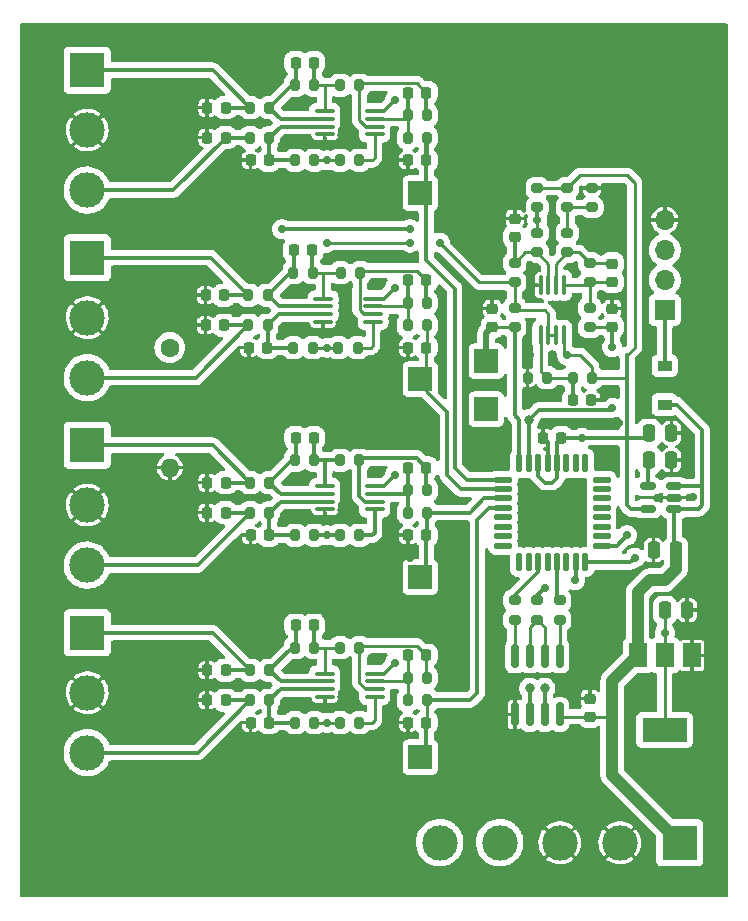
<source format=gtl>
%TF.GenerationSoftware,KiCad,Pcbnew,(6.0.7)*%
%TF.CreationDate,2022-12-07T22:38:20+09:00*%
%TF.ProjectId,multi_channel_temperature,6d756c74-695f-4636-9861-6e6e656c5f74,rev?*%
%TF.SameCoordinates,Original*%
%TF.FileFunction,Copper,L1,Top*%
%TF.FilePolarity,Positive*%
%FSLAX46Y46*%
G04 Gerber Fmt 4.6, Leading zero omitted, Abs format (unit mm)*
G04 Created by KiCad (PCBNEW (6.0.7)) date 2022-12-07 22:38:20*
%MOMM*%
%LPD*%
G01*
G04 APERTURE LIST*
G04 Aperture macros list*
%AMRoundRect*
0 Rectangle with rounded corners*
0 $1 Rounding radius*
0 $2 $3 $4 $5 $6 $7 $8 $9 X,Y pos of 4 corners*
0 Add a 4 corners polygon primitive as box body*
4,1,4,$2,$3,$4,$5,$6,$7,$8,$9,$2,$3,0*
0 Add four circle primitives for the rounded corners*
1,1,$1+$1,$2,$3*
1,1,$1+$1,$4,$5*
1,1,$1+$1,$6,$7*
1,1,$1+$1,$8,$9*
0 Add four rect primitives between the rounded corners*
20,1,$1+$1,$2,$3,$4,$5,0*
20,1,$1+$1,$4,$5,$6,$7,0*
20,1,$1+$1,$6,$7,$8,$9,0*
20,1,$1+$1,$8,$9,$2,$3,0*%
G04 Aperture macros list end*
%TA.AperFunction,SMDPad,CuDef*%
%ADD10RoundRect,0.200000X-0.200000X-0.275000X0.200000X-0.275000X0.200000X0.275000X-0.200000X0.275000X0*%
%TD*%
%TA.AperFunction,SMDPad,CuDef*%
%ADD11RoundRect,0.225000X-0.225000X-0.250000X0.225000X-0.250000X0.225000X0.250000X-0.225000X0.250000X0*%
%TD*%
%TA.AperFunction,SMDPad,CuDef*%
%ADD12RoundRect,0.200000X-0.275000X0.200000X-0.275000X-0.200000X0.275000X-0.200000X0.275000X0.200000X0*%
%TD*%
%TA.AperFunction,SMDPad,CuDef*%
%ADD13RoundRect,0.200000X0.200000X0.275000X-0.200000X0.275000X-0.200000X-0.275000X0.200000X-0.275000X0*%
%TD*%
%TA.AperFunction,SMDPad,CuDef*%
%ADD14RoundRect,0.100000X-0.712500X-0.100000X0.712500X-0.100000X0.712500X0.100000X-0.712500X0.100000X0*%
%TD*%
%TA.AperFunction,ComponentPad*%
%ADD15C,3.000000*%
%TD*%
%TA.AperFunction,ComponentPad*%
%ADD16R,3.000000X3.000000*%
%TD*%
%TA.AperFunction,SMDPad,CuDef*%
%ADD17R,2.000000X2.000000*%
%TD*%
%TA.AperFunction,SMDPad,CuDef*%
%ADD18RoundRect,0.225000X0.225000X0.250000X-0.225000X0.250000X-0.225000X-0.250000X0.225000X-0.250000X0*%
%TD*%
%TA.AperFunction,SMDPad,CuDef*%
%ADD19RoundRect,0.250000X-0.250000X-0.475000X0.250000X-0.475000X0.250000X0.475000X-0.250000X0.475000X0*%
%TD*%
%TA.AperFunction,ComponentPad*%
%ADD20C,1.600000*%
%TD*%
%TA.AperFunction,ComponentPad*%
%ADD21O,1.600000X1.600000*%
%TD*%
%TA.AperFunction,SMDPad,CuDef*%
%ADD22RoundRect,0.225000X-0.250000X0.225000X-0.250000X-0.225000X0.250000X-0.225000X0.250000X0.225000X0*%
%TD*%
%TA.AperFunction,SMDPad,CuDef*%
%ADD23RoundRect,0.225000X0.250000X-0.225000X0.250000X0.225000X-0.250000X0.225000X-0.250000X-0.225000X0*%
%TD*%
%TA.AperFunction,SMDPad,CuDef*%
%ADD24RoundRect,0.125000X-0.125000X0.625000X-0.125000X-0.625000X0.125000X-0.625000X0.125000X0.625000X0*%
%TD*%
%TA.AperFunction,SMDPad,CuDef*%
%ADD25RoundRect,0.125000X-0.625000X0.125000X-0.625000X-0.125000X0.625000X-0.125000X0.625000X0.125000X0*%
%TD*%
%TA.AperFunction,SMDPad,CuDef*%
%ADD26R,1.500000X2.000000*%
%TD*%
%TA.AperFunction,SMDPad,CuDef*%
%ADD27R,3.800000X2.000000*%
%TD*%
%TA.AperFunction,ComponentPad*%
%ADD28R,1.700000X1.700000*%
%TD*%
%TA.AperFunction,ComponentPad*%
%ADD29O,1.700000X1.700000*%
%TD*%
%TA.AperFunction,SMDPad,CuDef*%
%ADD30RoundRect,0.100000X-0.100000X0.712500X-0.100000X-0.712500X0.100000X-0.712500X0.100000X0.712500X0*%
%TD*%
%TA.AperFunction,SMDPad,CuDef*%
%ADD31RoundRect,0.250000X0.250000X0.475000X-0.250000X0.475000X-0.250000X-0.475000X0.250000X-0.475000X0*%
%TD*%
%TA.AperFunction,SMDPad,CuDef*%
%ADD32R,1.200000X0.900000*%
%TD*%
%TA.AperFunction,SMDPad,CuDef*%
%ADD33RoundRect,0.200000X0.275000X-0.200000X0.275000X0.200000X-0.275000X0.200000X-0.275000X-0.200000X0*%
%TD*%
%TA.AperFunction,SMDPad,CuDef*%
%ADD34RoundRect,0.150000X0.512500X0.150000X-0.512500X0.150000X-0.512500X-0.150000X0.512500X-0.150000X0*%
%TD*%
%TA.AperFunction,SMDPad,CuDef*%
%ADD35RoundRect,0.150000X-0.150000X0.825000X-0.150000X-0.825000X0.150000X-0.825000X0.150000X0.825000X0*%
%TD*%
%TA.AperFunction,ViaPad*%
%ADD36C,0.800000*%
%TD*%
%TA.AperFunction,ViaPad*%
%ADD37C,0.700000*%
%TD*%
%TA.AperFunction,ViaPad*%
%ADD38C,5.500000*%
%TD*%
%TA.AperFunction,Conductor*%
%ADD39C,0.500000*%
%TD*%
%TA.AperFunction,Conductor*%
%ADD40C,0.300000*%
%TD*%
%TA.AperFunction,Conductor*%
%ADD41C,0.250000*%
%TD*%
%TA.AperFunction,Conductor*%
%ADD42C,1.000000*%
%TD*%
G04 APERTURE END LIST*
D10*
%TO.P,R31,1*%
%TO.N,Net-(C23-Pad2)*%
X-47320000Y26035000D03*
%TO.P,R31,2*%
%TO.N,+1V5*%
X-45670000Y26035000D03*
%TD*%
D11*
%TO.P,C13,1*%
%TO.N,Net-(C13-Pad1)*%
X-47130000Y2540000D03*
%TO.P,C13,2*%
%TO.N,Net-(C13-Pad2)*%
X-45580000Y2540000D03*
%TD*%
D10*
%TO.P,R5,1*%
%TO.N,Net-(C6-Pad2)*%
X-50990000Y14605000D03*
%TO.P,R5,2*%
%TO.N,Net-(C1-Pad1)*%
X-49340000Y14605000D03*
%TD*%
D12*
%TO.P,R39,1*%
%TO.N,+1V5*%
X-28575000Y29400000D03*
%TO.P,R39,2*%
%TO.N,VREF*%
X-28575000Y27750000D03*
%TD*%
D13*
%TO.P,R30,1*%
%TO.N,Net-(IC3-Pad5)*%
X-41720000Y-5715000D03*
%TO.P,R30,2*%
%TO.N,+1V5*%
X-43370000Y-5715000D03*
%TD*%
D14*
%TO.P,IC1,1*%
%TO.N,Net-(C1-Pad2)*%
X-44657500Y14310000D03*
%TO.P,IC1,2,-*%
%TO.N,Net-(C1-Pad1)*%
X-44657500Y13660000D03*
%TO.P,IC1,3,+*%
%TO.N,Net-(C9-Pad2)*%
X-44657500Y13010000D03*
%TO.P,IC1,4,VSS*%
%TO.N,GND*%
X-44657500Y12360000D03*
%TO.P,IC1,5,+*%
%TO.N,Net-(IC1-Pad5)*%
X-40432500Y12360000D03*
%TO.P,IC1,6,-*%
%TO.N,Net-(C3-Pad1)*%
X-40432500Y13010000D03*
%TO.P,IC1,7*%
%TO.N,Net-(C3-Pad2)*%
X-40432500Y13660000D03*
%TO.P,IC1,8,VDD*%
%TO.N,+3V3*%
X-40432500Y14310000D03*
%TD*%
D12*
%TO.P,R44,1*%
%TO.N,Net-(C31-Pad2)*%
X-28575000Y33210000D03*
%TO.P,R44,2*%
%TO.N,+1V5*%
X-28575000Y31560000D03*
%TD*%
D10*
%TO.P,R27,1*%
%TO.N,Net-(C19-Pad2)*%
X-51130000Y27940000D03*
%TO.P,R27,2*%
%TO.N,Net-(C23-Pad2)*%
X-49480000Y27940000D03*
%TD*%
D15*
%TO.P,CN3,3,Pin_3*%
%TO.N,Net-(C5-Pad2)*%
X-64770000Y7620000D03*
%TO.P,CN3,2,Pin_2*%
%TO.N,GND*%
X-64770000Y12700000D03*
D16*
%TO.P,CN3,1,Pin_1*%
%TO.N,Net-(C6-Pad2)*%
X-64770000Y17780000D03*
%TD*%
D13*
%TO.P,R32,1*%
%TO.N,Net-(IC4-Pad5)*%
X-41860000Y26035000D03*
%TO.P,R32,2*%
%TO.N,+1V5*%
X-43510000Y26035000D03*
%TD*%
D10*
%TO.P,R17,1*%
%TO.N,Net-(C13-Pad1)*%
X-47180000Y635000D03*
%TO.P,R17,2*%
%TO.N,Net-(C13-Pad2)*%
X-45530000Y635000D03*
%TD*%
D17*
%TO.P,TP2,1,1*%
%TO.N,TEMP_CH01*%
X-36576000Y39116000D03*
%TD*%
D10*
%TO.P,R22,1*%
%TO.N,Net-(C20-Pad2)*%
X-51130000Y30480000D03*
%TO.P,R22,2*%
%TO.N,Net-(C14-Pad1)*%
X-49480000Y30480000D03*
%TD*%
D18*
%TO.P,C4,1*%
%TO.N,Net-(C4-Pad1)*%
X-36055000Y47625000D03*
%TO.P,C4,2*%
%TO.N,Net-(C4-Pad2)*%
X-37605000Y47625000D03*
%TD*%
D12*
%TO.P,R47,1*%
%TO.N,UART_DE*%
X-26670000Y4635000D03*
%TO.P,R47,2*%
%TO.N,Net-(IC9-Pad2)*%
X-26670000Y2985000D03*
%TD*%
D10*
%TO.P,R7,1*%
%TO.N,Net-(C1-Pad2)*%
X-43370000Y16510000D03*
%TO.P,R7,2*%
%TO.N,Net-(C3-Pad1)*%
X-41720000Y16510000D03*
%TD*%
D14*
%TO.P,IC4,1*%
%TO.N,Net-(C14-Pad2)*%
X-44797500Y30185000D03*
%TO.P,IC4,2,-*%
%TO.N,Net-(C14-Pad1)*%
X-44797500Y29535000D03*
%TO.P,IC4,3,+*%
%TO.N,Net-(C23-Pad2)*%
X-44797500Y28885000D03*
%TO.P,IC4,4,VSS*%
%TO.N,GND*%
X-44797500Y28235000D03*
%TO.P,IC4,5,+*%
%TO.N,Net-(IC4-Pad5)*%
X-40572500Y28235000D03*
%TO.P,IC4,6,-*%
%TO.N,Net-(C16-Pad1)*%
X-40572500Y28885000D03*
%TO.P,IC4,7*%
%TO.N,Net-(C16-Pad2)*%
X-40572500Y29535000D03*
%TO.P,IC4,8,VDD*%
%TO.N,+3V3*%
X-40572500Y30185000D03*
%TD*%
D11*
%TO.P,C17,1*%
%TO.N,GND*%
X-54610000Y-3810000D03*
%TO.P,C17,2*%
%TO.N,Net-(C17-Pad2)*%
X-53060000Y-3810000D03*
%TD*%
D17*
%TO.P,TP1,1,1*%
%TO.N,TEMP_CH03*%
X-36576000Y6604000D03*
%TD*%
D13*
%TO.P,R20,1*%
%TO.N,Net-(C16-Pad1)*%
X-36005000Y29845000D03*
%TO.P,R20,2*%
%TO.N,Net-(C16-Pad2)*%
X-37655000Y29845000D03*
%TD*%
D19*
%TO.P,C27,1*%
%TO.N,+3V3*%
X-15870000Y3810000D03*
%TO.P,C27,2*%
%TO.N,GND*%
X-13970000Y3810000D03*
%TD*%
D10*
%TO.P,R18,1*%
%TO.N,Net-(C14-Pad1)*%
X-47320000Y32385000D03*
%TO.P,R18,2*%
%TO.N,Net-(C14-Pad2)*%
X-45670000Y32385000D03*
%TD*%
D12*
%TO.P,R37,1*%
%TO.N,Net-(R34-Pad2)*%
X-24130000Y35750000D03*
%TO.P,R37,2*%
%TO.N,Net-(C25-Pad1)*%
X-24130000Y34100000D03*
%TD*%
D13*
%TO.P,R16,1*%
%TO.N,Net-(IC2-Pad5)*%
X-41720000Y41910000D03*
%TO.P,R16,2*%
%TO.N,+1V5*%
X-43370000Y41910000D03*
%TD*%
D10*
%TO.P,R15,1*%
%TO.N,Net-(C11-Pad2)*%
X-47180000Y41910000D03*
%TO.P,R15,2*%
%TO.N,+1V5*%
X-45530000Y41910000D03*
%TD*%
D20*
%TO.P,R43,1*%
%TO.N,Net-(R35-Pad2)*%
X-57785000Y26035000D03*
D21*
%TO.P,R43,2*%
%TO.N,GND*%
X-57785000Y15875000D03*
%TD*%
D10*
%TO.P,R24,1*%
%TO.N,Net-(C14-Pad2)*%
X-43320000Y32385000D03*
%TO.P,R24,2*%
%TO.N,Net-(C16-Pad1)*%
X-41670000Y32385000D03*
%TD*%
D17*
%TO.P,TP4,1,1*%
%TO.N,TEMP_CH02*%
X-36576000Y23368000D03*
%TD*%
D11*
%TO.P,C23,1*%
%TO.N,GND*%
X-51080000Y26035000D03*
%TO.P,C23,2*%
%TO.N,Net-(C23-Pad2)*%
X-49530000Y26035000D03*
%TD*%
%TO.P,C7,1*%
%TO.N,GND*%
X-54610000Y43815000D03*
%TO.P,C7,2*%
%TO.N,Net-(C7-Pad2)*%
X-53060000Y43815000D03*
%TD*%
D14*
%TO.P,IC3,1*%
%TO.N,Net-(C13-Pad2)*%
X-44657500Y-1565000D03*
%TO.P,IC3,2,-*%
%TO.N,Net-(C13-Pad1)*%
X-44657500Y-2215000D03*
%TO.P,IC3,3,+*%
%TO.N,Net-(C21-Pad2)*%
X-44657500Y-2865000D03*
%TO.P,IC3,4,VSS*%
%TO.N,GND*%
X-44657500Y-3515000D03*
%TO.P,IC3,5,+*%
%TO.N,Net-(IC3-Pad5)*%
X-40432500Y-3515000D03*
%TO.P,IC3,6,-*%
%TO.N,Net-(C15-Pad1)*%
X-40432500Y-2865000D03*
%TO.P,IC3,7*%
%TO.N,Net-(C15-Pad2)*%
X-40432500Y-2215000D03*
%TO.P,IC3,8,VDD*%
%TO.N,+3V3*%
X-40432500Y-1565000D03*
%TD*%
D22*
%TO.P,C31,1*%
%TO.N,GND*%
X-28575000Y36970000D03*
%TO.P,C31,2*%
%TO.N,Net-(C31-Pad2)*%
X-28575000Y35420000D03*
%TD*%
D19*
%TO.P,C32,1*%
%TO.N,Net-(C32-Pad1)*%
X-17206000Y16510000D03*
%TO.P,C32,2*%
%TO.N,GND*%
X-15306000Y16510000D03*
%TD*%
D11*
%TO.P,C10,1*%
%TO.N,GND*%
X-37605000Y10160000D03*
%TO.P,C10,2*%
%TO.N,TEMP_CH03*%
X-36055000Y10160000D03*
%TD*%
D10*
%TO.P,R26,1*%
%TO.N,Net-(C15-Pad2)*%
X-37655000Y-3810000D03*
%TO.P,R26,2*%
%TO.N,TEMP_CH04*%
X-36005000Y-3810000D03*
%TD*%
%TO.P,R29,1*%
%TO.N,Net-(C21-Pad2)*%
X-47180000Y-5715000D03*
%TO.P,R29,2*%
%TO.N,+1V5*%
X-45530000Y-5715000D03*
%TD*%
%TO.P,R12,1*%
%TO.N,Net-(C4-Pad2)*%
X-37655000Y43815000D03*
%TO.P,R12,2*%
%TO.N,TEMP_CH01*%
X-36005000Y43815000D03*
%TD*%
D12*
%TO.P,R34,1*%
%TO.N,+3V3*%
X-24130000Y39560000D03*
%TO.P,R34,2*%
%TO.N,Net-(R34-Pad2)*%
X-24130000Y37910000D03*
%TD*%
D10*
%TO.P,R11,1*%
%TO.N,Net-(C7-Pad2)*%
X-50990000Y43815000D03*
%TO.P,R11,2*%
%TO.N,Net-(C11-Pad2)*%
X-49340000Y43815000D03*
%TD*%
%TO.P,R10,1*%
%TO.N,Net-(C3-Pad2)*%
X-37655000Y12065000D03*
%TO.P,R10,2*%
%TO.N,TEMP_CH03*%
X-36005000Y12065000D03*
%TD*%
D15*
%TO.P,CN4,3,Pin_3*%
%TO.N,Net-(C17-Pad2)*%
X-64770000Y-8255000D03*
%TO.P,CN4,2,Pin_2*%
%TO.N,GND*%
X-64770000Y-3175000D03*
D16*
%TO.P,CN4,1,Pin_1*%
%TO.N,Net-(C18-Pad2)*%
X-64770000Y1905000D03*
%TD*%
D11*
%TO.P,C12,1*%
%TO.N,GND*%
X-37605000Y41910000D03*
%TO.P,C12,2*%
%TO.N,TEMP_CH01*%
X-36055000Y41910000D03*
%TD*%
D23*
%TO.P,C37,1*%
%TO.N,+5V*%
X-22225000Y-5220000D03*
%TO.P,C37,2*%
%TO.N,GND*%
X-22225000Y-3670000D03*
%TD*%
D11*
%TO.P,C28,1*%
%TO.N,Net-(C28-Pad1)*%
X-23635000Y21590000D03*
%TO.P,C28,2*%
%TO.N,GND*%
X-22085000Y21590000D03*
%TD*%
%TO.P,C9,1*%
%TO.N,GND*%
X-50940000Y10160000D03*
%TO.P,C9,2*%
%TO.N,Net-(C9-Pad2)*%
X-49390000Y10160000D03*
%TD*%
D13*
%TO.P,R3,1*%
%TO.N,Net-(C3-Pad1)*%
X-36005000Y13970000D03*
%TO.P,R3,2*%
%TO.N,Net-(C3-Pad2)*%
X-37655000Y13970000D03*
%TD*%
D10*
%TO.P,R13,1*%
%TO.N,Net-(C9-Pad2)*%
X-47180000Y10160000D03*
%TO.P,R13,2*%
%TO.N,+1V5*%
X-45530000Y10160000D03*
%TD*%
D24*
%TO.P,IC6,1,PB9*%
%TO.N,unconnected-(IC6-Pad1)*%
X-22600000Y16240000D03*
%TO.P,IC6,2,PC14*%
%TO.N,unconnected-(IC6-Pad2)*%
X-23400000Y16240000D03*
%TO.P,IC6,3,PC15*%
%TO.N,unconnected-(IC6-Pad3)*%
X-24200000Y16240000D03*
%TO.P,IC6,4,VDD*%
%TO.N,+3V3*%
X-25000000Y16240000D03*
%TO.P,IC6,5,VSS*%
%TO.N,GND*%
X-25800000Y16240000D03*
%TO.P,IC6,6,~{NRST}*%
%TO.N,+3V3*%
X-26600000Y16240000D03*
%TO.P,IC6,7,PA0*%
%TO.N,TEMP_REF*%
X-27400000Y16240000D03*
%TO.P,IC6,8,PA1*%
%TO.N,VREF*%
X-28200000Y16240000D03*
D25*
%TO.P,IC6,9,PA2*%
%TO.N,TEMP_CH01*%
X-29575000Y14865000D03*
%TO.P,IC6,10,PA3*%
%TO.N,TEMP_CH02*%
X-29575000Y14065000D03*
%TO.P,IC6,11,PA4*%
%TO.N,TEMP_CH03*%
X-29575000Y13265000D03*
%TO.P,IC6,12,PA5*%
%TO.N,TEMP_CH04*%
X-29575000Y12465000D03*
%TO.P,IC6,13,PA6*%
%TO.N,unconnected-(IC6-Pad13)*%
X-29575000Y11665000D03*
%TO.P,IC6,14,PA7*%
%TO.N,unconnected-(IC6-Pad14)*%
X-29575000Y10865000D03*
%TO.P,IC6,15,PB0*%
%TO.N,unconnected-(IC6-Pad15)*%
X-29575000Y10065000D03*
%TO.P,IC6,16,PB1*%
%TO.N,unconnected-(IC6-Pad16)*%
X-29575000Y9265000D03*
D24*
%TO.P,IC6,17,PB2*%
%TO.N,unconnected-(IC6-Pad17)*%
X-28200000Y7890000D03*
%TO.P,IC6,18,PA8*%
%TO.N,unconnected-(IC6-Pad18)*%
X-27400000Y7890000D03*
%TO.P,IC6,19,PA9*%
%TO.N,UART_TX*%
X-26600000Y7890000D03*
%TO.P,IC6,20,PC6*%
%TO.N,unconnected-(IC6-Pad20)*%
X-25800000Y7890000D03*
%TO.P,IC6,21,PA10*%
%TO.N,UART_RX*%
X-25000000Y7890000D03*
%TO.P,IC6,22,PA11*%
%TO.N,unconnected-(IC6-Pad22)*%
X-24200000Y7890000D03*
%TO.P,IC6,23,PA12*%
%TO.N,UART_DE*%
X-23400000Y7890000D03*
%TO.P,IC6,24,PA13*%
%TO.N,SWDIO*%
X-22600000Y7890000D03*
D25*
%TO.P,IC6,25,PA14*%
%TO.N,SWCLK*%
X-21225000Y9265000D03*
%TO.P,IC6,26,PA15*%
%TO.N,unconnected-(IC6-Pad26)*%
X-21225000Y10065000D03*
%TO.P,IC6,27,PB3*%
%TO.N,unconnected-(IC6-Pad27)*%
X-21225000Y10865000D03*
%TO.P,IC6,28,PB4*%
%TO.N,unconnected-(IC6-Pad28)*%
X-21225000Y11665000D03*
%TO.P,IC6,29,PB5*%
%TO.N,unconnected-(IC6-Pad29)*%
X-21225000Y12465000D03*
%TO.P,IC6,30,PB6*%
%TO.N,unconnected-(IC6-Pad30)*%
X-21225000Y13265000D03*
%TO.P,IC6,31,PB7*%
%TO.N,unconnected-(IC6-Pad31)*%
X-21225000Y14065000D03*
%TO.P,IC6,32,PB8*%
%TO.N,unconnected-(IC6-Pad32)*%
X-21225000Y14865000D03*
%TD*%
D26*
%TO.P,IC5,1,GND*%
%TO.N,GND*%
X-13575000Y-25000D03*
D27*
%TO.P,IC5,2,VO*%
%TO.N,+3V3*%
X-15875000Y-6325000D03*
D26*
X-15875000Y-25000D03*
%TO.P,IC5,3,VI*%
%TO.N,+5V*%
X-18175000Y-25000D03*
%TD*%
D17*
%TO.P,TP5,1,1*%
%TO.N,TEMP_REF*%
X-30988000Y20828000D03*
%TD*%
D11*
%TO.P,C6,1*%
%TO.N,GND*%
X-54610000Y14605000D03*
%TO.P,C6,2*%
%TO.N,Net-(C6-Pad2)*%
X-53060000Y14605000D03*
%TD*%
%TO.P,C20,1*%
%TO.N,GND*%
X-54750000Y30480000D03*
%TO.P,C20,2*%
%TO.N,Net-(C20-Pad2)*%
X-53200000Y30480000D03*
%TD*%
%TO.P,C1,1*%
%TO.N,Net-(C1-Pad1)*%
X-47130000Y18415000D03*
%TO.P,C1,2*%
%TO.N,Net-(C1-Pad2)*%
X-45580000Y18415000D03*
%TD*%
D28*
%TO.P,CN5,1,Pin_1*%
%TO.N,Net-(D1-Pad2)*%
X-15875000Y29220000D03*
D29*
%TO.P,CN5,2,Pin_2*%
%TO.N,SWDIO*%
X-15875000Y31760000D03*
%TO.P,CN5,3,Pin_3*%
%TO.N,SWCLK*%
X-15875000Y34300000D03*
%TO.P,CN5,4,Pin_4*%
%TO.N,GND*%
X-15875000Y36840000D03*
%TD*%
D10*
%TO.P,R9,1*%
%TO.N,Net-(C5-Pad2)*%
X-50990000Y12065000D03*
%TO.P,R9,2*%
%TO.N,Net-(C9-Pad2)*%
X-49340000Y12065000D03*
%TD*%
D12*
%TO.P,R48,1*%
%TO.N,UART_TX*%
X-28575000Y4635000D03*
%TO.P,R48,2*%
%TO.N,Net-(IC9-Pad4)*%
X-28575000Y2985000D03*
%TD*%
D11*
%TO.P,C18,1*%
%TO.N,GND*%
X-54610000Y-1270000D03*
%TO.P,C18,2*%
%TO.N,Net-(C18-Pad2)*%
X-53060000Y-1270000D03*
%TD*%
D10*
%TO.P,R6,1*%
%TO.N,Net-(C8-Pad2)*%
X-50990000Y46355000D03*
%TO.P,R6,2*%
%TO.N,Net-(C2-Pad1)*%
X-49340000Y46355000D03*
%TD*%
D30*
%TO.P,IC7,1*%
%TO.N,Net-(C25-Pad2)*%
X-24425000Y31322500D03*
%TO.P,IC7,2,-*%
%TO.N,Net-(C25-Pad1)*%
X-25075000Y31322500D03*
%TO.P,IC7,3,+*%
%TO.N,Net-(C31-Pad2)*%
X-25725000Y31322500D03*
%TO.P,IC7,4,VSS*%
%TO.N,GND*%
X-26375000Y31322500D03*
%TO.P,IC7,5,+*%
%TO.N,Net-(C28-Pad1)*%
X-26375000Y27097500D03*
%TO.P,IC7,6,-*%
%TO.N,+1V5*%
X-25725000Y27097500D03*
%TO.P,IC7,7*%
X-25075000Y27097500D03*
%TO.P,IC7,8,VDD*%
%TO.N,+3V3*%
X-24425000Y27097500D03*
%TD*%
D10*
%TO.P,R23,1*%
%TO.N,Net-(C13-Pad2)*%
X-43370000Y635000D03*
%TO.P,R23,2*%
%TO.N,Net-(C15-Pad1)*%
X-41720000Y635000D03*
%TD*%
D22*
%TO.P,C25,1*%
%TO.N,Net-(C25-Pad1)*%
X-20320000Y33160000D03*
%TO.P,C25,2*%
%TO.N,Net-(C25-Pad2)*%
X-20320000Y31610000D03*
%TD*%
%TO.P,C29,1*%
%TO.N,GND*%
X-20320000Y29350000D03*
%TO.P,C29,2*%
%TO.N,TEMP_REF*%
X-20320000Y27800000D03*
%TD*%
D31*
%TO.P,C26,1*%
%TO.N,+5V*%
X-14925000Y8890000D03*
%TO.P,C26,2*%
%TO.N,GND*%
X-16825000Y8890000D03*
%TD*%
D13*
%TO.P,R19,1*%
%TO.N,Net-(C15-Pad1)*%
X-36005000Y-1905000D03*
%TO.P,R19,2*%
%TO.N,Net-(C15-Pad2)*%
X-37655000Y-1905000D03*
%TD*%
%TO.P,R41,1*%
%TO.N,Net-(C28-Pad1)*%
X-25845000Y23495000D03*
%TO.P,R41,2*%
%TO.N,GND*%
X-27495000Y23495000D03*
%TD*%
D12*
%TO.P,R40,1*%
%TO.N,Net-(R35-Pad2)*%
X-26670000Y35750000D03*
%TO.P,R40,2*%
%TO.N,Net-(C31-Pad2)*%
X-26670000Y34100000D03*
%TD*%
D32*
%TO.P,D1,1,K*%
%TO.N,+5V*%
X-15875000Y21210000D03*
%TO.P,D1,2,A*%
%TO.N,Net-(D1-Pad2)*%
X-15875000Y24510000D03*
%TD*%
D10*
%TO.P,R2,1*%
%TO.N,Net-(C2-Pad1)*%
X-47180000Y48260000D03*
%TO.P,R2,2*%
%TO.N,Net-(C2-Pad2)*%
X-45530000Y48260000D03*
%TD*%
D15*
%TO.P,CN2,3,Pin_3*%
%TO.N,Net-(C19-Pad2)*%
X-64770000Y23495000D03*
%TO.P,CN2,2,Pin_2*%
%TO.N,GND*%
X-64770000Y28575000D03*
D16*
%TO.P,CN2,1,Pin_1*%
%TO.N,Net-(C20-Pad2)*%
X-64770000Y33655000D03*
%TD*%
D11*
%TO.P,C22,1*%
%TO.N,GND*%
X-37605000Y-5715000D03*
%TO.P,C22,2*%
%TO.N,TEMP_CH04*%
X-36055000Y-5715000D03*
%TD*%
D33*
%TO.P,R42,1*%
%TO.N,Net-(R34-Pad2)*%
X-22035000Y37910000D03*
%TO.P,R42,2*%
%TO.N,GND*%
X-22035000Y39560000D03*
%TD*%
D15*
%TO.P,CN1,3,Pin_3*%
%TO.N,Net-(C7-Pad2)*%
X-64770000Y39370000D03*
%TO.P,CN1,2,Pin_2*%
%TO.N,GND*%
X-64770000Y44450000D03*
D16*
%TO.P,CN1,1,Pin_1*%
%TO.N,Net-(C8-Pad2)*%
X-64770000Y49530000D03*
%TD*%
D18*
%TO.P,C3,1*%
%TO.N,Net-(C3-Pad1)*%
X-36055000Y15875000D03*
%TO.P,C3,2*%
%TO.N,Net-(C3-Pad2)*%
X-37605000Y15875000D03*
%TD*%
D11*
%TO.P,C8,1*%
%TO.N,GND*%
X-54610000Y46355000D03*
%TO.P,C8,2*%
%TO.N,Net-(C8-Pad2)*%
X-53060000Y46355000D03*
%TD*%
D18*
%TO.P,C16,1*%
%TO.N,Net-(C16-Pad1)*%
X-36055000Y31750000D03*
%TO.P,C16,2*%
%TO.N,Net-(C16-Pad2)*%
X-37605000Y31750000D03*
%TD*%
D17*
%TO.P,TP3,1,1*%
%TO.N,TEMP_CH04*%
X-36576000Y-8636000D03*
%TD*%
D34*
%TO.P,IC8,1,VIN*%
%TO.N,+5V*%
X-15052500Y12385000D03*
%TO.P,IC8,2,GND*%
%TO.N,GND*%
X-15052500Y13335000D03*
%TO.P,IC8,3,ON/~{OFF}*%
%TO.N,+5V*%
X-15052500Y14285000D03*
%TO.P,IC8,4,BP*%
%TO.N,Net-(C32-Pad1)*%
X-17327500Y14285000D03*
%TO.P,IC8,5,VOUT*%
%TO.N,+3V3*%
X-17327500Y12385000D03*
%TD*%
D12*
%TO.P,R33,1*%
%TO.N,Net-(C25-Pad1)*%
X-22225000Y33210000D03*
%TO.P,R33,2*%
%TO.N,Net-(C25-Pad2)*%
X-22225000Y31560000D03*
%TD*%
D10*
%TO.P,R28,1*%
%TO.N,Net-(C16-Pad2)*%
X-37655000Y27940000D03*
%TO.P,R28,2*%
%TO.N,TEMP_CH02*%
X-36005000Y27940000D03*
%TD*%
%TO.P,R25,1*%
%TO.N,Net-(C17-Pad2)*%
X-50990000Y-3810000D03*
%TO.P,R25,2*%
%TO.N,Net-(C21-Pad2)*%
X-49340000Y-3810000D03*
%TD*%
D14*
%TO.P,IC2,1*%
%TO.N,Net-(C2-Pad2)*%
X-44657500Y46060000D03*
%TO.P,IC2,2,-*%
%TO.N,Net-(C2-Pad1)*%
X-44657500Y45410000D03*
%TO.P,IC2,3,+*%
%TO.N,Net-(C11-Pad2)*%
X-44657500Y44760000D03*
%TO.P,IC2,4,VSS*%
%TO.N,GND*%
X-44657500Y44110000D03*
%TO.P,IC2,5,+*%
%TO.N,Net-(IC2-Pad5)*%
X-40432500Y44110000D03*
%TO.P,IC2,6,-*%
%TO.N,Net-(C4-Pad1)*%
X-40432500Y44760000D03*
%TO.P,IC2,7*%
%TO.N,Net-(C4-Pad2)*%
X-40432500Y45410000D03*
%TO.P,IC2,8,VDD*%
%TO.N,+3V3*%
X-40432500Y46060000D03*
%TD*%
D13*
%TO.P,R4,1*%
%TO.N,Net-(C4-Pad1)*%
X-36005000Y45720000D03*
%TO.P,R4,2*%
%TO.N,Net-(C4-Pad2)*%
X-37655000Y45720000D03*
%TD*%
D10*
%TO.P,R1,1*%
%TO.N,Net-(C1-Pad1)*%
X-47180000Y16510000D03*
%TO.P,R1,2*%
%TO.N,Net-(C1-Pad2)*%
X-45530000Y16510000D03*
%TD*%
%TO.P,R21,1*%
%TO.N,Net-(C18-Pad2)*%
X-50990000Y-1270000D03*
%TO.P,R21,2*%
%TO.N,Net-(C13-Pad1)*%
X-49340000Y-1270000D03*
%TD*%
D18*
%TO.P,C15,1*%
%TO.N,Net-(C15-Pad1)*%
X-36055000Y0D03*
%TO.P,C15,2*%
%TO.N,Net-(C15-Pad2)*%
X-37605000Y0D03*
%TD*%
D11*
%TO.P,C24,1*%
%TO.N,GND*%
X-37605000Y26035000D03*
%TO.P,C24,2*%
%TO.N,TEMP_CH02*%
X-36055000Y26035000D03*
%TD*%
%TO.P,C11,1*%
%TO.N,GND*%
X-50940000Y41910000D03*
%TO.P,C11,2*%
%TO.N,Net-(C11-Pad2)*%
X-49390000Y41910000D03*
%TD*%
D10*
%TO.P,R8,1*%
%TO.N,Net-(C2-Pad2)*%
X-43370000Y48260000D03*
%TO.P,R8,2*%
%TO.N,Net-(C4-Pad1)*%
X-41720000Y48260000D03*
%TD*%
D12*
%TO.P,R38,1*%
%TO.N,Net-(C25-Pad2)*%
X-22225000Y29400000D03*
%TO.P,R38,2*%
%TO.N,TEMP_REF*%
X-22225000Y27750000D03*
%TD*%
D11*
%TO.P,C5,1*%
%TO.N,GND*%
X-54610000Y12065000D03*
%TO.P,C5,2*%
%TO.N,Net-(C5-Pad2)*%
X-53060000Y12065000D03*
%TD*%
D13*
%TO.P,R14,1*%
%TO.N,Net-(IC1-Pad5)*%
X-41720000Y10160000D03*
%TO.P,R14,2*%
%TO.N,+1V5*%
X-43370000Y10160000D03*
%TD*%
D35*
%TO.P,IC9,1,RO*%
%TO.N,Net-(IC9-Pad1)*%
X-24765000Y-65000D03*
%TO.P,IC9,2,~{RE}*%
%TO.N,Net-(IC9-Pad2)*%
X-26035000Y-65000D03*
%TO.P,IC9,3,DE*%
X-27305000Y-65000D03*
%TO.P,IC9,4,DI*%
%TO.N,Net-(IC9-Pad4)*%
X-28575000Y-65000D03*
%TO.P,IC9,5,GND*%
%TO.N,GND*%
X-28575000Y-5015000D03*
%TO.P,IC9,6,A*%
%TO.N,Net-(IC9-Pad6)*%
X-27305000Y-5015000D03*
%TO.P,IC9,7,B*%
%TO.N,Net-(IC9-Pad7)*%
X-26035000Y-5015000D03*
%TO.P,IC9,8,VCC*%
%TO.N,+5V*%
X-24765000Y-5015000D03*
%TD*%
D12*
%TO.P,R35,1*%
%TO.N,+3V3*%
X-26670000Y39560000D03*
%TO.P,R35,2*%
%TO.N,Net-(R35-Pad2)*%
X-26670000Y37910000D03*
%TD*%
D17*
%TO.P,TP6,1,1*%
%TO.N,VREF*%
X-30988000Y24892000D03*
%TD*%
D11*
%TO.P,C21,1*%
%TO.N,GND*%
X-50940000Y-5715000D03*
%TO.P,C21,2*%
%TO.N,Net-(C21-Pad2)*%
X-49390000Y-5715000D03*
%TD*%
%TO.P,C14,1*%
%TO.N,Net-(C14-Pad1)*%
X-47270000Y34290000D03*
%TO.P,C14,2*%
%TO.N,Net-(C14-Pad2)*%
X-45720000Y34290000D03*
%TD*%
%TO.P,C2,1*%
%TO.N,Net-(C2-Pad1)*%
X-47130000Y50165000D03*
%TO.P,C2,2*%
%TO.N,Net-(C2-Pad2)*%
X-45580000Y50165000D03*
%TD*%
%TO.P,C19,1*%
%TO.N,GND*%
X-54750000Y27940000D03*
%TO.P,C19,2*%
%TO.N,Net-(C19-Pad2)*%
X-53200000Y27940000D03*
%TD*%
D19*
%TO.P,C40,1*%
%TO.N,+3V3*%
X-17206000Y18796000D03*
%TO.P,C40,2*%
%TO.N,GND*%
X-15306000Y18796000D03*
%TD*%
D22*
%TO.P,C30,1*%
%TO.N,GND*%
X-30480000Y29350000D03*
%TO.P,C30,2*%
%TO.N,VREF*%
X-30480000Y27800000D03*
%TD*%
D13*
%TO.P,R36,1*%
%TO.N,+3V3*%
X-22035000Y23495000D03*
%TO.P,R36,2*%
%TO.N,Net-(C28-Pad1)*%
X-23685000Y23495000D03*
%TD*%
D18*
%TO.P,C33,1*%
%TO.N,+3V3*%
X-24625000Y18415000D03*
%TO.P,C33,2*%
%TO.N,GND*%
X-26175000Y18415000D03*
%TD*%
D16*
%TO.P,CN6,1,Pin_1*%
%TO.N,+5V*%
X-14605000Y-15875000D03*
D15*
%TO.P,CN6,2,Pin_2*%
%TO.N,GND*%
X-19685000Y-15875000D03*
%TO.P,CN6,3,Pin_3*%
X-24765000Y-15875000D03*
%TO.P,CN6,4,Pin_4*%
%TO.N,Net-(CN6-Pad4)*%
X-29845000Y-15875000D03*
%TO.P,CN6,5,Pin_5*%
%TO.N,Net-(CN6-Pad5)*%
X-34925000Y-15875000D03*
%TD*%
D12*
%TO.P,R45,1*%
%TO.N,UART_RX*%
X-24765000Y4635000D03*
%TO.P,R45,2*%
%TO.N,Net-(IC9-Pad1)*%
X-24765000Y2985000D03*
%TD*%
D36*
%TO.N,TEMP_REF*%
X-30988000Y20828000D03*
X-27400000Y19907500D03*
D37*
%TO.N,GND*%
X-57150000Y46355000D03*
X-36576000Y20828000D03*
X-40005000Y19685000D03*
X-40005000Y40640000D03*
X-40005000Y38735000D03*
X-56515000Y-5715000D03*
X-43180000Y-3175000D03*
D38*
X-45000000Y-16000000D03*
D37*
X-57150000Y43815000D03*
X-32512000Y29464000D03*
X-56515000Y12065000D03*
X-35560000Y19685000D03*
X-48260000Y11430000D03*
X-56515000Y14605000D03*
X-40005000Y5080000D03*
X-50800000Y40005000D03*
X-33020000Y-2540000D03*
X-37465000Y2540000D03*
X-29845000Y7620000D03*
X-35560000Y17145000D03*
X-11430000Y6985000D03*
X-52705000Y8255000D03*
X-34036000Y39624000D03*
X-37465000Y8255000D03*
X-56423966Y32600792D03*
X-20320000Y22225000D03*
X-45720000Y5080000D03*
X-37465000Y19685000D03*
X-42545000Y28575000D03*
X-11430000Y35560000D03*
X-30338641Y38744576D03*
X-11430000Y1905000D03*
X-27305000Y25400000D03*
X-27305000Y10160000D03*
X-24130000Y13970000D03*
X-30988000Y16256000D03*
X-20320000Y24765000D03*
X-44450000Y-7620000D03*
X-33020000Y8255000D03*
X-13970000Y17780000D03*
X-40005000Y2540000D03*
X-52705000Y41910000D03*
X-56515000Y5080000D03*
X-45720000Y23495000D03*
X-11430000Y20955000D03*
X-19685000Y39370000D03*
X-56515000Y-1270000D03*
X-16510000Y13335000D03*
X-19685000Y37465000D03*
D38*
X-65000000Y-16000000D03*
D37*
X-43180000Y23495000D03*
X-11430000Y15875000D03*
X-30480000Y-3175000D03*
X-27305000Y13970000D03*
X-43180000Y44450000D03*
X-11430000Y11430000D03*
X-32385000Y38735000D03*
X-40005000Y23495000D03*
X-45720000Y8255000D03*
X-28575000Y38735000D03*
X-33020000Y2540000D03*
X-45720000Y40005000D03*
X-43180000Y12700000D03*
X-32512000Y28448000D03*
X-54610000Y26035000D03*
X-11430000Y27305000D03*
X-11430000Y-7620000D03*
X-21590000Y19685000D03*
X-11430000Y30480000D03*
X-24130000Y10160000D03*
X-40005000Y8255000D03*
X-11430000Y-5715000D03*
X-20320000Y4445000D03*
X-35560000Y4064000D03*
X-56515000Y30480000D03*
X-20955000Y16510000D03*
X-43180000Y5080000D03*
X-27305000Y33020000D03*
X-43180000Y19685000D03*
X-29845000Y5715000D03*
X-29845000Y17145000D03*
X-48260000Y43180000D03*
X-42545000Y38735000D03*
X-48260000Y27305000D03*
X-30480000Y35560000D03*
X-33020000Y5080000D03*
X-19702110Y35554660D03*
X-30480000Y-5080000D03*
X-39624000Y-8128000D03*
X-56515000Y-3810000D03*
X-25400000Y41275000D03*
X-48260000Y-4445000D03*
X-19749500Y19685000D03*
X-32385000Y35560000D03*
X-56515000Y635000D03*
D38*
X-15000000Y49000000D03*
D37*
X-13512800Y13360400D03*
X-30480000Y-6985000D03*
X-33020000Y10795000D03*
X-21590000Y5715000D03*
X-32385000Y17145000D03*
X-50800000Y-7620000D03*
%TO.N,+3V3*%
X-24130000Y25400000D03*
X-38735000Y15240000D03*
X-38735000Y-635000D03*
X-15875000Y1905000D03*
X-22860000Y18415000D03*
X-38735000Y46990000D03*
X-38735000Y31115000D03*
%TO.N,TEMP_REF*%
X-20320000Y26074500D03*
X-20320000Y20955000D03*
%TO.N,UART_DE*%
X-23495000Y6350000D03*
X-26035000Y5715000D03*
%TO.N,SWDIO*%
X-18415000Y8255000D03*
%TO.N,+1V5*%
X-44450000Y26035000D03*
X-37465000Y34925000D03*
X-44450000Y34925000D03*
X-34925000Y34925000D03*
X-44450000Y41910000D03*
X-44450000Y10160000D03*
X-44450000Y-5715000D03*
D36*
%TO.N,Net-(IC9-Pad6)*%
X-27305000Y-2794000D03*
%TO.N,Net-(IC9-Pad7)*%
X-26035000Y-2794000D03*
D37*
%TO.N,Net-(R35-Pad2)*%
X-26670000Y36830000D03*
X-37465000Y36068000D03*
X-48260000Y36068000D03*
%TO.N,SWCLK*%
X-19050000Y10160000D03*
%TD*%
D39*
%TO.N,VREF*%
X-30988000Y24892000D02*
X-30988000Y27292000D01*
X-30988000Y27292000D02*
X-30480000Y27800000D01*
D40*
%TO.N,Net-(C1-Pad1)*%
X-47435000Y16510000D02*
X-49340000Y14605000D01*
X-47130000Y18415000D02*
X-47130000Y16560000D01*
X-44657500Y13660000D02*
X-48395000Y13660000D01*
X-48395000Y13660000D02*
X-49340000Y14605000D01*
X-47180000Y16510000D02*
X-47435000Y16510000D01*
X-47130000Y16560000D02*
X-47180000Y16510000D01*
%TO.N,Net-(C1-Pad2)*%
X-43370000Y16510000D02*
X-45530000Y16510000D01*
X-45580000Y16560000D02*
X-45530000Y16510000D01*
X-44657500Y16510000D02*
X-45530000Y16510000D01*
X-45580000Y18415000D02*
X-45580000Y16560000D01*
X-44657500Y14310000D02*
X-44657500Y16510000D01*
%TO.N,Net-(C2-Pad1)*%
X-47435000Y48260000D02*
X-49340000Y46355000D01*
X-44657500Y45410000D02*
X-48395000Y45410000D01*
X-47130000Y48310000D02*
X-47180000Y48260000D01*
X-48395000Y45410000D02*
X-49340000Y46355000D01*
X-47180000Y48260000D02*
X-47435000Y48260000D01*
X-47130000Y50165000D02*
X-47130000Y48310000D01*
%TO.N,Net-(C2-Pad2)*%
X-45580000Y48310000D02*
X-45530000Y48260000D01*
D41*
X-44450000Y48260000D02*
X-43370000Y48260000D01*
X-44657500Y46060000D02*
X-44657500Y48260000D01*
D40*
X-45580000Y50165000D02*
X-45580000Y48310000D01*
D41*
X-45530000Y48260000D02*
X-44450000Y48260000D01*
X-44657500Y48260000D02*
X-44450000Y48260000D01*
D40*
%TO.N,Net-(C3-Pad1)*%
X-41720000Y16510000D02*
X-41720000Y13498604D01*
X-36880000Y16700000D02*
X-36055000Y15875000D01*
X-41530000Y16700000D02*
X-36880000Y16700000D01*
X-41720000Y13498604D02*
X-41231396Y13010000D01*
X-41231396Y13010000D02*
X-40432500Y13010000D01*
X-36055000Y15875000D02*
X-36055000Y14020000D01*
X-36055000Y14020000D02*
X-36005000Y13970000D01*
X-41720000Y16510000D02*
X-41530000Y16700000D01*
%TO.N,Net-(C3-Pad2)*%
X-37655000Y13970000D02*
X-37655000Y12065000D01*
X-37605000Y15875000D02*
X-37605000Y14020000D01*
X-37965000Y13660000D02*
X-37655000Y13970000D01*
X-37605000Y14020000D02*
X-37655000Y13970000D01*
X-40432500Y13660000D02*
X-37965000Y13660000D01*
D41*
%TO.N,Net-(C4-Pad1)*%
X-36855000Y48425000D02*
X-36055000Y47625000D01*
D40*
X-36055000Y45770000D02*
X-36005000Y45720000D01*
D41*
X-41196042Y44760000D02*
X-40432500Y44760000D01*
X-41720000Y48260000D02*
X-41555000Y48425000D01*
D40*
X-36055000Y47625000D02*
X-36055000Y45770000D01*
D41*
X-41720000Y48260000D02*
X-41720000Y45283958D01*
X-41555000Y48425000D02*
X-36855000Y48425000D01*
X-41720000Y45283958D02*
X-41196042Y44760000D01*
%TO.N,Net-(C4-Pad2)*%
X-40432500Y45410000D02*
X-37965000Y45410000D01*
D40*
X-37605000Y45770000D02*
X-37655000Y45720000D01*
D41*
X-37965000Y45410000D02*
X-37655000Y45720000D01*
D40*
X-37605000Y47625000D02*
X-37605000Y45770000D01*
D41*
X-37655000Y45720000D02*
X-37655000Y43815000D01*
D40*
%TO.N,GND*%
X-25800000Y18040000D02*
X-26175000Y18415000D01*
X-25800000Y16240000D02*
X-25800000Y18040000D01*
X-22085000Y21590000D02*
X-20955000Y21590000D01*
X-20955000Y21590000D02*
X-20320000Y22225000D01*
%TO.N,Net-(C5-Pad2)*%
X-53060000Y12065000D02*
X-50990000Y12065000D01*
X-64770000Y7620000D02*
X-55435000Y7620000D01*
X-55435000Y7620000D02*
X-50990000Y12065000D01*
%TO.N,Net-(C6-Pad2)*%
X-50990000Y14605000D02*
X-53060000Y14605000D01*
X-64770000Y17780000D02*
X-54165000Y17780000D01*
X-54165000Y17780000D02*
X-50990000Y14605000D01*
%TO.N,Net-(C7-Pad2)*%
X-57505000Y39370000D02*
X-53060000Y43815000D01*
X-64770000Y39370000D02*
X-57505000Y39370000D01*
X-50990000Y43815000D02*
X-53060000Y43815000D01*
%TO.N,Net-(C8-Pad2)*%
X-54165000Y49530000D02*
X-50990000Y46355000D01*
X-64770000Y49530000D02*
X-54165000Y49530000D01*
X-53060000Y46355000D02*
X-50990000Y46355000D01*
%TO.N,Net-(C9-Pad2)*%
X-49340000Y10210000D02*
X-49390000Y10160000D01*
X-49390000Y10160000D02*
X-47180000Y10160000D01*
X-49340000Y12065000D02*
X-49340000Y10210000D01*
X-44657500Y13010000D02*
X-48395000Y13010000D01*
X-48395000Y13010000D02*
X-49340000Y12065000D01*
%TO.N,TEMP_CH03*%
X-36068000Y10147000D02*
X-36055000Y10160000D01*
X-31185000Y13265000D02*
X-32385000Y12065000D01*
X-36005000Y10210000D02*
X-36055000Y10160000D01*
X-36576000Y6604000D02*
X-36068000Y7112000D01*
X-32385000Y12065000D02*
X-36005000Y12065000D01*
X-36068000Y7112000D02*
X-36068000Y10147000D01*
X-29575000Y13265000D02*
X-31185000Y13265000D01*
X-36005000Y12065000D02*
X-36005000Y10210000D01*
%TO.N,Net-(C11-Pad2)*%
X-49340000Y43815000D02*
X-49340000Y41960000D01*
X-48395000Y44760000D02*
X-49340000Y43815000D01*
X-49390000Y41910000D02*
X-47180000Y41910000D01*
X-49340000Y41960000D02*
X-49390000Y41910000D01*
X-44657500Y44760000D02*
X-48395000Y44760000D01*
%TO.N,TEMP_CH01*%
X-33655000Y15875000D02*
X-32645000Y14865000D01*
X-36055000Y33438224D02*
X-33655000Y31038224D01*
D41*
X-36005000Y41960000D02*
X-36055000Y41910000D01*
X-36005000Y43815000D02*
X-36005000Y41960000D01*
D40*
X-32645000Y14865000D02*
X-29575000Y14865000D01*
X-33655000Y31038224D02*
X-33655000Y15875000D01*
X-36055000Y43765000D02*
X-36055000Y33438224D01*
X-36005000Y43815000D02*
X-36055000Y43765000D01*
%TO.N,Net-(C13-Pad1)*%
X-47435000Y635000D02*
X-49340000Y-1270000D01*
X-44657500Y-2215000D02*
X-48395000Y-2215000D01*
X-48395000Y-2215000D02*
X-49340000Y-1270000D01*
X-47130000Y685000D02*
X-47180000Y635000D01*
X-47180000Y635000D02*
X-47435000Y635000D01*
X-47130000Y2540000D02*
X-47130000Y685000D01*
D41*
%TO.N,Net-(C13-Pad2)*%
X-44657500Y-1565000D02*
X-44657500Y635000D01*
D40*
X-45580000Y685000D02*
X-45530000Y635000D01*
X-45580000Y2540000D02*
X-45580000Y685000D01*
D41*
X-45530000Y635000D02*
X-45085000Y635000D01*
X-45085000Y635000D02*
X-43370000Y635000D01*
X-44657500Y635000D02*
X-45085000Y635000D01*
D40*
%TO.N,Net-(C14-Pad1)*%
X-47270000Y34290000D02*
X-47270000Y32435000D01*
X-47575000Y32385000D02*
X-49480000Y30480000D01*
X-47270000Y32435000D02*
X-47320000Y32385000D01*
X-47320000Y32385000D02*
X-47575000Y32385000D01*
X-48535000Y29535000D02*
X-49480000Y30480000D01*
X-44797500Y29535000D02*
X-48535000Y29535000D01*
%TO.N,Net-(C14-Pad2)*%
X-45720000Y32435000D02*
X-45670000Y32385000D01*
D41*
X-44797500Y32385000D02*
X-44590000Y32385000D01*
X-43320000Y32385000D02*
X-44590000Y32385000D01*
X-45670000Y32385000D02*
X-43320000Y32385000D01*
X-44797500Y30185000D02*
X-44797500Y32385000D01*
X-44590000Y32385000D02*
X-45670000Y32385000D01*
D40*
X-45720000Y34290000D02*
X-45720000Y32435000D01*
D41*
%TO.N,Net-(C15-Pad1)*%
X-41720000Y-2341041D02*
X-41196041Y-2865000D01*
X-41555000Y800000D02*
X-36855000Y800000D01*
X-36855000Y800000D02*
X-36055000Y0D01*
X-41196041Y-2865000D02*
X-40432500Y-2865000D01*
X-36055000Y0D02*
X-36055000Y-1855000D01*
X-41720000Y635000D02*
X-41555000Y800000D01*
X-36055000Y-1855000D02*
X-36005000Y-1905000D01*
X-41720000Y635000D02*
X-41720000Y-2341041D01*
%TO.N,Net-(C15-Pad2)*%
X-37655000Y-1905000D02*
X-37655000Y-3810000D01*
X-37655000Y-1905000D02*
X-37655000Y-50000D01*
X-37655000Y-50000D02*
X-37605000Y0D01*
X-37965000Y-2215000D02*
X-37655000Y-1905000D01*
X-40432500Y-2215000D02*
X-37965000Y-2215000D01*
D40*
%TO.N,Net-(C16-Pad1)*%
X-36055000Y29895000D02*
X-36005000Y29845000D01*
X-36055000Y31750000D02*
X-36055000Y29895000D01*
D41*
X-41670000Y32385000D02*
X-41670000Y30918959D01*
X-41505000Y32550000D02*
X-36855000Y32550000D01*
X-36855000Y32550000D02*
X-36055000Y31750000D01*
X-41710000Y29258959D02*
X-41336041Y28885000D01*
X-41670000Y30918959D02*
X-41710000Y30878959D01*
X-41670000Y32385000D02*
X-41505000Y32550000D01*
X-41710000Y30878959D02*
X-41710000Y29258959D01*
X-41336041Y28885000D02*
X-40572500Y28885000D01*
D40*
%TO.N,Net-(C16-Pad2)*%
X-37605000Y31750000D02*
X-37605000Y29895000D01*
D41*
X-40572500Y29535000D02*
X-37965000Y29535000D01*
X-37965000Y29535000D02*
X-37655000Y29845000D01*
D40*
X-37605000Y29895000D02*
X-37655000Y29845000D01*
D41*
X-37655000Y29845000D02*
X-37655000Y27940000D01*
D40*
%TO.N,Net-(C17-Pad2)*%
X-64770000Y-8255000D02*
X-55435000Y-8255000D01*
X-55435000Y-8255000D02*
X-50990000Y-3810000D01*
X-53060000Y-3810000D02*
X-50990000Y-3810000D01*
%TO.N,Net-(C18-Pad2)*%
X-64770000Y1905000D02*
X-54165000Y1905000D01*
X-54165000Y1905000D02*
X-50990000Y-1270000D01*
X-53060000Y-1270000D02*
X-50990000Y-1270000D01*
%TO.N,Net-(C19-Pad2)*%
X-64770000Y23495000D02*
X-55575000Y23495000D01*
X-53200000Y27940000D02*
X-51130000Y27940000D01*
X-55575000Y23495000D02*
X-51130000Y27940000D01*
%TO.N,Net-(C20-Pad2)*%
X-53200000Y30480000D02*
X-51130000Y30480000D01*
X-64770000Y33655000D02*
X-54305000Y33655000D01*
X-54305000Y33655000D02*
X-51130000Y30480000D01*
%TO.N,Net-(C21-Pad2)*%
X-49340000Y-3810000D02*
X-49340000Y-5665000D01*
X-44657500Y-2865000D02*
X-48395000Y-2865000D01*
X-48395000Y-2865000D02*
X-49340000Y-3810000D01*
X-49340000Y-5665000D02*
X-49390000Y-5715000D01*
X-49390000Y-5715000D02*
X-47180000Y-5715000D01*
%TO.N,TEMP_CH04*%
X-32385000Y-3810000D02*
X-36005000Y-3810000D01*
D41*
X-36005000Y-5665000D02*
X-36055000Y-5715000D01*
D40*
X-36068000Y-8128000D02*
X-36068000Y-5728000D01*
X-31750000Y11430000D02*
X-31750000Y-3175000D01*
X-36576000Y-8636000D02*
X-36068000Y-8128000D01*
D41*
X-36005000Y-3810000D02*
X-36005000Y-5665000D01*
D40*
X-29575000Y12465000D02*
X-30715000Y12465000D01*
X-31750000Y-3175000D02*
X-32385000Y-3810000D01*
X-30715000Y12465000D02*
X-31750000Y11430000D01*
X-36068000Y-5728000D02*
X-36055000Y-5715000D01*
%TO.N,Net-(C23-Pad2)*%
X-49480000Y27940000D02*
X-49480000Y26085000D01*
X-47320000Y26035000D02*
X-49530000Y26035000D01*
X-49480000Y26085000D02*
X-49530000Y26035000D01*
X-48535000Y28885000D02*
X-49480000Y27940000D01*
X-44797500Y28885000D02*
X-48535000Y28885000D01*
D41*
%TO.N,TEMP_CH02*%
X-36055000Y22339000D02*
X-34290000Y20574000D01*
X-36005000Y27940000D02*
X-36005000Y26085000D01*
D40*
X-33115000Y14065000D02*
X-34290000Y15240000D01*
X-29575000Y14065000D02*
X-33115000Y14065000D01*
D41*
X-36055000Y26035000D02*
X-36055000Y22339000D01*
D40*
X-34290000Y15240000D02*
X-34290000Y20574000D01*
D41*
X-36005000Y26085000D02*
X-36055000Y26035000D01*
%TO.N,Net-(C25-Pad1)*%
X-24130000Y34100000D02*
X-25075000Y33155000D01*
X-25075000Y33155000D02*
X-25075000Y31322500D01*
X-23115000Y34100000D02*
X-22225000Y33210000D01*
X-20370000Y33210000D02*
X-20320000Y33160000D01*
X-22225000Y33210000D02*
X-20370000Y33210000D01*
X-24130000Y34100000D02*
X-23115000Y34100000D01*
%TO.N,Net-(C25-Pad2)*%
X-24425000Y31322500D02*
X-22462500Y31322500D01*
X-22225000Y31560000D02*
X-20370000Y31560000D01*
X-22462500Y31322500D02*
X-22225000Y31560000D01*
X-22225000Y29400000D02*
X-22225000Y31560000D01*
X-20370000Y31560000D02*
X-20320000Y31610000D01*
%TO.N,+5V*%
X-22225000Y-5220000D02*
X-20815000Y-5220000D01*
D42*
X-18175000Y5320000D02*
X-17145000Y6350000D01*
X-14925000Y7300000D02*
X-14925000Y8890000D01*
X-20320000Y-5715000D02*
X-20320000Y-2170000D01*
X-14605000Y-15875000D02*
X-20320000Y-10160000D01*
X-17145000Y6350000D02*
X-15875000Y6350000D01*
D40*
X-15875000Y21210000D02*
X-14860000Y21210000D01*
D41*
X-20815000Y-5220000D02*
X-20320000Y-5715000D01*
X-24560000Y-5220000D02*
X-22225000Y-5220000D01*
D40*
X-14925000Y8890000D02*
X-15052500Y9017500D01*
X-14860000Y21210000D02*
X-12700000Y19050000D01*
X-15052500Y12385000D02*
X-13015000Y12385000D01*
X-15052500Y9017500D02*
X-15052500Y12385000D01*
X-13015000Y12385000D02*
X-12700000Y12700000D01*
X-12700000Y19050000D02*
X-12700000Y13970000D01*
D42*
X-15875000Y6350000D02*
X-14925000Y7300000D01*
D40*
X-12700000Y12700000D02*
X-12700000Y13970000D01*
D42*
X-20320000Y-10160000D02*
X-20320000Y-5715000D01*
D40*
X-12700000Y14285000D02*
X-15052500Y14285000D01*
D41*
X-24765000Y-5015000D02*
X-24560000Y-5220000D01*
D40*
X-12700000Y13970000D02*
X-12700000Y14285000D01*
D42*
X-18175000Y-25000D02*
X-18175000Y5320000D01*
X-20320000Y-2170000D02*
X-18175000Y-25000D01*
D41*
%TO.N,+3V3*%
X-18415000Y40005000D02*
X-19050000Y40640000D01*
X-18415000Y40005000D02*
X-18415000Y26035000D01*
D40*
X-19050000Y23495000D02*
X-19050000Y25400000D01*
X-19685000Y18415000D02*
X-19050000Y18415000D01*
X-25000000Y16240000D02*
X-25000000Y18040000D01*
X-17206000Y18796000D02*
X-17587000Y18415000D01*
D41*
X-15875000Y3805000D02*
X-15870000Y3810000D01*
D40*
X-26600000Y16240000D02*
X-26600000Y15170000D01*
D41*
X-23018750Y25400000D02*
X-22035000Y24416250D01*
X-19050000Y40640000D02*
X-23050000Y40640000D01*
X-23050000Y40640000D02*
X-24130000Y39560000D01*
D40*
X-25000000Y15005000D02*
X-25000000Y16240000D01*
X-26035000Y14605000D02*
X-25400000Y14605000D01*
D41*
X-15875000Y-25000D02*
X-15875000Y-6325000D01*
D40*
X-39665000Y14310000D02*
X-38735000Y15240000D01*
X-39665000Y-1565000D02*
X-38735000Y-635000D01*
X-40432500Y46060000D02*
X-39665000Y46060000D01*
X-39665000Y30185000D02*
X-38735000Y31115000D01*
D41*
X-22035000Y23495000D02*
X-19050000Y23495000D01*
X-26670000Y39560000D02*
X-24130000Y39560000D01*
D40*
X-19050000Y18415000D02*
X-19050000Y12700000D01*
D41*
X-24425000Y25695000D02*
X-24425000Y27097500D01*
D40*
X-40432500Y14310000D02*
X-39665000Y14310000D01*
D41*
X-22035000Y24416250D02*
X-22035000Y23495000D01*
X-15875000Y-25000D02*
X-15875000Y3805000D01*
X-18415000Y26035000D02*
X-19050000Y25400000D01*
D40*
X-40572500Y30185000D02*
X-39665000Y30185000D01*
X-26600000Y15170000D02*
X-26035000Y14605000D01*
X-22860000Y18415000D02*
X-19685000Y18415000D01*
X-19050000Y18415000D02*
X-19050000Y23495000D01*
X-17587000Y18415000D02*
X-19050000Y18415000D01*
X-18735000Y12385000D02*
X-17327500Y12385000D01*
X-25000000Y18040000D02*
X-24625000Y18415000D01*
D41*
X-24130000Y25400000D02*
X-24425000Y25695000D01*
D40*
X-19050000Y12700000D02*
X-18735000Y12385000D01*
X-25400000Y14605000D02*
X-25000000Y15005000D01*
D41*
X-24130000Y25400000D02*
X-23018750Y25400000D01*
D40*
X-39665000Y46060000D02*
X-38735000Y46990000D01*
X-40432500Y-1565000D02*
X-39665000Y-1565000D01*
X-22860000Y18415000D02*
X-24625000Y18415000D01*
%TO.N,Net-(C28-Pad1)*%
X-23635000Y21590000D02*
X-23635000Y23445000D01*
X-23635000Y23445000D02*
X-23685000Y23495000D01*
D41*
X-25845000Y23495000D02*
X-23685000Y23495000D01*
X-26375000Y27097500D02*
X-26375000Y24025000D01*
X-26375000Y24025000D02*
X-25845000Y23495000D01*
%TO.N,TEMP_REF*%
X-20370000Y27750000D02*
X-20320000Y27800000D01*
D40*
X-20320000Y26074500D02*
X-20320000Y27800000D01*
X-26542500Y20765000D02*
X-27400000Y19907500D01*
X-20510000Y20765000D02*
X-26542500Y20765000D01*
X-27400000Y19907500D02*
X-27400000Y16240000D01*
X-20320000Y20955000D02*
X-20510000Y20765000D01*
D41*
X-22225000Y27750000D02*
X-20370000Y27750000D01*
%TO.N,VREF*%
X-30430000Y27750000D02*
X-30480000Y27800000D01*
D40*
X-28200000Y16240000D02*
X-28200000Y19945000D01*
X-28200000Y19945000D02*
X-28575000Y20320000D01*
X-28575000Y20320000D02*
X-28575000Y27750000D01*
D41*
X-28575000Y27750000D02*
X-30430000Y27750000D01*
%TO.N,Net-(C31-Pad2)*%
X-25725000Y33155000D02*
X-25725000Y31322500D01*
D40*
X-28575000Y35420000D02*
X-28575000Y33210000D01*
D41*
X-26670000Y34100000D02*
X-25725000Y33155000D01*
X-27685000Y34100000D02*
X-28575000Y33210000D01*
X-26670000Y34100000D02*
X-27685000Y34100000D01*
D40*
%TO.N,Net-(IC1-Pad5)*%
X-40640000Y10160000D02*
X-41720000Y10160000D01*
X-40432500Y12360000D02*
X-40432500Y10367500D01*
X-40432500Y10367500D02*
X-40640000Y10160000D01*
D41*
%TO.N,Net-(IC2-Pad5)*%
X-40640000Y41910000D02*
X-40432500Y42117500D01*
X-41720000Y41910000D02*
X-40640000Y41910000D01*
X-40432500Y42117500D02*
X-40432500Y44110000D01*
%TO.N,Net-(IC3-Pad5)*%
X-40432500Y-5507500D02*
X-40432500Y-3515000D01*
X-41720000Y-5715000D02*
X-40640000Y-5715000D01*
X-40640000Y-5715000D02*
X-40432500Y-5507500D01*
%TO.N,Net-(IC4-Pad5)*%
X-40780000Y26035000D02*
X-40572500Y26242500D01*
X-40572500Y26242500D02*
X-40572500Y28235000D01*
X-41860000Y26035000D02*
X-40780000Y26035000D01*
D40*
%TO.N,UART_TX*%
X-26600000Y7055000D02*
X-26600000Y7890000D01*
X-28575000Y4635000D02*
X-28575000Y5080000D01*
X-28575000Y5080000D02*
X-26600000Y7055000D01*
%TO.N,UART_RX*%
X-25000000Y4870000D02*
X-24765000Y4635000D01*
X-25000000Y7890000D02*
X-25000000Y4870000D01*
%TO.N,UART_DE*%
X-26670000Y5080000D02*
X-26035000Y5715000D01*
X-26670000Y4635000D02*
X-26670000Y5080000D01*
X-23400000Y7890000D02*
X-23400000Y6445000D01*
X-23400000Y6445000D02*
X-23495000Y6350000D01*
%TO.N,Net-(D1-Pad2)*%
X-15875000Y24510000D02*
X-15875000Y29220000D01*
%TO.N,SWDIO*%
X-18780000Y7890000D02*
X-22600000Y7890000D01*
X-18415000Y8255000D02*
X-18780000Y7890000D01*
D41*
%TO.N,+1V5*%
X-37465000Y34925000D02*
X-44450000Y34925000D01*
X-25725000Y27097500D02*
X-25075000Y27097500D01*
X-26035000Y29210000D02*
X-28385000Y29210000D01*
X-45530000Y-5715000D02*
X-44450000Y-5715000D01*
X-25725000Y28900000D02*
X-26035000Y29210000D01*
X-34925000Y34925000D02*
X-31560000Y31560000D01*
X-28575000Y31560000D02*
X-28575000Y29400000D01*
X-31560000Y31560000D02*
X-28575000Y31560000D01*
D40*
X-45530000Y10160000D02*
X-44450000Y10160000D01*
D41*
X-28385000Y29210000D02*
X-28575000Y29400000D01*
X-25725000Y27097500D02*
X-25725000Y28900000D01*
X-44450000Y26035000D02*
X-45670000Y26035000D01*
X-45530000Y41910000D02*
X-43370000Y41910000D01*
X-43510000Y26035000D02*
X-44450000Y26035000D01*
D40*
X-44450000Y10160000D02*
X-43370000Y10160000D01*
D41*
X-44450000Y-5715000D02*
X-43370000Y-5715000D01*
%TO.N,Net-(IC9-Pad1)*%
X-24765000Y-65000D02*
X-24765000Y2985000D01*
%TO.N,Net-(IC9-Pad2)*%
X-26035000Y-65000D02*
X-26035000Y2350000D01*
X-27305000Y-65000D02*
X-27305000Y2350000D01*
X-27305000Y2350000D02*
X-26670000Y2985000D01*
X-26035000Y2350000D02*
X-26670000Y2985000D01*
%TO.N,Net-(IC9-Pad4)*%
X-28575000Y-65000D02*
X-28575000Y2985000D01*
D40*
%TO.N,Net-(IC9-Pad6)*%
X-27305000Y-2794000D02*
X-27305000Y-5015000D01*
%TO.N,Net-(IC9-Pad7)*%
X-26035000Y-5015000D02*
X-26035000Y-2794000D01*
D41*
%TO.N,Net-(R34-Pad2)*%
X-24130000Y35750000D02*
X-24130000Y37910000D01*
X-24130000Y37910000D02*
X-22035000Y37910000D01*
%TO.N,Net-(R35-Pad2)*%
X-26670000Y35750000D02*
X-26670000Y37910000D01*
D40*
X-48260000Y36068000D02*
X-37465000Y36068000D01*
X-26670000Y36830000D02*
X-26670000Y37910000D01*
%TO.N,SWCLK*%
X-19945000Y9265000D02*
X-19050000Y10160000D01*
X-21225000Y9265000D02*
X-19945000Y9265000D01*
%TO.N,Net-(C32-Pad1)*%
X-17327500Y14285000D02*
X-17327500Y16388500D01*
X-17327500Y16388500D02*
X-17206000Y16510000D01*
%TD*%
%TA.AperFunction,Conductor*%
%TO.N,GND*%
G36*
X-10575000Y53479538D02*
G01*
X-10520462Y53425000D01*
X-10500500Y53350500D01*
X-10500500Y-20350500D01*
X-10520462Y-20425000D01*
X-10575000Y-20479538D01*
X-10649500Y-20499500D01*
X-70350500Y-20499500D01*
X-70425000Y-20479538D01*
X-70479538Y-20425000D01*
X-70499500Y-20350500D01*
X-70499500Y-15812002D01*
X-36929620Y-15812002D01*
X-36918498Y-16095084D01*
X-36867600Y-16373775D01*
X-36865932Y-16378776D01*
X-36865930Y-16378782D01*
X-36779612Y-16637510D01*
X-36779609Y-16637517D01*
X-36777942Y-16642514D01*
X-36651313Y-16895939D01*
X-36490239Y-17128993D01*
X-36486657Y-17132868D01*
X-36367136Y-17262165D01*
X-36297935Y-17337027D01*
X-36078236Y-17515889D01*
X-35972539Y-17579524D01*
X-35854775Y-17650424D01*
X-35835528Y-17662012D01*
X-35574652Y-17772478D01*
X-35569553Y-17773830D01*
X-35569550Y-17773831D01*
X-35372571Y-17826059D01*
X-35300814Y-17845085D01*
X-35019477Y-17878384D01*
X-34897108Y-17875500D01*
X-34741511Y-17871833D01*
X-34741509Y-17871833D01*
X-34736255Y-17871709D01*
X-34568170Y-17843732D01*
X-34461989Y-17826059D01*
X-34461985Y-17826058D01*
X-34456800Y-17825195D01*
X-34368994Y-17797426D01*
X-34191699Y-17741355D01*
X-34191692Y-17741352D01*
X-34186686Y-17739769D01*
X-34181952Y-17737496D01*
X-34181945Y-17737493D01*
X-34000625Y-17650424D01*
X-33931303Y-17617136D01*
X-33926926Y-17614212D01*
X-33926920Y-17614208D01*
X-33723485Y-17478277D01*
X-33695747Y-17459743D01*
X-33484719Y-17270730D01*
X-33302427Y-17053868D01*
X-33299639Y-17049398D01*
X-33155299Y-16817956D01*
X-33155297Y-16817952D01*
X-33152511Y-16813485D01*
X-33037960Y-16554376D01*
X-32987025Y-16373775D01*
X-32962488Y-16286773D01*
X-32962487Y-16286768D01*
X-32961061Y-16281712D01*
X-32923348Y-16000933D01*
X-32923228Y-15997127D01*
X-32919509Y-15878801D01*
X-32919509Y-15878792D01*
X-32919390Y-15875000D01*
X-32923850Y-15812002D01*
X-31849620Y-15812002D01*
X-31838498Y-16095084D01*
X-31787600Y-16373775D01*
X-31785932Y-16378776D01*
X-31785930Y-16378782D01*
X-31699612Y-16637510D01*
X-31699609Y-16637517D01*
X-31697942Y-16642514D01*
X-31571313Y-16895939D01*
X-31410239Y-17128993D01*
X-31406657Y-17132868D01*
X-31287136Y-17262165D01*
X-31217935Y-17337027D01*
X-30998236Y-17515889D01*
X-30892539Y-17579524D01*
X-30774775Y-17650424D01*
X-30755528Y-17662012D01*
X-30494652Y-17772478D01*
X-30489553Y-17773830D01*
X-30489550Y-17773831D01*
X-30292571Y-17826059D01*
X-30220814Y-17845085D01*
X-29939477Y-17878384D01*
X-29817108Y-17875500D01*
X-29661511Y-17871833D01*
X-29661509Y-17871833D01*
X-29656255Y-17871709D01*
X-29488170Y-17843732D01*
X-29381989Y-17826059D01*
X-29381985Y-17826058D01*
X-29376800Y-17825195D01*
X-29288994Y-17797426D01*
X-29111699Y-17741355D01*
X-29111692Y-17741352D01*
X-29106686Y-17739769D01*
X-29101952Y-17737496D01*
X-29101945Y-17737493D01*
X-28920625Y-17650424D01*
X-28851303Y-17617136D01*
X-28846926Y-17614212D01*
X-28846920Y-17614208D01*
X-28643485Y-17478277D01*
X-28615747Y-17459743D01*
X-28404719Y-17270730D01*
X-28389463Y-17252581D01*
X-25924586Y-17252581D01*
X-25920283Y-17260035D01*
X-25725991Y-17402496D01*
X-25716635Y-17408342D01*
X-25489658Y-17527761D01*
X-25479535Y-17532162D01*
X-25237407Y-17616717D01*
X-25226743Y-17619574D01*
X-24974768Y-17667413D01*
X-24963813Y-17668661D01*
X-24707530Y-17678730D01*
X-24696507Y-17678345D01*
X-24441559Y-17650424D01*
X-24430707Y-17648413D01*
X-24182676Y-17583111D01*
X-24172258Y-17579524D01*
X-23936599Y-17478277D01*
X-23926825Y-17473189D01*
X-23708723Y-17338224D01*
X-23699796Y-17331738D01*
X-23617613Y-17262165D01*
X-23610964Y-17252581D01*
X-20844586Y-17252581D01*
X-20840283Y-17260035D01*
X-20645991Y-17402496D01*
X-20636635Y-17408342D01*
X-20409658Y-17527761D01*
X-20399535Y-17532162D01*
X-20157407Y-17616717D01*
X-20146743Y-17619574D01*
X-19894768Y-17667413D01*
X-19883813Y-17668661D01*
X-19627530Y-17678730D01*
X-19616507Y-17678345D01*
X-19361559Y-17650424D01*
X-19350707Y-17648413D01*
X-19102676Y-17583111D01*
X-19092258Y-17579524D01*
X-18856599Y-17478277D01*
X-18846825Y-17473189D01*
X-18628723Y-17338224D01*
X-18619796Y-17331738D01*
X-18537613Y-17262165D01*
X-18528483Y-17249005D01*
X-18533265Y-17238867D01*
X-19671129Y-16101003D01*
X-19685000Y-16092995D01*
X-19698871Y-16101003D01*
X-20836578Y-17238710D01*
X-20844586Y-17252581D01*
X-23610964Y-17252581D01*
X-23608483Y-17249005D01*
X-23613265Y-17238867D01*
X-24751129Y-16101003D01*
X-24765000Y-16092995D01*
X-24778871Y-16101003D01*
X-25916578Y-17238710D01*
X-25924586Y-17252581D01*
X-28389463Y-17252581D01*
X-28222427Y-17053868D01*
X-28219639Y-17049398D01*
X-28075299Y-16817956D01*
X-28075297Y-16817952D01*
X-28072511Y-16813485D01*
X-27957960Y-16554376D01*
X-27907025Y-16373775D01*
X-27882488Y-16286773D01*
X-27882487Y-16286768D01*
X-27881061Y-16281712D01*
X-27843348Y-16000933D01*
X-27843228Y-15997127D01*
X-27839509Y-15878801D01*
X-27839509Y-15878792D01*
X-27839390Y-15875000D01*
X-27842344Y-15833277D01*
X-26569162Y-15833277D01*
X-26556858Y-16089450D01*
X-26555512Y-16100408D01*
X-26505477Y-16351955D01*
X-26502530Y-16362582D01*
X-26415858Y-16603982D01*
X-26411380Y-16614040D01*
X-26289976Y-16839984D01*
X-26284055Y-16849278D01*
X-26153584Y-17024000D01*
X-26141007Y-17033914D01*
X-26132754Y-17030622D01*
X-24991003Y-15888871D01*
X-24982995Y-15875000D01*
X-24547005Y-15875000D01*
X-24538997Y-15888871D01*
X-23404175Y-17023693D01*
X-23390304Y-17031701D01*
X-23379889Y-17025689D01*
X-23327069Y-16965459D01*
X-23320435Y-16956655D01*
X-23181684Y-16740942D01*
X-23176425Y-16731257D01*
X-23071077Y-16497392D01*
X-23067313Y-16487052D01*
X-22997691Y-16240189D01*
X-22995492Y-16229384D01*
X-22962898Y-15973175D01*
X-22962329Y-15965733D01*
X-22960051Y-15878738D01*
X-22960230Y-15871267D01*
X-22963053Y-15833277D01*
X-21489162Y-15833277D01*
X-21476858Y-16089450D01*
X-21475512Y-16100408D01*
X-21425477Y-16351955D01*
X-21422530Y-16362582D01*
X-21335858Y-16603982D01*
X-21331380Y-16614040D01*
X-21209976Y-16839984D01*
X-21204055Y-16849278D01*
X-21073584Y-17024000D01*
X-21061007Y-17033914D01*
X-21052754Y-17030622D01*
X-19911003Y-15888871D01*
X-19902995Y-15875000D01*
X-19467005Y-15875000D01*
X-19458997Y-15888871D01*
X-18324175Y-17023693D01*
X-18310304Y-17031701D01*
X-18299889Y-17025689D01*
X-18247069Y-16965459D01*
X-18240435Y-16956655D01*
X-18101684Y-16740942D01*
X-18096425Y-16731257D01*
X-17991077Y-16497392D01*
X-17987313Y-16487052D01*
X-17917691Y-16240189D01*
X-17915492Y-16229384D01*
X-17882898Y-15973175D01*
X-17882329Y-15965733D01*
X-17880051Y-15878738D01*
X-17880230Y-15871267D01*
X-17899370Y-15613719D01*
X-17901002Y-15602799D01*
X-17957604Y-15352649D01*
X-17960830Y-15342099D01*
X-18053785Y-15103065D01*
X-18058535Y-15093105D01*
X-18185805Y-14870429D01*
X-18191971Y-14861289D01*
X-18297608Y-14727288D01*
X-18310440Y-14717706D01*
X-18319441Y-14721573D01*
X-19458997Y-15861129D01*
X-19467005Y-15875000D01*
X-19902995Y-15875000D01*
X-19911003Y-15861129D01*
X-21045662Y-14726470D01*
X-21059533Y-14718462D01*
X-21068913Y-14723877D01*
X-21150982Y-14822554D01*
X-21157385Y-14831530D01*
X-21290440Y-15050797D01*
X-21295448Y-15060626D01*
X-21394631Y-15297151D01*
X-21398131Y-15307611D01*
X-21461263Y-15556197D01*
X-21463178Y-15567058D01*
X-21488874Y-15822243D01*
X-21489162Y-15833277D01*
X-22963053Y-15833277D01*
X-22979370Y-15613719D01*
X-22981002Y-15602799D01*
X-23037604Y-15352649D01*
X-23040830Y-15342099D01*
X-23133785Y-15103065D01*
X-23138535Y-15093105D01*
X-23265805Y-14870429D01*
X-23271971Y-14861289D01*
X-23377608Y-14727288D01*
X-23390440Y-14717706D01*
X-23399441Y-14721573D01*
X-24538997Y-15861129D01*
X-24547005Y-15875000D01*
X-24982995Y-15875000D01*
X-24991003Y-15861129D01*
X-26125662Y-14726470D01*
X-26139533Y-14718462D01*
X-26148913Y-14723877D01*
X-26230982Y-14822554D01*
X-26237385Y-14831530D01*
X-26370440Y-15050797D01*
X-26375448Y-15060626D01*
X-26474631Y-15297151D01*
X-26478131Y-15307611D01*
X-26541263Y-15556197D01*
X-26543178Y-15567058D01*
X-26568874Y-15822243D01*
X-26569162Y-15833277D01*
X-27842344Y-15833277D01*
X-27843850Y-15812002D01*
X-27859027Y-15597662D01*
X-27859399Y-15592407D01*
X-27919025Y-15315453D01*
X-28017080Y-15049663D01*
X-28045207Y-14997533D01*
X-28149108Y-14804971D01*
X-28149110Y-14804968D01*
X-28151607Y-14800340D01*
X-28187130Y-14752245D01*
X-28316794Y-14576695D01*
X-28319922Y-14572460D01*
X-28323613Y-14568711D01*
X-28323616Y-14568707D01*
X-28390872Y-14500387D01*
X-25921960Y-14500387D01*
X-25916350Y-14511518D01*
X-24778871Y-15648997D01*
X-24765000Y-15657005D01*
X-24751129Y-15648997D01*
X-23614732Y-14512600D01*
X-23607681Y-14500387D01*
X-20841960Y-14500387D01*
X-20836350Y-14511518D01*
X-19698871Y-15648997D01*
X-19685000Y-15657005D01*
X-19671129Y-15648997D01*
X-18534732Y-14512600D01*
X-18527096Y-14499374D01*
X-18535993Y-14484495D01*
X-18545023Y-14476000D01*
X-18553588Y-14469064D01*
X-18764319Y-14322876D01*
X-18773836Y-14317270D01*
X-19003860Y-14203835D01*
X-19014080Y-14199705D01*
X-19258353Y-14121513D01*
X-19269081Y-14118938D01*
X-19522217Y-14077712D01*
X-19533213Y-14076750D01*
X-19789667Y-14073392D01*
X-19800672Y-14074065D01*
X-20054814Y-14108653D01*
X-20065599Y-14110945D01*
X-20311820Y-14182712D01*
X-20322173Y-14186583D01*
X-20555086Y-14293956D01*
X-20564720Y-14299297D01*
X-20779228Y-14439934D01*
X-20787962Y-14446636D01*
X-20833179Y-14486994D01*
X-20841960Y-14500387D01*
X-23607681Y-14500387D01*
X-23607096Y-14499374D01*
X-23615993Y-14484495D01*
X-23625023Y-14476000D01*
X-23633588Y-14469064D01*
X-23844319Y-14322876D01*
X-23853836Y-14317270D01*
X-24083860Y-14203835D01*
X-24094080Y-14199705D01*
X-24338353Y-14121513D01*
X-24349081Y-14118938D01*
X-24602217Y-14077712D01*
X-24613213Y-14076750D01*
X-24869667Y-14073392D01*
X-24880672Y-14074065D01*
X-25134814Y-14108653D01*
X-25145599Y-14110945D01*
X-25391820Y-14182712D01*
X-25402173Y-14186583D01*
X-25635086Y-14293956D01*
X-25644720Y-14299297D01*
X-25859228Y-14439934D01*
X-25867962Y-14446636D01*
X-25913179Y-14486994D01*
X-25921960Y-14500387D01*
X-28390872Y-14500387D01*
X-28450383Y-14439934D01*
X-28518666Y-14370570D01*
X-28572282Y-14329651D01*
X-28739685Y-14201893D01*
X-28743874Y-14198696D01*
X-28991053Y-14060270D01*
X-29255270Y-13958052D01*
X-29531253Y-13894082D01*
X-29536494Y-13893628D01*
X-29536501Y-13893627D01*
X-29808240Y-13870092D01*
X-29808244Y-13870092D01*
X-29813497Y-13869637D01*
X-30096370Y-13885205D01*
X-30101538Y-13886233D01*
X-30369050Y-13939444D01*
X-30369056Y-13939446D01*
X-30374226Y-13940474D01*
X-30379204Y-13942222D01*
X-30379207Y-13942223D01*
X-30636558Y-14032598D01*
X-30641524Y-14034342D01*
X-30646187Y-14036764D01*
X-30646191Y-14036766D01*
X-30888259Y-14162510D01*
X-30888266Y-14162514D01*
X-30892928Y-14164936D01*
X-31123424Y-14329651D01*
X-31127230Y-14333281D01*
X-31127234Y-14333285D01*
X-31239031Y-14439934D01*
X-31328412Y-14525199D01*
X-31331674Y-14529337D01*
X-31331676Y-14529339D01*
X-31369008Y-14576695D01*
X-31503801Y-14747680D01*
X-31646093Y-14992654D01*
X-31752448Y-15255232D01*
X-31820745Y-15530177D01*
X-31821282Y-15535418D01*
X-31821283Y-15535424D01*
X-31837183Y-15690619D01*
X-31849620Y-15812002D01*
X-32923850Y-15812002D01*
X-32939027Y-15597662D01*
X-32939399Y-15592407D01*
X-32999025Y-15315453D01*
X-33097080Y-15049663D01*
X-33125207Y-14997533D01*
X-33229108Y-14804971D01*
X-33229110Y-14804968D01*
X-33231607Y-14800340D01*
X-33267130Y-14752245D01*
X-33396794Y-14576695D01*
X-33399922Y-14572460D01*
X-33403613Y-14568711D01*
X-33403616Y-14568707D01*
X-33530383Y-14439934D01*
X-33598666Y-14370570D01*
X-33652282Y-14329651D01*
X-33819685Y-14201893D01*
X-33823874Y-14198696D01*
X-34071053Y-14060270D01*
X-34335270Y-13958052D01*
X-34611253Y-13894082D01*
X-34616494Y-13893628D01*
X-34616501Y-13893627D01*
X-34888240Y-13870092D01*
X-34888244Y-13870092D01*
X-34893497Y-13869637D01*
X-35176370Y-13885205D01*
X-35181538Y-13886233D01*
X-35449050Y-13939444D01*
X-35449056Y-13939446D01*
X-35454226Y-13940474D01*
X-35459204Y-13942222D01*
X-35459207Y-13942223D01*
X-35716558Y-14032598D01*
X-35721524Y-14034342D01*
X-35726187Y-14036764D01*
X-35726191Y-14036766D01*
X-35968259Y-14162510D01*
X-35968266Y-14162514D01*
X-35972928Y-14164936D01*
X-36203424Y-14329651D01*
X-36207230Y-14333281D01*
X-36207234Y-14333285D01*
X-36319031Y-14439934D01*
X-36408412Y-14525199D01*
X-36411674Y-14529337D01*
X-36411676Y-14529339D01*
X-36449008Y-14576695D01*
X-36583801Y-14747680D01*
X-36726093Y-14992654D01*
X-36832448Y-15255232D01*
X-36900745Y-15530177D01*
X-36901282Y-15535418D01*
X-36901283Y-15535424D01*
X-36917183Y-15690619D01*
X-36929620Y-15812002D01*
X-70499500Y-15812002D01*
X-70499500Y-8192002D01*
X-66774620Y-8192002D01*
X-66763498Y-8475084D01*
X-66712600Y-8753775D01*
X-66710932Y-8758776D01*
X-66710930Y-8758782D01*
X-66624612Y-9017510D01*
X-66624609Y-9017517D01*
X-66622942Y-9022514D01*
X-66496313Y-9275939D01*
X-66335239Y-9508993D01*
X-66331657Y-9512868D01*
X-66173592Y-9683862D01*
X-66142935Y-9717027D01*
X-65923236Y-9895889D01*
X-65918726Y-9898604D01*
X-65750455Y-9999912D01*
X-65680528Y-10042012D01*
X-65502272Y-10117493D01*
X-65480831Y-10126572D01*
X-65419652Y-10152478D01*
X-65414553Y-10153830D01*
X-65414550Y-10153831D01*
X-65217571Y-10206059D01*
X-65145814Y-10225085D01*
X-64864477Y-10258384D01*
X-64754193Y-10255785D01*
X-64586511Y-10251833D01*
X-64586509Y-10251833D01*
X-64581255Y-10251709D01*
X-64413170Y-10223732D01*
X-64306989Y-10206059D01*
X-64306985Y-10206058D01*
X-64301800Y-10205195D01*
X-64213994Y-10177426D01*
X-64036699Y-10121355D01*
X-64036692Y-10121352D01*
X-64031686Y-10119769D01*
X-64026952Y-10117496D01*
X-64026945Y-10117493D01*
X-63864103Y-10039297D01*
X-63776303Y-9997136D01*
X-63771926Y-9994212D01*
X-63771920Y-9994208D01*
X-63545131Y-9842672D01*
X-63540747Y-9839743D01*
X-63484340Y-9789221D01*
X-63444265Y-9753326D01*
X-63329719Y-9650730D01*
X-63147427Y-9433868D01*
X-63048934Y-9275939D01*
X-63000299Y-9197956D01*
X-63000297Y-9197952D01*
X-62997511Y-9193485D01*
X-62909431Y-8994253D01*
X-62861050Y-8934186D01*
X-62789117Y-8906357D01*
X-62773155Y-8905500D01*
X-55515154Y-8905500D01*
X-55504586Y-8905998D01*
X-55496704Y-8907760D01*
X-55427152Y-8905574D01*
X-55422470Y-8905500D01*
X-55394075Y-8905500D01*
X-55389442Y-8904915D01*
X-55385116Y-8904643D01*
X-55376875Y-8903994D01*
X-55370580Y-8903796D01*
X-55341801Y-8902892D01*
X-55341798Y-8902891D01*
X-55332431Y-8902597D01*
X-55313942Y-8897225D01*
X-55291047Y-8892484D01*
X-55287478Y-8892033D01*
X-55281243Y-8891246D01*
X-55281242Y-8891246D01*
X-55271942Y-8890071D01*
X-55230589Y-8873698D01*
X-55217306Y-8869150D01*
X-55183607Y-8859360D01*
X-55174602Y-8856744D01*
X-55158024Y-8846940D01*
X-55137037Y-8836658D01*
X-55119129Y-8829568D01*
X-55083146Y-8803425D01*
X-55071424Y-8795725D01*
X-55041205Y-8777854D01*
X-55041202Y-8777852D01*
X-55033135Y-8773081D01*
X-55019520Y-8759466D01*
X-55001741Y-8744281D01*
X-54993745Y-8738472D01*
X-54993743Y-8738470D01*
X-54986163Y-8732963D01*
X-54957815Y-8698696D01*
X-54948367Y-8688313D01*
X-52261355Y-6001301D01*
X-51689999Y-6001301D01*
X-51689460Y-6010243D01*
X-51680789Y-6081903D01*
X-51676115Y-6100308D01*
X-51630427Y-6215704D01*
X-51620546Y-6233240D01*
X-51545864Y-6331628D01*
X-51531628Y-6345864D01*
X-51433240Y-6420546D01*
X-51415704Y-6430427D01*
X-51300301Y-6476117D01*
X-51281911Y-6480788D01*
X-51210240Y-6489461D01*
X-51201303Y-6490000D01*
X-51109616Y-6490000D01*
X-51094145Y-6485855D01*
X-51090000Y-6470384D01*
X-51090000Y-5884616D01*
X-51094145Y-5869145D01*
X-51109616Y-5865000D01*
X-51670383Y-5865000D01*
X-51685854Y-5869145D01*
X-51689999Y-5884616D01*
X-51689999Y-6001301D01*
X-52261355Y-6001301D01*
X-51853197Y-5593143D01*
X-51786402Y-5554579D01*
X-51709273Y-5554579D01*
X-51670382Y-5565000D01*
X-50939000Y-5565000D01*
X-50864500Y-5584962D01*
X-50809962Y-5639500D01*
X-50790000Y-5714000D01*
X-50790000Y-6470383D01*
X-50785855Y-6485854D01*
X-50770384Y-6489999D01*
X-50678699Y-6489999D01*
X-50669757Y-6489460D01*
X-50598097Y-6480789D01*
X-50579692Y-6476115D01*
X-50464296Y-6430427D01*
X-50446761Y-6420546D01*
X-50399364Y-6384570D01*
X-50327954Y-6355428D01*
X-50251539Y-6365895D01*
X-50192508Y-6410703D01*
X-50191995Y-6411350D01*
X-50187440Y-6418711D01*
X-50165843Y-6440270D01*
X-50076003Y-6529953D01*
X-50067711Y-6538231D01*
X-50060341Y-6542774D01*
X-49931068Y-6622460D01*
X-49931064Y-6622462D01*
X-49923697Y-6627003D01*
X-49915477Y-6629729D01*
X-49915476Y-6629730D01*
X-49770847Y-6677702D01*
X-49770842Y-6677703D01*
X-49763124Y-6680263D01*
X-49751382Y-6681466D01*
X-49666996Y-6690112D01*
X-49666992Y-6690112D01*
X-49663207Y-6690500D01*
X-49391854Y-6690500D01*
X-49116794Y-6690499D01*
X-49015628Y-6680003D01*
X-49007896Y-6677423D01*
X-49007894Y-6677423D01*
X-48863366Y-6629205D01*
X-48863364Y-6629204D01*
X-48855148Y-6626463D01*
X-48835350Y-6614212D01*
X-48777958Y-6578696D01*
X-48711289Y-6537440D01*
X-48705176Y-6531317D01*
X-48705173Y-6531314D01*
X-48597886Y-6423839D01*
X-48597885Y-6423838D01*
X-48591769Y-6417711D01*
X-48591267Y-6418213D01*
X-48534721Y-6376061D01*
X-48479623Y-6365500D01*
X-48053411Y-6365500D01*
X-47978911Y-6385462D01*
X-47937977Y-6420982D01*
X-47935297Y-6425408D01*
X-47815408Y-6545297D01*
X-47807730Y-6549947D01*
X-47807726Y-6549950D01*
X-47678065Y-6628475D01*
X-47678063Y-6628476D01*
X-47670383Y-6633127D01*
X-47508594Y-6683829D01*
X-47435993Y-6690500D01*
X-47180113Y-6690500D01*
X-46924008Y-6690499D01*
X-46920604Y-6690186D01*
X-46920598Y-6690186D01*
X-46885348Y-6686947D01*
X-46851406Y-6683829D01*
X-46843867Y-6681466D01*
X-46843865Y-6681466D01*
X-46698185Y-6635812D01*
X-46698186Y-6635812D01*
X-46689617Y-6633127D01*
X-46681937Y-6628476D01*
X-46681935Y-6628475D01*
X-46552274Y-6549950D01*
X-46552270Y-6549947D01*
X-46544592Y-6545297D01*
X-46460359Y-6461064D01*
X-46393564Y-6422500D01*
X-46316436Y-6422500D01*
X-46249641Y-6461064D01*
X-46165408Y-6545297D01*
X-46157730Y-6549947D01*
X-46157726Y-6549950D01*
X-46028065Y-6628475D01*
X-46028063Y-6628476D01*
X-46020383Y-6633127D01*
X-45858594Y-6683829D01*
X-45785993Y-6690500D01*
X-45530113Y-6690500D01*
X-45274008Y-6690499D01*
X-45270604Y-6690186D01*
X-45270598Y-6690186D01*
X-45235348Y-6686947D01*
X-45201406Y-6683829D01*
X-45193867Y-6681466D01*
X-45193865Y-6681466D01*
X-45048185Y-6635812D01*
X-45048186Y-6635812D01*
X-45039617Y-6633127D01*
X-45031937Y-6628476D01*
X-45031935Y-6628475D01*
X-44902280Y-6549953D01*
X-44894592Y-6545297D01*
X-44888238Y-6538943D01*
X-44887187Y-6538119D01*
X-44816242Y-6507860D01*
X-44734647Y-6519255D01*
X-44714267Y-6528329D01*
X-44706631Y-6529952D01*
X-44706628Y-6529953D01*
X-44612548Y-6549950D01*
X-44539391Y-6565500D01*
X-44360609Y-6565500D01*
X-44287452Y-6549950D01*
X-44193372Y-6529953D01*
X-44193369Y-6529952D01*
X-44185733Y-6528329D01*
X-44165353Y-6519255D01*
X-44089173Y-6507190D01*
X-44012813Y-6538119D01*
X-44011762Y-6538943D01*
X-44005408Y-6545297D01*
X-43997720Y-6549953D01*
X-43868065Y-6628475D01*
X-43868063Y-6628476D01*
X-43860383Y-6633127D01*
X-43698594Y-6683829D01*
X-43625993Y-6690500D01*
X-43370113Y-6690500D01*
X-43114008Y-6690499D01*
X-43110604Y-6690186D01*
X-43110598Y-6690186D01*
X-43075348Y-6686947D01*
X-43041406Y-6683829D01*
X-43033867Y-6681466D01*
X-43033865Y-6681466D01*
X-42888185Y-6635812D01*
X-42888186Y-6635812D01*
X-42879617Y-6633127D01*
X-42871937Y-6628476D01*
X-42871935Y-6628475D01*
X-42742274Y-6549950D01*
X-42742270Y-6549947D01*
X-42734592Y-6545297D01*
X-42650359Y-6461064D01*
X-42583564Y-6422500D01*
X-42506436Y-6422500D01*
X-42439641Y-6461064D01*
X-42355408Y-6545297D01*
X-42347730Y-6549947D01*
X-42347726Y-6549950D01*
X-42218065Y-6628475D01*
X-42218063Y-6628476D01*
X-42210383Y-6633127D01*
X-42048594Y-6683829D01*
X-41975993Y-6690500D01*
X-41720113Y-6690500D01*
X-41464008Y-6690499D01*
X-41460604Y-6690186D01*
X-41460598Y-6690186D01*
X-41425348Y-6686947D01*
X-41391406Y-6683829D01*
X-41383867Y-6681466D01*
X-41383865Y-6681466D01*
X-41238185Y-6635812D01*
X-41238186Y-6635812D01*
X-41229617Y-6633127D01*
X-41221937Y-6628476D01*
X-41221935Y-6628475D01*
X-41092274Y-6549950D01*
X-41092270Y-6549947D01*
X-41084592Y-6545297D01*
X-40964703Y-6425408D01*
X-40960053Y-6417730D01*
X-40960050Y-6417726D01*
X-40956773Y-6412314D01*
X-40901105Y-6358930D01*
X-40829324Y-6340500D01*
X-40716858Y-6340500D01*
X-40706968Y-6340966D01*
X-40699333Y-6342673D01*
X-40632541Y-6340574D01*
X-40627861Y-6340500D01*
X-40600650Y-6340500D01*
X-40595992Y-6339911D01*
X-40591332Y-6339618D01*
X-40591331Y-6339633D01*
X-40583853Y-6339045D01*
X-40550745Y-6338005D01*
X-40550733Y-6338003D01*
X-40541373Y-6337709D01*
X-40525360Y-6333057D01*
X-40524025Y-6332669D01*
X-40501130Y-6327928D01*
X-40483208Y-6325664D01*
X-40443690Y-6310017D01*
X-40430413Y-6305472D01*
X-40389610Y-6293618D01*
X-40381544Y-6288847D01*
X-40381538Y-6288845D01*
X-40374061Y-6284423D01*
X-40353061Y-6274135D01*
X-40344982Y-6270937D01*
X-40344976Y-6270934D01*
X-40336268Y-6267486D01*
X-40301883Y-6242504D01*
X-40290165Y-6234806D01*
X-40253580Y-6213170D01*
X-40240808Y-6200398D01*
X-40223028Y-6185213D01*
X-40215999Y-6180106D01*
X-40215997Y-6180104D01*
X-40208413Y-6174594D01*
X-40196846Y-6160613D01*
X-40181326Y-6141852D01*
X-40171879Y-6131470D01*
X-40044548Y-6004139D01*
X-40041429Y-6001301D01*
X-38354999Y-6001301D01*
X-38354460Y-6010243D01*
X-38345789Y-6081903D01*
X-38341115Y-6100308D01*
X-38295427Y-6215704D01*
X-38285546Y-6233240D01*
X-38210864Y-6331628D01*
X-38196628Y-6345864D01*
X-38098240Y-6420546D01*
X-38080704Y-6430427D01*
X-37965301Y-6476117D01*
X-37946911Y-6480788D01*
X-37875240Y-6489461D01*
X-37866303Y-6490000D01*
X-37774616Y-6490000D01*
X-37759145Y-6485855D01*
X-37755000Y-6470384D01*
X-37755000Y-5884616D01*
X-37759145Y-5869145D01*
X-37774616Y-5865000D01*
X-38335383Y-5865000D01*
X-38350854Y-5869145D01*
X-38354999Y-5884616D01*
X-38354999Y-6001301D01*
X-40041429Y-6001301D01*
X-40037224Y-5997475D01*
X-40030623Y-5993286D01*
X-39984876Y-5944571D01*
X-39981619Y-5941210D01*
X-39962380Y-5921971D01*
X-39959503Y-5918262D01*
X-39956416Y-5914760D01*
X-39956405Y-5914770D01*
X-39951528Y-5909059D01*
X-39933865Y-5890250D01*
X-39922438Y-5878082D01*
X-39917922Y-5869867D01*
X-39917919Y-5869863D01*
X-39913731Y-5862246D01*
X-39900897Y-5842707D01*
X-39895575Y-5835846D01*
X-39889827Y-5828436D01*
X-39872949Y-5789433D01*
X-39866773Y-5776827D01*
X-39850820Y-5747809D01*
X-39850819Y-5747807D01*
X-39846303Y-5739592D01*
X-39841811Y-5722098D01*
X-39834237Y-5699975D01*
X-39830785Y-5691998D01*
X-39830784Y-5691995D01*
X-39827063Y-5683396D01*
X-39820416Y-5641425D01*
X-39817569Y-5627681D01*
X-39809331Y-5595598D01*
X-39809331Y-5595597D01*
X-39807000Y-5586519D01*
X-39807000Y-5568456D01*
X-39805166Y-5545148D01*
X-39803805Y-5536557D01*
X-39803805Y-5536553D01*
X-39802340Y-5527304D01*
X-39806339Y-5484999D01*
X-39807000Y-5470978D01*
X-39807000Y-4362804D01*
X-39787038Y-4288304D01*
X-39732500Y-4233766D01*
X-39677447Y-4215079D01*
X-39572927Y-4201320D01*
X-39572923Y-4201319D01*
X-39563238Y-4200044D01*
X-39551804Y-4195308D01*
X-39426183Y-4143274D01*
X-39426182Y-4143274D01*
X-39417159Y-4139536D01*
X-39291718Y-4043282D01*
X-39195464Y-3917841D01*
X-39158849Y-3829446D01*
X-39138693Y-3780784D01*
X-39134956Y-3771762D01*
X-39133357Y-3759616D01*
X-39120137Y-3659203D01*
X-39120137Y-3659196D01*
X-39119500Y-3654361D01*
X-39119501Y-3375640D01*
X-39134956Y-3258238D01*
X-39139602Y-3247020D01*
X-39139912Y-3244669D01*
X-39141222Y-3239780D01*
X-39140579Y-3239608D01*
X-39149671Y-3170556D01*
X-39139604Y-3132983D01*
X-39134956Y-3121762D01*
X-39133681Y-3112079D01*
X-39120137Y-3009203D01*
X-39120137Y-3009196D01*
X-39119500Y-3004361D01*
X-39119500Y-2989500D01*
X-39099538Y-2915000D01*
X-39045000Y-2860462D01*
X-38970500Y-2840500D01*
X-38510923Y-2840500D01*
X-38436423Y-2860462D01*
X-38381885Y-2915000D01*
X-38361923Y-2989500D01*
X-38381885Y-3064000D01*
X-38398711Y-3085928D01*
X-38398402Y-3086170D01*
X-38403948Y-3093243D01*
X-38410297Y-3099592D01*
X-38414947Y-3107270D01*
X-38414950Y-3107274D01*
X-38488112Y-3228080D01*
X-38498127Y-3244617D01*
X-38548829Y-3406406D01*
X-38555500Y-3479007D01*
X-38555499Y-4140992D01*
X-38548829Y-4213594D01*
X-38546466Y-4221133D01*
X-38546466Y-4221135D01*
X-38527786Y-4280741D01*
X-38498127Y-4375383D01*
X-38493476Y-4383063D01*
X-38493475Y-4383065D01*
X-38414950Y-4512726D01*
X-38414947Y-4512730D01*
X-38410297Y-4520408D01*
X-38290408Y-4640297D01*
X-38282730Y-4644947D01*
X-38282726Y-4644950D01*
X-38153065Y-4723475D01*
X-38153063Y-4723476D01*
X-38145383Y-4728127D01*
X-38136819Y-4730811D01*
X-38136812Y-4730814D01*
X-38122812Y-4735201D01*
X-38057691Y-4776529D01*
X-38021959Y-4844880D01*
X-38025190Y-4921941D01*
X-38066518Y-4987062D01*
X-38094226Y-5007193D01*
X-38098243Y-5009456D01*
X-38196628Y-5084136D01*
X-38210864Y-5098372D01*
X-38285546Y-5196760D01*
X-38295427Y-5214296D01*
X-38341117Y-5329699D01*
X-38345788Y-5348089D01*
X-38354461Y-5419760D01*
X-38355000Y-5428697D01*
X-38355000Y-5545384D01*
X-38350855Y-5560855D01*
X-38335384Y-5565000D01*
X-37604000Y-5565000D01*
X-37529500Y-5584962D01*
X-37474962Y-5639500D01*
X-37455000Y-5714000D01*
X-37455000Y-6470383D01*
X-37450855Y-6485854D01*
X-37435384Y-6489999D01*
X-37343699Y-6489999D01*
X-37334757Y-6489460D01*
X-37263097Y-6480789D01*
X-37244692Y-6476115D01*
X-37129296Y-6430427D01*
X-37111761Y-6420546D01*
X-37064364Y-6384570D01*
X-36992954Y-6355428D01*
X-36916539Y-6365895D01*
X-36857508Y-6410703D01*
X-36856995Y-6411350D01*
X-36852440Y-6418711D01*
X-36846318Y-6424823D01*
X-36846315Y-6424826D01*
X-36762233Y-6508761D01*
X-36723611Y-6575523D01*
X-36718500Y-6614212D01*
X-36718500Y-6986501D01*
X-36738462Y-7061001D01*
X-36793000Y-7115539D01*
X-36867500Y-7135501D01*
X-37623376Y-7135501D01*
X-37653178Y-7138738D01*
X-37675294Y-7141140D01*
X-37675297Y-7141141D01*
X-37684580Y-7142149D01*
X-37734500Y-7160863D01*
X-37798809Y-7184971D01*
X-37818824Y-7192474D01*
X-37933546Y-7278454D01*
X-38019526Y-7393176D01*
X-38023252Y-7403114D01*
X-38023252Y-7403115D01*
X-38033204Y-7429663D01*
X-38069851Y-7527420D01*
X-38076500Y-7588623D01*
X-38076499Y-9683376D01*
X-38076064Y-9687377D01*
X-38072257Y-9722426D01*
X-38069851Y-9744580D01*
X-38019526Y-9878824D01*
X-37933546Y-9993546D01*
X-37818824Y-10079526D01*
X-37684580Y-10129851D01*
X-37675295Y-10130860D01*
X-37675294Y-10130860D01*
X-37656075Y-10132948D01*
X-37623377Y-10136500D01*
X-37619338Y-10136500D01*
X-36574442Y-10136499D01*
X-35528624Y-10136499D01*
X-35498822Y-10133262D01*
X-35476706Y-10130860D01*
X-35476703Y-10130859D01*
X-35467420Y-10129851D01*
X-35333176Y-10079526D01*
X-35218454Y-9993546D01*
X-35132474Y-9878824D01*
X-35082149Y-9744580D01*
X-35075500Y-9683377D01*
X-35075501Y-7588624D01*
X-35082149Y-7527420D01*
X-35132474Y-7393176D01*
X-35218454Y-7278454D01*
X-35333176Y-7192474D01*
X-35340962Y-7189555D01*
X-35395813Y-7137141D01*
X-35417500Y-7059730D01*
X-35417500Y-6640365D01*
X-35397538Y-6565865D01*
X-35373951Y-6535098D01*
X-35262885Y-6423838D01*
X-35262884Y-6423837D01*
X-35256769Y-6417711D01*
X-35220714Y-6359220D01*
X-35172540Y-6281068D01*
X-35172538Y-6281064D01*
X-35167997Y-6273697D01*
X-35164110Y-6261978D01*
X-35117298Y-6120847D01*
X-35117297Y-6120842D01*
X-35114737Y-6113124D01*
X-35105015Y-6018231D01*
X-35104888Y-6016996D01*
X-35104888Y-6016992D01*
X-35104500Y-6013207D01*
X-35104500Y-5890250D01*
X-29174999Y-5890250D01*
X-29174668Y-5897277D01*
X-29172876Y-5916236D01*
X-29169015Y-5933837D01*
X-29130876Y-6042443D01*
X-29120573Y-6061902D01*
X-29053407Y-6152836D01*
X-29037836Y-6168407D01*
X-28946902Y-6235573D01*
X-28927443Y-6245876D01*
X-28818835Y-6284016D01*
X-28801240Y-6287876D01*
X-28782267Y-6289669D01*
X-28775255Y-6290000D01*
X-28744616Y-6290000D01*
X-28729145Y-6285855D01*
X-28725000Y-6270384D01*
X-28725000Y-5184616D01*
X-28729145Y-5169145D01*
X-28744616Y-5165000D01*
X-29155383Y-5165000D01*
X-29170854Y-5169145D01*
X-29174999Y-5184616D01*
X-29174999Y-5890250D01*
X-35104500Y-5890250D01*
X-35104501Y-5416794D01*
X-35114997Y-5315628D01*
X-35126329Y-5281662D01*
X-35165795Y-5163366D01*
X-35165796Y-5163364D01*
X-35168537Y-5155148D01*
X-35257560Y-5011289D01*
X-35263683Y-5005176D01*
X-35263686Y-5005173D01*
X-35316957Y-4951996D01*
X-35335768Y-4933218D01*
X-35374389Y-4866458D01*
X-35377173Y-4845384D01*
X-29175000Y-4845384D01*
X-29170855Y-4860855D01*
X-29155384Y-4865000D01*
X-28744616Y-4865000D01*
X-28729145Y-4860855D01*
X-28725000Y-4845384D01*
X-28725000Y-3759617D01*
X-28729145Y-3744146D01*
X-28744616Y-3740001D01*
X-28775250Y-3740001D01*
X-28782277Y-3740332D01*
X-28801236Y-3742124D01*
X-28818837Y-3745985D01*
X-28927443Y-3784124D01*
X-28946902Y-3794427D01*
X-29037836Y-3861593D01*
X-29053407Y-3877164D01*
X-29120573Y-3968098D01*
X-29130876Y-3987557D01*
X-29169016Y-4096165D01*
X-29172876Y-4113760D01*
X-29174669Y-4132733D01*
X-29175000Y-4139745D01*
X-29175000Y-4845384D01*
X-35377173Y-4845384D01*
X-35379500Y-4827768D01*
X-35379500Y-4711923D01*
X-35359538Y-4637423D01*
X-35335859Y-4606564D01*
X-35249703Y-4520408D01*
X-35247259Y-4516372D01*
X-35187164Y-4471252D01*
X-35131589Y-4460500D01*
X-32465154Y-4460500D01*
X-32454586Y-4460998D01*
X-32446704Y-4462760D01*
X-32377152Y-4460574D01*
X-32372470Y-4460500D01*
X-32344075Y-4460500D01*
X-32339442Y-4459915D01*
X-32335116Y-4459643D01*
X-32326875Y-4458994D01*
X-32320580Y-4458796D01*
X-32291801Y-4457892D01*
X-32291798Y-4457891D01*
X-32282431Y-4457597D01*
X-32263942Y-4452225D01*
X-32241047Y-4447484D01*
X-32237478Y-4447033D01*
X-32231243Y-4446246D01*
X-32231242Y-4446246D01*
X-32221942Y-4445071D01*
X-32180589Y-4428698D01*
X-32167306Y-4424150D01*
X-32133607Y-4414360D01*
X-32124602Y-4411744D01*
X-32108024Y-4401940D01*
X-32087037Y-4391658D01*
X-32069129Y-4384568D01*
X-32033146Y-4358425D01*
X-32021424Y-4350725D01*
X-31991205Y-4332854D01*
X-31991202Y-4332852D01*
X-31983135Y-4328081D01*
X-31969520Y-4314466D01*
X-31951741Y-4299281D01*
X-31943745Y-4293472D01*
X-31943743Y-4293470D01*
X-31936163Y-4287963D01*
X-31907815Y-4253696D01*
X-31898367Y-4243313D01*
X-31346701Y-3691647D01*
X-31338879Y-3684529D01*
X-31332060Y-3680202D01*
X-31325643Y-3673368D01*
X-31325640Y-3673366D01*
X-31284428Y-3629479D01*
X-31281171Y-3626117D01*
X-31261088Y-3606034D01*
X-31258214Y-3602328D01*
X-31255293Y-3599015D01*
X-31249993Y-3592809D01*
X-31225968Y-3567225D01*
X-31219552Y-3560393D01*
X-31210273Y-3543515D01*
X-31197442Y-3523982D01*
X-31191382Y-3516169D01*
X-31185637Y-3508763D01*
X-31174240Y-3482427D01*
X-31167976Y-3467950D01*
X-31161798Y-3455339D01*
X-31144888Y-3424581D01*
X-31144887Y-3424579D01*
X-31140373Y-3416368D01*
X-31135585Y-3397721D01*
X-31128011Y-3375598D01*
X-31124088Y-3366533D01*
X-31124087Y-3366529D01*
X-31120364Y-3357926D01*
X-31113406Y-3313999D01*
X-31110561Y-3300258D01*
X-31103608Y-3273175D01*
X-31099500Y-3257177D01*
X-31099500Y-3237921D01*
X-31097667Y-3214624D01*
X-31094653Y-3195595D01*
X-31098839Y-3151311D01*
X-31099500Y-3137290D01*
X-31099500Y8947165D01*
X-31079538Y9021665D01*
X-31025000Y9076203D01*
X-30950500Y9096165D01*
X-30876000Y9076203D01*
X-30821462Y9021665D01*
X-30807416Y8988734D01*
X-30778618Y8889610D01*
X-30773848Y8881545D01*
X-30773847Y8881542D01*
X-30704332Y8764000D01*
X-30698170Y8753580D01*
X-30586420Y8641830D01*
X-30578352Y8637059D01*
X-30578350Y8637057D01*
X-30458458Y8566153D01*
X-30458455Y8566152D01*
X-30450390Y8561382D01*
X-30378513Y8540500D01*
X-30305932Y8519413D01*
X-30305929Y8519413D01*
X-30298627Y8517291D01*
X-30291046Y8516694D01*
X-30291044Y8516694D01*
X-30282885Y8516052D01*
X-30263163Y8514500D01*
X-30237958Y8514500D01*
X-29099500Y8514501D01*
X-29025000Y8494539D01*
X-28970462Y8440001D01*
X-28950500Y8365501D01*
X-28950499Y7776139D01*
X-28950499Y7201838D01*
X-28947709Y7166373D01*
X-28903618Y7014610D01*
X-28898848Y7006545D01*
X-28898847Y7006542D01*
X-28859975Y6940814D01*
X-28823170Y6878580D01*
X-28711420Y6766830D01*
X-28703352Y6762059D01*
X-28703350Y6762057D01*
X-28583458Y6691153D01*
X-28583455Y6691152D01*
X-28575390Y6686382D01*
X-28543248Y6677044D01*
X-28430932Y6644413D01*
X-28430929Y6644413D01*
X-28423627Y6642291D01*
X-28416046Y6641694D01*
X-28416044Y6641694D01*
X-28407885Y6641052D01*
X-28388163Y6639500D01*
X-28295164Y6639500D01*
X-28220664Y6619538D01*
X-28166126Y6565000D01*
X-28146164Y6490500D01*
X-28166126Y6416000D01*
X-28189805Y6385141D01*
X-28978299Y5596647D01*
X-28986121Y5589529D01*
X-28992940Y5585202D01*
X-28999357Y5578368D01*
X-28999360Y5578366D01*
X-29040572Y5534479D01*
X-29043829Y5531117D01*
X-29051056Y5523890D01*
X-29111856Y5487068D01*
X-29131805Y5480816D01*
X-29131810Y5480814D01*
X-29140383Y5478127D01*
X-29148067Y5473473D01*
X-29148070Y5473472D01*
X-29277726Y5394950D01*
X-29277730Y5394947D01*
X-29285408Y5390297D01*
X-29405297Y5270408D01*
X-29409947Y5262730D01*
X-29409950Y5262726D01*
X-29474132Y5156748D01*
X-29493127Y5125383D01*
X-29543829Y4963594D01*
X-29550500Y4890993D01*
X-29550499Y4379008D01*
X-29543829Y4306406D01*
X-29493127Y4144617D01*
X-29488476Y4136937D01*
X-29488475Y4136935D01*
X-29409950Y4007274D01*
X-29409947Y4007270D01*
X-29405297Y3999592D01*
X-29321064Y3915359D01*
X-29282500Y3848564D01*
X-29282500Y3771436D01*
X-29321064Y3704641D01*
X-29405297Y3620408D01*
X-29409947Y3612730D01*
X-29409950Y3612726D01*
X-29475031Y3505263D01*
X-29493127Y3475383D01*
X-29543829Y3313594D01*
X-29550500Y3240993D01*
X-29550499Y2729008D01*
X-29550186Y2725604D01*
X-29550186Y2725598D01*
X-29546947Y2690348D01*
X-29543829Y2656406D01*
X-29541466Y2648867D01*
X-29541466Y2648865D01*
X-29513726Y2560347D01*
X-29493127Y2494617D01*
X-29488476Y2486937D01*
X-29488475Y2486935D01*
X-29409950Y2357274D01*
X-29409947Y2357270D01*
X-29405297Y2349592D01*
X-29285408Y2229703D01*
X-29277730Y2225053D01*
X-29277726Y2225050D01*
X-29272314Y2221773D01*
X-29218930Y2166105D01*
X-29200500Y2094324D01*
X-29200500Y1265857D01*
X-29220462Y1191357D01*
X-29231768Y1174533D01*
X-29236455Y1168491D01*
X-29243081Y1161865D01*
X-29247849Y1153802D01*
X-29247851Y1153800D01*
X-29294870Y1074294D01*
X-29326744Y1020398D01*
X-29329357Y1011405D01*
X-29329358Y1011402D01*
X-29357444Y914730D01*
X-29372598Y862569D01*
X-29375500Y825694D01*
X-29375500Y-955694D01*
X-29372598Y-992569D01*
X-29370474Y-999879D01*
X-29370474Y-999880D01*
X-29331630Y-1133580D01*
X-29326744Y-1150398D01*
X-29321975Y-1158462D01*
X-29264844Y-1255065D01*
X-29243081Y-1291865D01*
X-29126865Y-1408081D01*
X-29118797Y-1412852D01*
X-29118795Y-1412854D01*
X-29024658Y-1468526D01*
X-28985398Y-1491744D01*
X-28976405Y-1494357D01*
X-28976402Y-1494358D01*
X-28834880Y-1535474D01*
X-28827569Y-1537598D01*
X-28790694Y-1540500D01*
X-28359306Y-1540500D01*
X-28322431Y-1537598D01*
X-28315120Y-1535474D01*
X-28173598Y-1494358D01*
X-28173595Y-1494357D01*
X-28164602Y-1491744D01*
X-28023135Y-1408081D01*
X-28022461Y-1409220D01*
X-27960220Y-1383057D01*
X-27883700Y-1392725D01*
X-27856925Y-1408183D01*
X-27856865Y-1408081D01*
X-27715398Y-1491744D01*
X-27706405Y-1494357D01*
X-27706402Y-1494358D01*
X-27564880Y-1535474D01*
X-27557569Y-1537598D01*
X-27520694Y-1540500D01*
X-27089306Y-1540500D01*
X-27052431Y-1537598D01*
X-27045120Y-1535474D01*
X-26903598Y-1494358D01*
X-26903595Y-1494357D01*
X-26894602Y-1491744D01*
X-26753135Y-1408081D01*
X-26752461Y-1409220D01*
X-26690220Y-1383057D01*
X-26613700Y-1392725D01*
X-26586925Y-1408183D01*
X-26586865Y-1408081D01*
X-26445398Y-1491744D01*
X-26436405Y-1494357D01*
X-26436402Y-1494358D01*
X-26294880Y-1535474D01*
X-26287569Y-1537598D01*
X-26250694Y-1540500D01*
X-25819306Y-1540500D01*
X-25782431Y-1537598D01*
X-25775120Y-1535474D01*
X-25633598Y-1494358D01*
X-25633595Y-1494357D01*
X-25624602Y-1491744D01*
X-25483135Y-1408081D01*
X-25482461Y-1409220D01*
X-25420220Y-1383057D01*
X-25343700Y-1392725D01*
X-25316925Y-1408183D01*
X-25316865Y-1408081D01*
X-25175398Y-1491744D01*
X-25166405Y-1494357D01*
X-25166402Y-1494358D01*
X-25024880Y-1535474D01*
X-25017569Y-1537598D01*
X-24980694Y-1540500D01*
X-24549306Y-1540500D01*
X-24512431Y-1537598D01*
X-24505120Y-1535474D01*
X-24363598Y-1494358D01*
X-24363595Y-1494357D01*
X-24354602Y-1491744D01*
X-24315342Y-1468526D01*
X-24221205Y-1412854D01*
X-24221203Y-1412852D01*
X-24213135Y-1408081D01*
X-24096919Y-1291865D01*
X-24075155Y-1255065D01*
X-24018025Y-1158462D01*
X-24013256Y-1150398D01*
X-24008369Y-1133580D01*
X-23969526Y-999880D01*
X-23969526Y-999879D01*
X-23967402Y-992569D01*
X-23964500Y-955694D01*
X-23964500Y825694D01*
X-23967402Y862569D01*
X-23982556Y914730D01*
X-24010642Y1011402D01*
X-24010643Y1011405D01*
X-24013256Y1020398D01*
X-24045130Y1074294D01*
X-24092149Y1153800D01*
X-24092151Y1153802D01*
X-24096919Y1161865D01*
X-24103545Y1168491D01*
X-24108232Y1174533D01*
X-24138121Y1245634D01*
X-24139500Y1265857D01*
X-24139500Y2094324D01*
X-24119538Y2168824D01*
X-24067686Y2221773D01*
X-24062274Y2225050D01*
X-24062270Y2225053D01*
X-24054592Y2229703D01*
X-23934703Y2349592D01*
X-23930053Y2357270D01*
X-23930050Y2357274D01*
X-23851525Y2486935D01*
X-23851524Y2486937D01*
X-23846873Y2494617D01*
X-23796171Y2656406D01*
X-23789500Y2729007D01*
X-23789501Y3240992D01*
X-23790312Y3249827D01*
X-23795448Y3305722D01*
X-23796171Y3313594D01*
X-23811478Y3362440D01*
X-23844188Y3466815D01*
X-23846873Y3475383D01*
X-23864969Y3505263D01*
X-23930050Y3612726D01*
X-23930053Y3612730D01*
X-23934703Y3620408D01*
X-24018936Y3704641D01*
X-24057500Y3771436D01*
X-24057500Y3848564D01*
X-24018936Y3915359D01*
X-23934703Y3999592D01*
X-23930053Y4007270D01*
X-23930050Y4007274D01*
X-23851525Y4136935D01*
X-23851524Y4136937D01*
X-23846873Y4144617D01*
X-23796171Y4306406D01*
X-23789500Y4379007D01*
X-23789501Y4890992D01*
X-23796171Y4963594D01*
X-23815646Y5025740D01*
X-23844188Y5116815D01*
X-23846873Y5125383D01*
X-23865868Y5156748D01*
X-23930050Y5262726D01*
X-23930053Y5262730D01*
X-23934703Y5270408D01*
X-23986984Y5322689D01*
X-24025548Y5389484D01*
X-24025548Y5466612D01*
X-23986984Y5533407D01*
X-23920189Y5571971D01*
X-23843061Y5571971D01*
X-23821027Y5564168D01*
X-23759267Y5536671D01*
X-23584391Y5499500D01*
X-23405609Y5499500D01*
X-23230733Y5536671D01*
X-23067407Y5609388D01*
X-23057458Y5616616D01*
X-22929086Y5709885D01*
X-22929085Y5709886D01*
X-22922770Y5714474D01*
X-22884023Y5757507D01*
X-22808367Y5841530D01*
X-22808363Y5841535D01*
X-22803141Y5847335D01*
X-22787978Y5873597D01*
X-22728628Y5976396D01*
X-22713750Y6002165D01*
X-22658503Y6172197D01*
X-22653399Y6220752D01*
X-22640631Y6342236D01*
X-22639815Y6350000D01*
X-22649863Y6445602D01*
X-22652945Y6474927D01*
X-22640879Y6551105D01*
X-22592341Y6611045D01*
X-22520335Y6638685D01*
X-22504767Y6639501D01*
X-22411838Y6639501D01*
X-22376373Y6642291D01*
X-22224610Y6686382D01*
X-22216545Y6691152D01*
X-22216542Y6691153D01*
X-22096650Y6762057D01*
X-22096648Y6762059D01*
X-22088580Y6766830D01*
X-21976830Y6878580D01*
X-21940024Y6940814D01*
X-21901153Y7006542D01*
X-21901152Y7006545D01*
X-21896382Y7014610D01*
X-21893766Y7023612D01*
X-21862649Y7130719D01*
X-21862257Y7132070D01*
X-21822302Y7198042D01*
X-21754714Y7235199D01*
X-21719173Y7239500D01*
X-18860154Y7239500D01*
X-18849586Y7239002D01*
X-18841704Y7237240D01*
X-18772152Y7239426D01*
X-18767470Y7239500D01*
X-18739075Y7239500D01*
X-18734442Y7240085D01*
X-18730116Y7240357D01*
X-18721875Y7241006D01*
X-18715580Y7241204D01*
X-18686801Y7242108D01*
X-18686798Y7242109D01*
X-18677431Y7242403D01*
X-18658942Y7247775D01*
X-18636047Y7252516D01*
X-18632478Y7252967D01*
X-18626243Y7253754D01*
X-18626242Y7253754D01*
X-18616942Y7254929D01*
X-18575589Y7271302D01*
X-18562306Y7275850D01*
X-18519602Y7288256D01*
X-18503024Y7298060D01*
X-18482037Y7308342D01*
X-18464129Y7315432D01*
X-18428146Y7341575D01*
X-18416424Y7349275D01*
X-18386201Y7367149D01*
X-18378135Y7371919D01*
X-18371509Y7378545D01*
X-18369708Y7379942D01*
X-18309364Y7407953D01*
X-18150733Y7441671D01*
X-17987407Y7514388D01*
X-17842770Y7619474D01*
X-17810425Y7655397D01*
X-17728367Y7746530D01*
X-17728363Y7746535D01*
X-17723141Y7752335D01*
X-17633750Y7907165D01*
X-17631337Y7914592D01*
X-17630547Y7916366D01*
X-17582009Y7976306D01*
X-17510005Y8003948D01*
X-17433826Y7991883D01*
X-17404342Y7974446D01*
X-17355628Y7937469D01*
X-17338091Y7927588D01*
X-17216327Y7879378D01*
X-17197924Y7874704D01*
X-17122185Y7865539D01*
X-17113246Y7865000D01*
X-16994616Y7865000D01*
X-16979145Y7869145D01*
X-16975000Y7884616D01*
X-16975000Y9895384D01*
X-16979145Y9910855D01*
X-16994616Y9915000D01*
X-17113246Y9915000D01*
X-17122185Y9914461D01*
X-17197924Y9905296D01*
X-17216327Y9900622D01*
X-17338091Y9852412D01*
X-17355628Y9842531D01*
X-17459472Y9763708D01*
X-17473708Y9749472D01*
X-17552531Y9645628D01*
X-17562412Y9628091D01*
X-17610622Y9506327D01*
X-17615296Y9487924D01*
X-17624461Y9412185D01*
X-17625000Y9403246D01*
X-17625000Y9024736D01*
X-17644962Y8950236D01*
X-17699500Y8895698D01*
X-17774000Y8875736D01*
X-17848500Y8895698D01*
X-17861581Y8904193D01*
X-17981092Y8991024D01*
X-17981093Y8991025D01*
X-17987407Y8995612D01*
X-18150733Y9068329D01*
X-18325609Y9105500D01*
X-18504391Y9105500D01*
X-18512032Y9103876D01*
X-18512031Y9103876D01*
X-18671628Y9069953D01*
X-18671631Y9069952D01*
X-18679267Y9068329D01*
X-18842592Y8995612D01*
X-18848911Y8991021D01*
X-18963303Y8907910D01*
X-19034038Y8880757D01*
X-19034038Y8862811D01*
X-19067233Y8801674D01*
X-19101633Y8763470D01*
X-19101637Y8763465D01*
X-19106859Y8757665D01*
X-19110762Y8750905D01*
X-19110764Y8750902D01*
X-19189227Y8615000D01*
X-19243765Y8560462D01*
X-19318265Y8540500D01*
X-19384083Y8540500D01*
X-19458583Y8560462D01*
X-19513121Y8615000D01*
X-19533083Y8689500D01*
X-19513121Y8764000D01*
X-19495378Y8786387D01*
X-19496163Y8787037D01*
X-19467815Y8821304D01*
X-19458367Y8831687D01*
X-19283320Y9006734D01*
X-19216525Y9045298D01*
X-19193932Y9045298D01*
X-19187001Y9089057D01*
X-19156242Y9133812D01*
X-19017146Y9272908D01*
X-18950351Y9311472D01*
X-18942770Y9313292D01*
X-18850031Y9333004D01*
X-18793377Y9345046D01*
X-18793375Y9345047D01*
X-18785733Y9346671D01*
X-18622407Y9419388D01*
X-18604833Y9432156D01*
X-18484086Y9519885D01*
X-18484085Y9519886D01*
X-18477770Y9524474D01*
X-18450711Y9554526D01*
X-18363367Y9651530D01*
X-18363363Y9651535D01*
X-18358141Y9657335D01*
X-18353715Y9665000D01*
X-18304946Y9749472D01*
X-18268750Y9812165D01*
X-18213503Y9982197D01*
X-18212642Y9990384D01*
X-18195631Y10152236D01*
X-18194815Y10160000D01*
X-18207033Y10276244D01*
X-18212687Y10330041D01*
X-18212687Y10330043D01*
X-18213503Y10337803D01*
X-18268750Y10507835D01*
X-18341627Y10634062D01*
X-18354236Y10655902D01*
X-18354238Y10655905D01*
X-18358141Y10662665D01*
X-18363363Y10668465D01*
X-18363367Y10668470D01*
X-18472546Y10789724D01*
X-18477770Y10795526D01*
X-18570241Y10862711D01*
X-18616092Y10896024D01*
X-18616093Y10896025D01*
X-18622407Y10900612D01*
X-18785733Y10973329D01*
X-18960609Y11010500D01*
X-19139391Y11010500D01*
X-19147032Y11008876D01*
X-19147031Y11008876D01*
X-19306628Y10974953D01*
X-19306631Y10974952D01*
X-19314267Y10973329D01*
X-19477592Y10900612D01*
X-19483911Y10896021D01*
X-19602579Y10809803D01*
X-19622230Y10795526D01*
X-19627454Y10789724D01*
X-19627456Y10789722D01*
X-19714772Y10692748D01*
X-19779457Y10650742D01*
X-19856479Y10646705D01*
X-19925201Y10681721D01*
X-19967207Y10746406D01*
X-19974500Y10792448D01*
X-19974501Y11050242D01*
X-19974501Y11053162D01*
X-19977291Y11088627D01*
X-19990908Y11135499D01*
X-20016455Y11223431D01*
X-20016455Y11306569D01*
X-19979413Y11434068D01*
X-19979413Y11434071D01*
X-19977291Y11441373D01*
X-19976693Y11448963D01*
X-19975063Y11469686D01*
X-19974500Y11476837D01*
X-19974501Y11853162D01*
X-19977291Y11888627D01*
X-20016455Y12023431D01*
X-20016455Y12106569D01*
X-19979413Y12234068D01*
X-19979413Y12234071D01*
X-19977291Y12241373D01*
X-19976693Y12248963D01*
X-19975120Y12268965D01*
X-19974500Y12276837D01*
X-19974501Y12489466D01*
X-19954539Y12563964D01*
X-19900002Y12618502D01*
X-19825502Y12638465D01*
X-19751002Y12618503D01*
X-19696464Y12563966D01*
X-19685384Y12536818D01*
X-19685071Y12536942D01*
X-19670210Y12499410D01*
X-19668698Y12495590D01*
X-19664150Y12482307D01*
X-19651744Y12439602D01*
X-19646972Y12431533D01*
X-19641941Y12423026D01*
X-19631658Y12402037D01*
X-19624568Y12384129D01*
X-19598425Y12348146D01*
X-19590725Y12336424D01*
X-19574802Y12309500D01*
X-19568081Y12298135D01*
X-19554466Y12284520D01*
X-19539281Y12266741D01*
X-19527963Y12251163D01*
X-19507291Y12234062D01*
X-19493696Y12222815D01*
X-19483313Y12213367D01*
X-19251647Y11981701D01*
X-19244529Y11973879D01*
X-19240202Y11967060D01*
X-19233368Y11960643D01*
X-19233366Y11960640D01*
X-19189479Y11919428D01*
X-19186117Y11916171D01*
X-19166035Y11896089D01*
X-19162341Y11893223D01*
X-19159084Y11890352D01*
X-19152812Y11884995D01*
X-19127227Y11860969D01*
X-19127225Y11860967D01*
X-19120393Y11854552D01*
X-19103515Y11845274D01*
X-19083983Y11832443D01*
X-19068764Y11820638D01*
X-19060162Y11816915D01*
X-19060161Y11816915D01*
X-19027953Y11802977D01*
X-19015360Y11796809D01*
X-18976368Y11775373D01*
X-18967292Y11773043D01*
X-18967288Y11773041D01*
X-18957714Y11770583D01*
X-18935598Y11763012D01*
X-18917927Y11755365D01*
X-18888440Y11750695D01*
X-18874008Y11748409D01*
X-18860262Y11745562D01*
X-18826256Y11736831D01*
X-18826255Y11736831D01*
X-18817177Y11734500D01*
X-18797921Y11734500D01*
X-18774612Y11732666D01*
X-18764847Y11731119D01*
X-18764844Y11731119D01*
X-18755595Y11729654D01*
X-18711322Y11733839D01*
X-18697301Y11734500D01*
X-18312355Y11734500D01*
X-18236508Y11713751D01*
X-18100398Y11633256D01*
X-18091405Y11630643D01*
X-18091402Y11630642D01*
X-17978001Y11597696D01*
X-17942569Y11587402D01*
X-17905694Y11584500D01*
X-16749306Y11584500D01*
X-16712431Y11587402D01*
X-16676999Y11597696D01*
X-16563598Y11630642D01*
X-16563595Y11630643D01*
X-16554602Y11633256D01*
X-16519754Y11653865D01*
X-16421205Y11712146D01*
X-16421203Y11712148D01*
X-16413135Y11716919D01*
X-16296919Y11833135D01*
X-16294750Y11830966D01*
X-16246294Y11867744D01*
X-16169773Y11877408D01*
X-16098673Y11847517D01*
X-16083686Y11832530D01*
X-16083081Y11833135D01*
X-15966865Y11716919D01*
X-15958797Y11712148D01*
X-15958795Y11712146D01*
X-15860246Y11653865D01*
X-15825398Y11633256D01*
X-15816403Y11630643D01*
X-15816399Y11630641D01*
X-15810427Y11628906D01*
X-15744455Y11588950D01*
X-15707300Y11521361D01*
X-15703000Y11485823D01*
X-15703000Y9960051D01*
X-15722962Y9885551D01*
X-15746548Y9854785D01*
X-15758780Y9842531D01*
X-15767984Y9833311D01*
X-15859814Y9684334D01*
X-15860321Y9684646D01*
X-15905936Y9630282D01*
X-15978412Y9603900D01*
X-16054368Y9617291D01*
X-16110085Y9662247D01*
X-16176296Y9749476D01*
X-16190528Y9763708D01*
X-16294372Y9842531D01*
X-16311909Y9852412D01*
X-16433673Y9900622D01*
X-16452076Y9905296D01*
X-16527815Y9914461D01*
X-16536754Y9915000D01*
X-16655384Y9915000D01*
X-16670855Y9910855D01*
X-16675000Y9895384D01*
X-16675000Y7884616D01*
X-16670855Y7869145D01*
X-16655384Y7865000D01*
X-16536754Y7865000D01*
X-16527815Y7865539D01*
X-16452076Y7874704D01*
X-16433673Y7879378D01*
X-16311909Y7927588D01*
X-16294372Y7937469D01*
X-16190528Y8016292D01*
X-16179859Y8026961D01*
X-16113064Y8065525D01*
X-16035936Y8065525D01*
X-15969141Y8026961D01*
X-15930577Y7960166D01*
X-15925500Y7921602D01*
X-15925500Y7776139D01*
X-15945462Y7701639D01*
X-15969141Y7670780D01*
X-16245779Y7394141D01*
X-16312574Y7355577D01*
X-16351138Y7350500D01*
X-17128510Y7350500D01*
X-17132671Y7350558D01*
X-17135193Y7350628D01*
X-17218653Y7352960D01*
X-17277245Y7342628D01*
X-17288045Y7341130D01*
X-17347216Y7335120D01*
X-17373267Y7326956D01*
X-17391952Y7322402D01*
X-17418821Y7317664D01*
X-17462521Y7300362D01*
X-17474110Y7295774D01*
X-17484402Y7292129D01*
X-17541172Y7274338D01*
X-17547779Y7270676D01*
X-17547778Y7270676D01*
X-17565045Y7261105D01*
X-17582432Y7252886D01*
X-17600785Y7245620D01*
X-17600791Y7245617D01*
X-17607805Y7242840D01*
X-17614124Y7238705D01*
X-17614126Y7238704D01*
X-17657574Y7210273D01*
X-17666923Y7204633D01*
X-17678813Y7198042D01*
X-17718944Y7175797D01*
X-17724670Y7170889D01*
X-17724679Y7170883D01*
X-17739671Y7158033D01*
X-17755047Y7146488D01*
X-17777882Y7131545D01*
X-17782838Y7127083D01*
X-17821132Y7088789D01*
X-17829526Y7081017D01*
X-17864615Y7050942D01*
X-17873271Y7043523D01*
X-17877897Y7037559D01*
X-17877899Y7037557D01*
X-17891290Y7020293D01*
X-17903664Y7006257D01*
X-18870792Y6039128D01*
X-18873775Y6036227D01*
X-18936280Y5977119D01*
X-18940608Y5970938D01*
X-18970401Y5928389D01*
X-18976988Y5919681D01*
X-19014573Y5873597D01*
X-19024766Y5854098D01*
X-19027216Y5849412D01*
X-19037211Y5832974D01*
X-19052863Y5810621D01*
X-19055858Y5803700D01*
X-19055859Y5803698D01*
X-19076483Y5756037D01*
X-19081185Y5746180D01*
X-19108742Y5693470D01*
X-19110822Y5686216D01*
X-19116266Y5667231D01*
X-19122749Y5649125D01*
X-19130588Y5631011D01*
X-19130590Y5631004D01*
X-19133586Y5624081D01*
X-19135129Y5616695D01*
X-19135130Y5616692D01*
X-19145749Y5565860D01*
X-19148372Y5555261D01*
X-19155868Y5529117D01*
X-19164766Y5498087D01*
X-19165345Y5490561D01*
X-19166860Y5470873D01*
X-19169570Y5451835D01*
X-19175151Y5425120D01*
X-19175500Y5418461D01*
X-19175500Y5364315D01*
X-19175939Y5352884D01*
X-19180360Y5295429D01*
X-19179415Y5287950D01*
X-19179415Y5287945D01*
X-19176675Y5266260D01*
X-19175500Y5247585D01*
X-19175500Y1487305D01*
X-19195462Y1412805D01*
X-19235141Y1368074D01*
X-19269264Y1342500D01*
X-19282546Y1332546D01*
X-19368526Y1217824D01*
X-19372252Y1207886D01*
X-19372252Y1207885D01*
X-19377639Y1193514D01*
X-19418851Y1083580D01*
X-19425500Y1022377D01*
X-19425500Y201139D01*
X-19445462Y126639D01*
X-19469141Y95780D01*
X-21015792Y-1450872D01*
X-21018775Y-1453773D01*
X-21081280Y-1512881D01*
X-21085608Y-1519062D01*
X-21115401Y-1561611D01*
X-21121988Y-1570319D01*
X-21159573Y-1616403D01*
X-21163069Y-1623091D01*
X-21172216Y-1640588D01*
X-21182211Y-1657026D01*
X-21197863Y-1679379D01*
X-21200858Y-1686300D01*
X-21200859Y-1686302D01*
X-21221483Y-1733963D01*
X-21226185Y-1743820D01*
X-21253742Y-1796530D01*
X-21255822Y-1803784D01*
X-21261266Y-1822769D01*
X-21267749Y-1840875D01*
X-21275588Y-1858989D01*
X-21275590Y-1858996D01*
X-21278586Y-1865919D01*
X-21280129Y-1873305D01*
X-21280130Y-1873308D01*
X-21290749Y-1924140D01*
X-21293372Y-1934739D01*
X-21309766Y-1991913D01*
X-21310345Y-1999439D01*
X-21311860Y-2019127D01*
X-21314570Y-2038165D01*
X-21320151Y-2064880D01*
X-21320500Y-2071539D01*
X-21320500Y-2125685D01*
X-21320939Y-2137116D01*
X-21325360Y-2194571D01*
X-21324415Y-2202050D01*
X-21324415Y-2202055D01*
X-21321675Y-2223740D01*
X-21320500Y-2242415D01*
X-21320500Y-2996130D01*
X-21340462Y-3070630D01*
X-21395000Y-3125168D01*
X-21469500Y-3145130D01*
X-21544000Y-3125168D01*
X-21588182Y-3086216D01*
X-21594136Y-3078372D01*
X-21608372Y-3064136D01*
X-21706760Y-2989454D01*
X-21724296Y-2979573D01*
X-21839699Y-2933883D01*
X-21858089Y-2929212D01*
X-21929760Y-2920539D01*
X-21938697Y-2920000D01*
X-22055384Y-2920000D01*
X-22070855Y-2924145D01*
X-22075000Y-2939616D01*
X-22075000Y-3671000D01*
X-22094962Y-3745500D01*
X-22149500Y-3800038D01*
X-22224000Y-3820000D01*
X-22980383Y-3820000D01*
X-22995854Y-3824145D01*
X-22999999Y-3839616D01*
X-22999999Y-3931301D01*
X-22999460Y-3940243D01*
X-22990789Y-4011903D01*
X-22986115Y-4030308D01*
X-22940427Y-4145704D01*
X-22930546Y-4163239D01*
X-22894570Y-4210636D01*
X-22865428Y-4282046D01*
X-22875895Y-4358461D01*
X-22920703Y-4417492D01*
X-22921350Y-4418005D01*
X-22928711Y-4422560D01*
X-22968546Y-4462465D01*
X-23031398Y-4525427D01*
X-23048231Y-4542289D01*
X-23048733Y-4541787D01*
X-23105279Y-4583939D01*
X-23160377Y-4594500D01*
X-23815500Y-4594500D01*
X-23890000Y-4574538D01*
X-23944538Y-4520000D01*
X-23964500Y-4445500D01*
X-23964500Y-4124306D01*
X-23967402Y-4087431D01*
X-23978501Y-4049228D01*
X-24010642Y-3938598D01*
X-24010643Y-3938595D01*
X-24013256Y-3929602D01*
X-24025548Y-3908817D01*
X-24092146Y-3796205D01*
X-24092148Y-3796203D01*
X-24096919Y-3788135D01*
X-24213135Y-3671919D01*
X-24221203Y-3667148D01*
X-24221205Y-3667146D01*
X-24346538Y-3593025D01*
X-24354602Y-3588256D01*
X-24363595Y-3585643D01*
X-24363598Y-3585642D01*
X-24505120Y-3544526D01*
X-24505121Y-3544526D01*
X-24512431Y-3542402D01*
X-24549306Y-3539500D01*
X-24980694Y-3539500D01*
X-25017569Y-3542402D01*
X-25164711Y-3585151D01*
X-25241821Y-3586766D01*
X-25309409Y-3549610D01*
X-25339222Y-3500384D01*
X-23000000Y-3500384D01*
X-22995855Y-3515855D01*
X-22980384Y-3520000D01*
X-22394616Y-3520000D01*
X-22379145Y-3515855D01*
X-22375000Y-3500384D01*
X-22375000Y-2939617D01*
X-22379145Y-2924146D01*
X-22394616Y-2920001D01*
X-22511301Y-2920001D01*
X-22520243Y-2920540D01*
X-22591903Y-2929211D01*
X-22610308Y-2933885D01*
X-22725704Y-2979573D01*
X-22743240Y-2989454D01*
X-22841628Y-3064136D01*
X-22855864Y-3078372D01*
X-22930546Y-3176760D01*
X-22940427Y-3194296D01*
X-22986117Y-3309699D01*
X-22990788Y-3328089D01*
X-22999461Y-3399760D01*
X-23000000Y-3408697D01*
X-23000000Y-3500384D01*
X-25339222Y-3500384D01*
X-25349364Y-3483637D01*
X-25350979Y-3406526D01*
X-25317010Y-3342368D01*
X-25307689Y-3332016D01*
X-25307688Y-3332014D01*
X-25302467Y-3326216D01*
X-25295413Y-3313999D01*
X-25244721Y-3226197D01*
X-25207821Y-3162284D01*
X-25169457Y-3044212D01*
X-25151741Y-2989689D01*
X-25151741Y-2989688D01*
X-25149326Y-2982256D01*
X-25145876Y-2949438D01*
X-25130356Y-2801764D01*
X-25129540Y-2794000D01*
X-25132529Y-2765562D01*
X-25148509Y-2613514D01*
X-25148510Y-2613511D01*
X-25149326Y-2605744D01*
X-25152924Y-2594669D01*
X-25183218Y-2501436D01*
X-25207821Y-2425716D01*
X-25302467Y-2261784D01*
X-25307689Y-2255984D01*
X-25307693Y-2255979D01*
X-25384724Y-2170429D01*
X-25429129Y-2121112D01*
X-25449536Y-2106285D01*
X-25533890Y-2044999D01*
X-25582270Y-2009849D01*
X-25755197Y-1932856D01*
X-25762833Y-1931233D01*
X-25762836Y-1931232D01*
X-25932713Y-1895124D01*
X-25932714Y-1895124D01*
X-25940354Y-1893500D01*
X-26129646Y-1893500D01*
X-26137286Y-1895124D01*
X-26137287Y-1895124D01*
X-26307164Y-1931232D01*
X-26307167Y-1931233D01*
X-26314803Y-1932856D01*
X-26487730Y-2009849D01*
X-26536110Y-2044999D01*
X-26582420Y-2078645D01*
X-26654426Y-2106285D01*
X-26730604Y-2094219D01*
X-26757580Y-2078645D01*
X-26803890Y-2044999D01*
X-26852270Y-2009849D01*
X-27025197Y-1932856D01*
X-27032833Y-1931233D01*
X-27032836Y-1931232D01*
X-27202713Y-1895124D01*
X-27202714Y-1895124D01*
X-27210354Y-1893500D01*
X-27399646Y-1893500D01*
X-27407286Y-1895124D01*
X-27407287Y-1895124D01*
X-27577164Y-1931232D01*
X-27577167Y-1931233D01*
X-27584803Y-1932856D01*
X-27757730Y-2009849D01*
X-27806110Y-2044999D01*
X-27890463Y-2106285D01*
X-27910871Y-2121112D01*
X-27955276Y-2170429D01*
X-28032307Y-2255979D01*
X-28032311Y-2255984D01*
X-28037533Y-2261784D01*
X-28132179Y-2425716D01*
X-28156782Y-2501436D01*
X-28187075Y-2594669D01*
X-28190674Y-2605744D01*
X-28191490Y-2613511D01*
X-28191491Y-2613514D01*
X-28207471Y-2765562D01*
X-28210460Y-2794000D01*
X-28209644Y-2801764D01*
X-28194123Y-2949438D01*
X-28190674Y-2982256D01*
X-28188259Y-2989688D01*
X-28188259Y-2989689D01*
X-28170543Y-3044212D01*
X-28132179Y-3162284D01*
X-28095279Y-3226197D01*
X-28044586Y-3313999D01*
X-28037533Y-3326216D01*
X-28032312Y-3332014D01*
X-28032311Y-3332016D01*
X-27993771Y-3374819D01*
X-27958756Y-3443541D01*
X-27955500Y-3474519D01*
X-27955500Y-3682015D01*
X-27975462Y-3756515D01*
X-28030000Y-3811053D01*
X-28104500Y-3831015D01*
X-28179000Y-3811053D01*
X-28193023Y-3801868D01*
X-28203095Y-3794429D01*
X-28222557Y-3784124D01*
X-28331165Y-3745984D01*
X-28348760Y-3742124D01*
X-28367733Y-3740331D01*
X-28374745Y-3740000D01*
X-28405384Y-3740000D01*
X-28420855Y-3744145D01*
X-28425000Y-3759616D01*
X-28425000Y-6270383D01*
X-28420855Y-6285854D01*
X-28405384Y-6289999D01*
X-28374750Y-6289999D01*
X-28367723Y-6289668D01*
X-28348764Y-6287876D01*
X-28331163Y-6284015D01*
X-28222557Y-6245876D01*
X-28203094Y-6235571D01*
X-28176082Y-6215619D01*
X-28104296Y-6187413D01*
X-28028025Y-6198880D01*
X-27973356Y-6241401D01*
X-27973081Y-6241865D01*
X-27856865Y-6358081D01*
X-27848797Y-6362852D01*
X-27848795Y-6362854D01*
X-27732280Y-6431760D01*
X-27715398Y-6441744D01*
X-27706405Y-6444357D01*
X-27706402Y-6444358D01*
X-27581009Y-6480788D01*
X-27557569Y-6487598D01*
X-27520694Y-6490500D01*
X-27089306Y-6490500D01*
X-27052431Y-6487598D01*
X-27028991Y-6480788D01*
X-26903598Y-6444358D01*
X-26903595Y-6444357D01*
X-26894602Y-6441744D01*
X-26877716Y-6431758D01*
X-26753135Y-6358081D01*
X-26752461Y-6359220D01*
X-26690220Y-6333057D01*
X-26613700Y-6342725D01*
X-26586925Y-6358183D01*
X-26586865Y-6358081D01*
X-26462283Y-6431758D01*
X-26445398Y-6441744D01*
X-26436405Y-6444357D01*
X-26436402Y-6444358D01*
X-26311009Y-6480788D01*
X-26287569Y-6487598D01*
X-26250694Y-6490500D01*
X-25819306Y-6490500D01*
X-25782431Y-6487598D01*
X-25758991Y-6480788D01*
X-25633598Y-6444358D01*
X-25633595Y-6444357D01*
X-25624602Y-6441744D01*
X-25607716Y-6431758D01*
X-25483135Y-6358081D01*
X-25482461Y-6359220D01*
X-25420220Y-6333057D01*
X-25343700Y-6342725D01*
X-25316925Y-6358183D01*
X-25316865Y-6358081D01*
X-25192283Y-6431758D01*
X-25175398Y-6441744D01*
X-25166405Y-6444357D01*
X-25166402Y-6444358D01*
X-25041009Y-6480788D01*
X-25017569Y-6487598D01*
X-24980694Y-6490500D01*
X-24549306Y-6490500D01*
X-24512431Y-6487598D01*
X-24488991Y-6480788D01*
X-24363598Y-6444358D01*
X-24363595Y-6444357D01*
X-24354602Y-6441744D01*
X-24337720Y-6431760D01*
X-24221205Y-6362854D01*
X-24221203Y-6362852D01*
X-24213135Y-6358081D01*
X-24096919Y-6241865D01*
X-24076029Y-6206543D01*
X-24018025Y-6108462D01*
X-24013256Y-6100398D01*
X-24007882Y-6081903D01*
X-23970412Y-5952930D01*
X-23930457Y-5886957D01*
X-23862869Y-5849801D01*
X-23827328Y-5845500D01*
X-23160365Y-5845500D01*
X-23085865Y-5865462D01*
X-23047548Y-5898537D01*
X-23047440Y-5898711D01*
X-23004867Y-5941210D01*
X-22934270Y-6011683D01*
X-22927711Y-6018231D01*
X-22920341Y-6022774D01*
X-22791068Y-6102460D01*
X-22791064Y-6102462D01*
X-22783697Y-6107003D01*
X-22775477Y-6109729D01*
X-22775476Y-6109730D01*
X-22630847Y-6157702D01*
X-22630842Y-6157703D01*
X-22623124Y-6160263D01*
X-22593322Y-6163316D01*
X-22526996Y-6170112D01*
X-22526992Y-6170112D01*
X-22523207Y-6170500D01*
X-22227023Y-6170500D01*
X-21926794Y-6170499D01*
X-21825628Y-6160003D01*
X-21817896Y-6157423D01*
X-21817894Y-6157423D01*
X-21673366Y-6109205D01*
X-21673364Y-6109204D01*
X-21665148Y-6106463D01*
X-21655201Y-6100308D01*
X-21547906Y-6033911D01*
X-21474051Y-6011683D01*
X-21398976Y-6029360D01*
X-21342798Y-6082207D01*
X-21320500Y-6160613D01*
X-21320500Y-10143510D01*
X-21320558Y-10147671D01*
X-21322960Y-10233653D01*
X-21312628Y-10292245D01*
X-21311130Y-10303045D01*
X-21305120Y-10362216D01*
X-21302862Y-10369420D01*
X-21296956Y-10388267D01*
X-21292402Y-10406951D01*
X-21287664Y-10433821D01*
X-21284885Y-10440839D01*
X-21265774Y-10489110D01*
X-21262129Y-10499402D01*
X-21244338Y-10556172D01*
X-21240676Y-10562778D01*
X-21231105Y-10580045D01*
X-21222886Y-10597432D01*
X-21215620Y-10615785D01*
X-21215617Y-10615791D01*
X-21212840Y-10622805D01*
X-21208705Y-10629124D01*
X-21208704Y-10629126D01*
X-21180273Y-10672574D01*
X-21174633Y-10681923D01*
X-21145797Y-10733944D01*
X-21140889Y-10739670D01*
X-21140883Y-10739679D01*
X-21128033Y-10754671D01*
X-21116488Y-10770047D01*
X-21101545Y-10792882D01*
X-21097083Y-10797838D01*
X-21058795Y-10836126D01*
X-21051023Y-10844519D01*
X-21013523Y-10888271D01*
X-20990293Y-10906290D01*
X-20976257Y-10918664D01*
X-16649141Y-15245780D01*
X-16610577Y-15312575D01*
X-16605500Y-15351139D01*
X-16605499Y-16487052D01*
X-16605499Y-17422376D01*
X-16598851Y-17483580D01*
X-16548526Y-17617824D01*
X-16462546Y-17732546D01*
X-16454052Y-17738912D01*
X-16450792Y-17741355D01*
X-16347824Y-17818526D01*
X-16337886Y-17822252D01*
X-16337885Y-17822252D01*
X-16280586Y-17843732D01*
X-16213580Y-17868851D01*
X-16204295Y-17869860D01*
X-16204294Y-17869860D01*
X-16195226Y-17870845D01*
X-16152377Y-17875500D01*
X-16148338Y-17875500D01*
X-14602698Y-17875499D01*
X-13057624Y-17875499D01*
X-13023873Y-17871833D01*
X-13005706Y-17869860D01*
X-13005703Y-17869859D01*
X-12996420Y-17868851D01*
X-12898596Y-17832179D01*
X-12872115Y-17822252D01*
X-12872114Y-17822252D01*
X-12862176Y-17818526D01*
X-12759208Y-17741355D01*
X-12755948Y-17738912D01*
X-12747454Y-17732546D01*
X-12661474Y-17617824D01*
X-12611149Y-17483580D01*
X-12604500Y-17422377D01*
X-12604500Y-15875000D01*
X-12604501Y-14331651D01*
X-12604501Y-14327624D01*
X-12611149Y-14266420D01*
X-12661474Y-14132176D01*
X-12747454Y-14017454D01*
X-12862176Y-13931474D01*
X-12996420Y-13881149D01*
X-13005705Y-13880140D01*
X-13005706Y-13880140D01*
X-13024925Y-13878052D01*
X-13057623Y-13874500D01*
X-13188636Y-13874500D01*
X-15128861Y-13874501D01*
X-15203361Y-13854539D01*
X-15234220Y-13830860D01*
X-19275859Y-9789221D01*
X-19314423Y-9722426D01*
X-19319500Y-9683862D01*
X-19319500Y-2646139D01*
X-19299538Y-2571639D01*
X-19275859Y-2540780D01*
X-18304220Y-1569141D01*
X-18237425Y-1530577D01*
X-18198861Y-1525500D01*
X-17431707Y-1525499D01*
X-17377624Y-1525499D01*
X-17347822Y-1522262D01*
X-17325706Y-1519860D01*
X-17325703Y-1519859D01*
X-17316420Y-1518851D01*
X-17182176Y-1468526D01*
X-17143602Y-1439616D01*
X-17114359Y-1417700D01*
X-17042771Y-1388995D01*
X-16966422Y-1399929D01*
X-16935641Y-1417700D01*
X-16906398Y-1439616D01*
X-16867824Y-1468526D01*
X-16733580Y-1518851D01*
X-16724295Y-1519860D01*
X-16724294Y-1519860D01*
X-16705075Y-1521948D01*
X-16672377Y-1525500D01*
X-16649500Y-1525500D01*
X-16575000Y-1545462D01*
X-16520462Y-1600000D01*
X-16500500Y-1674500D01*
X-16500500Y-4675501D01*
X-16520462Y-4750001D01*
X-16575000Y-4804539D01*
X-16649500Y-4824501D01*
X-17822376Y-4824501D01*
X-17852178Y-4827738D01*
X-17874294Y-4830140D01*
X-17874297Y-4830141D01*
X-17883580Y-4831149D01*
X-18017824Y-4881474D01*
X-18132546Y-4967454D01*
X-18138912Y-4975948D01*
X-18164025Y-5009456D01*
X-18218526Y-5082176D01*
X-18268851Y-5216420D01*
X-18275500Y-5277623D01*
X-18275499Y-7372376D01*
X-18268851Y-7433580D01*
X-18218526Y-7567824D01*
X-18132546Y-7682546D01*
X-18017824Y-7768526D01*
X-17883580Y-7818851D01*
X-17874295Y-7819860D01*
X-17874294Y-7819860D01*
X-17855075Y-7821948D01*
X-17822377Y-7825500D01*
X-17818338Y-7825500D01*
X-15872103Y-7825499D01*
X-13927624Y-7825499D01*
X-13897822Y-7822262D01*
X-13875706Y-7819860D01*
X-13875703Y-7819859D01*
X-13866420Y-7818851D01*
X-13732176Y-7768526D01*
X-13617454Y-7682546D01*
X-13531474Y-7567824D01*
X-13481149Y-7433580D01*
X-13474500Y-7372377D01*
X-13474501Y-5277624D01*
X-13481149Y-5216420D01*
X-13531474Y-5082176D01*
X-13585975Y-5009456D01*
X-13611088Y-4975948D01*
X-13617454Y-4967454D01*
X-13732176Y-4881474D01*
X-13756442Y-4872377D01*
X-13831710Y-4844161D01*
X-13866420Y-4831149D01*
X-13875705Y-4830140D01*
X-13875706Y-4830140D01*
X-13897606Y-4827761D01*
X-13927623Y-4824500D01*
X-15100500Y-4824500D01*
X-15175000Y-4804538D01*
X-15229538Y-4750000D01*
X-15249500Y-4675500D01*
X-15249500Y-1674499D01*
X-15229538Y-1599999D01*
X-15175000Y-1545461D01*
X-15100500Y-1525499D01*
X-15077624Y-1525499D01*
X-15047822Y-1522262D01*
X-15025706Y-1519860D01*
X-15025703Y-1519859D01*
X-15016420Y-1518851D01*
X-14882176Y-1468526D01*
X-14767454Y-1382546D01*
X-14707619Y-1302709D01*
X-14646965Y-1255065D01*
X-14570616Y-1244132D01*
X-14504208Y-1269126D01*
X-14484846Y-1282384D01*
X-14405455Y-1317482D01*
X-14384082Y-1323309D01*
X-14373876Y-1324498D01*
X-14365246Y-1325000D01*
X-13744616Y-1325000D01*
X-13729145Y-1320855D01*
X-13725000Y-1305384D01*
X-13425000Y-1305384D01*
X-13420855Y-1320855D01*
X-13405384Y-1325000D01*
X-12784846Y-1325000D01*
X-12776034Y-1324477D01*
X-12765377Y-1323209D01*
X-12744051Y-1317348D01*
X-12664707Y-1282105D01*
X-12642417Y-1266786D01*
X-12582896Y-1207161D01*
X-12567616Y-1184845D01*
X-12532518Y-1105455D01*
X-12526691Y-1084082D01*
X-12525502Y-1073876D01*
X-12525000Y-1065246D01*
X-12525000Y-194616D01*
X-12529145Y-179145D01*
X-12544616Y-175000D01*
X-13405384Y-175000D01*
X-13420855Y-179145D01*
X-13425000Y-194616D01*
X-13425000Y-1305384D01*
X-13725000Y-1305384D01*
X-13725000Y144616D01*
X-13425000Y144616D01*
X-13420855Y129145D01*
X-13405384Y125000D01*
X-12544616Y125000D01*
X-12529145Y129145D01*
X-12525000Y144616D01*
X-12525000Y1015154D01*
X-12525523Y1023966D01*
X-12526791Y1034623D01*
X-12532652Y1055949D01*
X-12567895Y1135293D01*
X-12583214Y1157583D01*
X-12642839Y1217104D01*
X-12665155Y1232384D01*
X-12744545Y1267482D01*
X-12765918Y1273309D01*
X-12776124Y1274498D01*
X-12784754Y1275000D01*
X-13405384Y1275000D01*
X-13420855Y1270855D01*
X-13425000Y1255384D01*
X-13425000Y144616D01*
X-13725000Y144616D01*
X-13725000Y1255384D01*
X-13729145Y1270855D01*
X-13744616Y1275000D01*
X-14365154Y1275000D01*
X-14373966Y1274477D01*
X-14384623Y1273209D01*
X-14405949Y1267348D01*
X-14485293Y1232105D01*
X-14503985Y1219259D01*
X-14576690Y1193514D01*
X-14652526Y1207571D01*
X-14707608Y1252696D01*
X-14761084Y1324048D01*
X-14761088Y1324052D01*
X-14767454Y1332546D01*
X-14882176Y1418526D01*
X-14977490Y1454257D01*
X-15040242Y1499101D01*
X-15072165Y1569312D01*
X-15066894Y1639820D01*
X-15038503Y1727197D01*
X-15029384Y1813953D01*
X-15020631Y1897236D01*
X-15019815Y1905000D01*
X-15038503Y2082803D01*
X-15093750Y2252835D01*
X-15161725Y2370572D01*
X-15179236Y2400902D01*
X-15179238Y2400905D01*
X-15183141Y2407665D01*
X-15211229Y2438860D01*
X-15246244Y2507582D01*
X-15249500Y2538560D01*
X-15249500Y2598649D01*
X-15229538Y2673149D01*
X-15178905Y2725352D01*
X-15158013Y2738280D01*
X-15158009Y2738283D01*
X-15150655Y2742834D01*
X-15144546Y2748953D01*
X-15144543Y2748956D01*
X-15033130Y2860564D01*
X-15033129Y2860566D01*
X-15027016Y2866689D01*
X-14935186Y3015666D01*
X-14934679Y3015354D01*
X-14889064Y3069718D01*
X-14816588Y3096100D01*
X-14740632Y3082709D01*
X-14684915Y3037753D01*
X-14618704Y2950524D01*
X-14604472Y2936292D01*
X-14500628Y2857469D01*
X-14483091Y2847588D01*
X-14361327Y2799378D01*
X-14342924Y2794704D01*
X-14267185Y2785539D01*
X-14258246Y2785000D01*
X-14139616Y2785000D01*
X-14124145Y2789145D01*
X-14120000Y2804616D01*
X-13820000Y2804616D01*
X-13815855Y2789145D01*
X-13800384Y2785000D01*
X-13681754Y2785000D01*
X-13672815Y2785539D01*
X-13597076Y2794704D01*
X-13578673Y2799378D01*
X-13456909Y2847588D01*
X-13439372Y2857469D01*
X-13335528Y2936292D01*
X-13321292Y2950528D01*
X-13242469Y3054372D01*
X-13232588Y3071909D01*
X-13184378Y3193673D01*
X-13179704Y3212076D01*
X-13170539Y3287815D01*
X-13170000Y3296754D01*
X-13170000Y3640384D01*
X-13174145Y3655855D01*
X-13189616Y3660000D01*
X-13800384Y3660000D01*
X-13815855Y3655855D01*
X-13820000Y3640384D01*
X-13820000Y2804616D01*
X-14120000Y2804616D01*
X-14120000Y3979616D01*
X-13820000Y3979616D01*
X-13815855Y3964145D01*
X-13800384Y3960000D01*
X-13189616Y3960000D01*
X-13174145Y3964145D01*
X-13170000Y3979616D01*
X-13170000Y4323246D01*
X-13170539Y4332185D01*
X-13179704Y4407924D01*
X-13184378Y4426327D01*
X-13232588Y4548091D01*
X-13242469Y4565628D01*
X-13321292Y4669472D01*
X-13335528Y4683708D01*
X-13439372Y4762531D01*
X-13456909Y4772412D01*
X-13578673Y4820622D01*
X-13597076Y4825296D01*
X-13672815Y4834461D01*
X-13681754Y4835000D01*
X-13800384Y4835000D01*
X-13815855Y4830855D01*
X-13820000Y4815384D01*
X-13820000Y3979616D01*
X-14120000Y3979616D01*
X-14120000Y4815384D01*
X-14124145Y4830855D01*
X-14139616Y4835000D01*
X-14258246Y4835000D01*
X-14267185Y4834461D01*
X-14342924Y4825296D01*
X-14361327Y4820622D01*
X-14483091Y4772412D01*
X-14500628Y4762531D01*
X-14604472Y4683708D01*
X-14618704Y4669476D01*
X-14684920Y4582240D01*
X-14745864Y4534968D01*
X-14822278Y4524501D01*
X-14893689Y4553643D01*
X-14935668Y4605576D01*
X-14935744Y4605529D01*
X-14936118Y4606133D01*
X-15027834Y4754345D01*
X-15033953Y4760454D01*
X-15033956Y4760457D01*
X-15145564Y4871870D01*
X-15145566Y4871871D01*
X-15151689Y4877984D01*
X-15300666Y4969814D01*
X-15308881Y4972539D01*
X-15459044Y5022347D01*
X-15459047Y5022348D01*
X-15466772Y5024910D01*
X-15474869Y5025740D01*
X-15474871Y5025740D01*
X-15566345Y5035112D01*
X-15566349Y5035112D01*
X-15570134Y5035500D01*
X-16169866Y5035500D01*
X-16173697Y5035102D01*
X-16173706Y5035102D01*
X-16266407Y5025483D01*
X-16266410Y5025482D01*
X-16274519Y5024641D01*
X-16282254Y5022060D01*
X-16282256Y5022060D01*
X-16432320Y4971995D01*
X-16432322Y4971994D01*
X-16440529Y4969256D01*
X-16589345Y4877166D01*
X-16595454Y4871047D01*
X-16595457Y4871044D01*
X-16706870Y4759436D01*
X-16712984Y4753311D01*
X-16804814Y4604334D01*
X-16807538Y4596120D01*
X-16807539Y4596119D01*
X-16823469Y4548091D01*
X-16859910Y4438228D01*
X-16860740Y4430131D01*
X-16860740Y4430129D01*
X-16866327Y4375598D01*
X-16870500Y4334866D01*
X-16870500Y3285134D01*
X-16870102Y3281303D01*
X-16870102Y3281294D01*
X-16861010Y3193673D01*
X-16859641Y3180481D01*
X-16857060Y3172746D01*
X-16857060Y3172744D01*
X-16812023Y3037753D01*
X-16804256Y3014471D01*
X-16712166Y2865655D01*
X-16706047Y2859546D01*
X-16706044Y2859543D01*
X-16595263Y2748956D01*
X-16588311Y2742016D01*
X-16571314Y2731539D01*
X-16518370Y2675454D01*
X-16500500Y2604701D01*
X-16500500Y2538560D01*
X-16520462Y2464060D01*
X-16538771Y2438860D01*
X-16566859Y2407665D01*
X-16570762Y2400905D01*
X-16570764Y2400902D01*
X-16588275Y2370572D01*
X-16656250Y2252835D01*
X-16711497Y2082803D01*
X-16730185Y1905000D01*
X-16729369Y1897236D01*
X-16720615Y1813953D01*
X-16711497Y1727197D01*
X-16683106Y1639820D01*
X-16679069Y1562798D01*
X-16714084Y1494076D01*
X-16772510Y1454257D01*
X-16867824Y1418526D01*
X-16876318Y1412160D01*
X-16935641Y1367700D01*
X-17007229Y1338995D01*
X-17083578Y1349929D01*
X-17114247Y1367617D01*
X-17114747Y1367991D01*
X-17162448Y1428599D01*
X-17174500Y1487305D01*
X-17174500Y4843861D01*
X-17154538Y4918361D01*
X-17130859Y4949220D01*
X-16774221Y5305859D01*
X-16707426Y5344423D01*
X-16668862Y5349500D01*
X-15891490Y5349500D01*
X-15887329Y5349442D01*
X-15801347Y5347040D01*
X-15742755Y5357372D01*
X-15731955Y5358870D01*
X-15672784Y5364880D01*
X-15646733Y5373044D01*
X-15628049Y5377598D01*
X-15608614Y5381025D01*
X-15601179Y5382336D01*
X-15545890Y5404226D01*
X-15535598Y5407871D01*
X-15508019Y5416514D01*
X-15478828Y5425662D01*
X-15469687Y5430729D01*
X-15454955Y5438895D01*
X-15437568Y5447114D01*
X-15419215Y5454380D01*
X-15419209Y5454383D01*
X-15412195Y5457160D01*
X-15405876Y5461295D01*
X-15405874Y5461296D01*
X-15362426Y5489727D01*
X-15353077Y5495367D01*
X-15307657Y5520544D01*
X-15301056Y5524203D01*
X-15295330Y5529111D01*
X-15295321Y5529117D01*
X-15280329Y5541967D01*
X-15264953Y5553512D01*
X-15260199Y5556623D01*
X-15242118Y5568455D01*
X-15237162Y5572917D01*
X-15198868Y5611211D01*
X-15190474Y5618983D01*
X-15152463Y5651562D01*
X-15152461Y5651564D01*
X-15146729Y5656477D01*
X-15135160Y5671391D01*
X-15128710Y5679707D01*
X-15116336Y5693743D01*
X-14229208Y6580872D01*
X-14226225Y6583773D01*
X-14169203Y6637696D01*
X-14163720Y6642881D01*
X-14129598Y6691612D01*
X-14123011Y6700321D01*
X-14090198Y6740553D01*
X-14090197Y6740554D01*
X-14085427Y6746403D01*
X-14072781Y6770593D01*
X-14062789Y6787026D01*
X-14051466Y6803196D01*
X-14051464Y6803199D01*
X-14047137Y6809379D01*
X-14023517Y6863964D01*
X-14018814Y6873822D01*
X-13994754Y6919843D01*
X-13991258Y6926530D01*
X-13983734Y6952769D01*
X-13977251Y6970875D01*
X-13969412Y6988989D01*
X-13969410Y6988996D01*
X-13966414Y6995919D01*
X-13964194Y7006542D01*
X-13954251Y7054140D01*
X-13951628Y7064739D01*
X-13937315Y7114655D01*
X-13937315Y7114656D01*
X-13935234Y7121913D01*
X-13933140Y7149127D01*
X-13930430Y7168165D01*
X-13926021Y7189271D01*
X-13924849Y7194880D01*
X-13924500Y7201539D01*
X-13924500Y7255685D01*
X-13924061Y7267116D01*
X-13920609Y7311981D01*
X-13919640Y7324571D01*
X-13920972Y7335120D01*
X-13923325Y7353740D01*
X-13924500Y7372415D01*
X-13924500Y9414866D01*
X-13926914Y9438136D01*
X-13934517Y9511407D01*
X-13934518Y9511410D01*
X-13935359Y9519519D01*
X-13940540Y9535048D01*
X-13988005Y9677320D01*
X-13988006Y9677322D01*
X-13990744Y9685529D01*
X-14082834Y9834345D01*
X-14088953Y9840454D01*
X-14088956Y9840457D01*
X-14200564Y9951870D01*
X-14200566Y9951871D01*
X-14206689Y9957984D01*
X-14331184Y10034723D01*
X-14384129Y10090808D01*
X-14402000Y10161562D01*
X-14402000Y11485823D01*
X-14382038Y11560323D01*
X-14327500Y11614861D01*
X-14294573Y11628906D01*
X-14288601Y11630641D01*
X-14288597Y11630643D01*
X-14279602Y11633256D01*
X-14143492Y11713751D01*
X-14067645Y11734500D01*
X-13095154Y11734500D01*
X-13084586Y11734002D01*
X-13076704Y11732240D01*
X-13007152Y11734426D01*
X-13002470Y11734500D01*
X-12974075Y11734500D01*
X-12969442Y11735085D01*
X-12965116Y11735357D01*
X-12956875Y11736006D01*
X-12950580Y11736204D01*
X-12921801Y11737108D01*
X-12921798Y11737109D01*
X-12912431Y11737403D01*
X-12893942Y11742775D01*
X-12871047Y11747516D01*
X-12867478Y11747967D01*
X-12861243Y11748754D01*
X-12861242Y11748754D01*
X-12851942Y11749929D01*
X-12810589Y11766302D01*
X-12797306Y11770850D01*
X-12763607Y11780640D01*
X-12754602Y11783256D01*
X-12738024Y11793060D01*
X-12717037Y11803342D01*
X-12699129Y11810432D01*
X-12663146Y11836575D01*
X-12651424Y11844275D01*
X-12621205Y11862146D01*
X-12621202Y11862148D01*
X-12613135Y11866919D01*
X-12599520Y11880534D01*
X-12581741Y11895719D01*
X-12573745Y11901528D01*
X-12573743Y11901530D01*
X-12566163Y11907037D01*
X-12537815Y11941304D01*
X-12528367Y11951687D01*
X-12296701Y12183353D01*
X-12288879Y12190471D01*
X-12282060Y12194798D01*
X-12275643Y12201632D01*
X-12275640Y12201634D01*
X-12234428Y12245521D01*
X-12231171Y12248883D01*
X-12211089Y12268965D01*
X-12208223Y12272659D01*
X-12205352Y12275916D01*
X-12199995Y12282188D01*
X-12175969Y12307773D01*
X-12175967Y12307775D01*
X-12169552Y12314607D01*
X-12160274Y12331485D01*
X-12147443Y12351017D01*
X-12135638Y12366236D01*
X-12127317Y12385464D01*
X-12117977Y12407047D01*
X-12111809Y12419640D01*
X-12090373Y12458632D01*
X-12088043Y12467708D01*
X-12088041Y12467712D01*
X-12085583Y12477286D01*
X-12078012Y12499402D01*
X-12070365Y12517073D01*
X-12063409Y12560992D01*
X-12060562Y12574738D01*
X-12051831Y12608744D01*
X-12051831Y12608745D01*
X-12049500Y12617823D01*
X-12049500Y12637079D01*
X-12047666Y12660388D01*
X-12046119Y12670153D01*
X-12046119Y12670156D01*
X-12044654Y12679405D01*
X-12048839Y12723678D01*
X-12049500Y12737699D01*
X-12049500Y14209426D01*
X-12047902Y14226332D01*
X-12047381Y14234621D01*
X-12045624Y14243830D01*
X-12049206Y14300764D01*
X-12049500Y14310120D01*
X-12049500Y18969847D01*
X-12049002Y18980415D01*
X-12047240Y18988297D01*
X-12049426Y19057850D01*
X-12049500Y19062531D01*
X-12049500Y19090925D01*
X-12050085Y19095558D01*
X-12050357Y19099882D01*
X-12051006Y19108129D01*
X-12052108Y19143198D01*
X-12052108Y19143201D01*
X-12052403Y19152570D01*
X-12057578Y19170383D01*
X-12057775Y19171062D01*
X-12062516Y19193956D01*
X-12063754Y19203758D01*
X-12063754Y19203760D01*
X-12064929Y19213058D01*
X-12081304Y19254418D01*
X-12085847Y19267688D01*
X-12090638Y19284177D01*
X-12098256Y19310399D01*
X-12104446Y19320866D01*
X-12108059Y19326976D01*
X-12118342Y19347967D01*
X-12121977Y19357147D01*
X-12121980Y19357153D01*
X-12125432Y19365871D01*
X-12130941Y19373453D01*
X-12130945Y19373461D01*
X-12151577Y19401858D01*
X-12159283Y19413589D01*
X-12181919Y19451865D01*
X-12195534Y19465480D01*
X-12210719Y19483259D01*
X-12216528Y19491255D01*
X-12216530Y19491257D01*
X-12222037Y19498837D01*
X-12256304Y19527185D01*
X-12266687Y19536633D01*
X-14343353Y21613299D01*
X-14350471Y21621121D01*
X-14354798Y21627940D01*
X-14361632Y21634357D01*
X-14361634Y21634360D01*
X-14405521Y21675572D01*
X-14408883Y21678829D01*
X-14428965Y21698911D01*
X-14432659Y21701777D01*
X-14435916Y21704648D01*
X-14442188Y21710005D01*
X-14467773Y21734031D01*
X-14467775Y21734033D01*
X-14474607Y21740448D01*
X-14491485Y21749726D01*
X-14511017Y21762557D01*
X-14526236Y21774362D01*
X-14534841Y21778086D01*
X-14534845Y21778088D01*
X-14567049Y21792023D01*
X-14579648Y21798195D01*
X-14618632Y21819627D01*
X-14635119Y21823860D01*
X-14637288Y21824417D01*
X-14659406Y21831989D01*
X-14677074Y21839635D01*
X-14686330Y21841101D01*
X-14686333Y21841102D01*
X-14720990Y21846591D01*
X-14734735Y21849437D01*
X-14754228Y21854442D01*
X-14821423Y21892305D01*
X-14836404Y21909402D01*
X-14911088Y22009052D01*
X-14917454Y22017546D01*
X-15032176Y22103526D01*
X-15166420Y22153851D01*
X-15175705Y22154860D01*
X-15175706Y22154860D01*
X-15194925Y22156948D01*
X-15227623Y22160500D01*
X-15231662Y22160500D01*
X-15875963Y22160499D01*
X-16522376Y22160499D01*
X-16552178Y22157262D01*
X-16574294Y22154860D01*
X-16574297Y22154859D01*
X-16583580Y22153851D01*
X-16717824Y22103526D01*
X-16832546Y22017546D01*
X-16918526Y21902824D01*
X-16968851Y21768580D01*
X-16975500Y21707377D01*
X-16975499Y20712624D01*
X-16968851Y20651420D01*
X-16918526Y20517176D01*
X-16832546Y20402454D01*
X-16717824Y20316474D01*
X-16583580Y20266149D01*
X-16574295Y20265140D01*
X-16574294Y20265140D01*
X-16555075Y20263052D01*
X-16522377Y20259500D01*
X-16518338Y20259500D01*
X-15874037Y20259501D01*
X-15227624Y20259501D01*
X-15197822Y20262738D01*
X-15175706Y20265140D01*
X-15175703Y20265141D01*
X-15166420Y20266149D01*
X-15032176Y20316474D01*
X-15031710Y20316823D01*
X-14962118Y20333791D01*
X-14888089Y20312146D01*
X-14860134Y20290188D01*
X-13394141Y18824195D01*
X-13355577Y18757400D01*
X-13350500Y18718836D01*
X-13350500Y15084500D01*
X-13370462Y15010000D01*
X-13425000Y14955462D01*
X-13499500Y14935500D01*
X-14067645Y14935500D01*
X-14143492Y14956249D01*
X-14164966Y14968949D01*
X-14279602Y15036744D01*
X-14288595Y15039357D01*
X-14288598Y15039358D01*
X-14430120Y15080474D01*
X-14430121Y15080474D01*
X-14437431Y15082598D01*
X-14474306Y15085500D01*
X-15630694Y15085500D01*
X-15667569Y15082598D01*
X-15674879Y15080474D01*
X-15674880Y15080474D01*
X-15816402Y15039358D01*
X-15816405Y15039357D01*
X-15825398Y15036744D01*
X-15833462Y15031975D01*
X-15958795Y14957854D01*
X-15958797Y14957852D01*
X-15966865Y14953081D01*
X-16083081Y14836865D01*
X-16085250Y14839034D01*
X-16133706Y14802256D01*
X-16210227Y14792592D01*
X-16281327Y14822483D01*
X-16296314Y14837470D01*
X-16296919Y14836865D01*
X-16413135Y14953081D01*
X-16421203Y14957852D01*
X-16421205Y14957854D01*
X-16546538Y15031975D01*
X-16554602Y15036744D01*
X-16563599Y15039358D01*
X-16563601Y15039359D01*
X-16569573Y15041094D01*
X-16635545Y15081050D01*
X-16672700Y15148639D01*
X-16677000Y15184177D01*
X-16677000Y15242027D01*
X-16657038Y15316527D01*
X-16606406Y15368730D01*
X-16593979Y15376420D01*
X-16486655Y15442834D01*
X-16480546Y15448953D01*
X-16480543Y15448956D01*
X-16369130Y15560564D01*
X-16369129Y15560566D01*
X-16363016Y15566689D01*
X-16271186Y15715666D01*
X-16270679Y15715354D01*
X-16225064Y15769718D01*
X-16152588Y15796100D01*
X-16076632Y15782709D01*
X-16020915Y15737753D01*
X-15954704Y15650524D01*
X-15940472Y15636292D01*
X-15836628Y15557469D01*
X-15819091Y15547588D01*
X-15697327Y15499378D01*
X-15678924Y15494704D01*
X-15603185Y15485539D01*
X-15594246Y15485000D01*
X-15475616Y15485000D01*
X-15460145Y15489145D01*
X-15456000Y15504616D01*
X-15156000Y15504616D01*
X-15151855Y15489145D01*
X-15136384Y15485000D01*
X-15017754Y15485000D01*
X-15008815Y15485539D01*
X-14933076Y15494704D01*
X-14914673Y15499378D01*
X-14792909Y15547588D01*
X-14775372Y15557469D01*
X-14671528Y15636292D01*
X-14657292Y15650528D01*
X-14578469Y15754372D01*
X-14568588Y15771909D01*
X-14520378Y15893673D01*
X-14515704Y15912076D01*
X-14506539Y15987815D01*
X-14506000Y15996754D01*
X-14506000Y16340384D01*
X-14510145Y16355855D01*
X-14525616Y16360000D01*
X-15136384Y16360000D01*
X-15151855Y16355855D01*
X-15156000Y16340384D01*
X-15156000Y15504616D01*
X-15456000Y15504616D01*
X-15456000Y16511000D01*
X-15436038Y16585500D01*
X-15381500Y16640038D01*
X-15307000Y16660000D01*
X-14525616Y16660000D01*
X-14510145Y16664145D01*
X-14506000Y16679616D01*
X-14506000Y17023246D01*
X-14506539Y17032185D01*
X-14515704Y17107924D01*
X-14520378Y17126327D01*
X-14568588Y17248091D01*
X-14578469Y17265628D01*
X-14657292Y17369472D01*
X-14671528Y17383708D01*
X-14775372Y17462531D01*
X-14792906Y17472411D01*
X-14899117Y17514463D01*
X-14961036Y17560449D01*
X-14991668Y17631234D01*
X-14982803Y17707851D01*
X-14936817Y17769770D01*
X-14899117Y17791537D01*
X-14792906Y17833589D01*
X-14775372Y17843469D01*
X-14671528Y17922292D01*
X-14657292Y17936528D01*
X-14578469Y18040372D01*
X-14568588Y18057909D01*
X-14520378Y18179673D01*
X-14515704Y18198076D01*
X-14506539Y18273815D01*
X-14506000Y18282754D01*
X-14506000Y18626384D01*
X-14510145Y18641855D01*
X-14525616Y18646000D01*
X-15307000Y18646000D01*
X-15381500Y18665962D01*
X-15436038Y18720500D01*
X-15456000Y18795000D01*
X-15456000Y18965616D01*
X-15156000Y18965616D01*
X-15151855Y18950145D01*
X-15136384Y18946000D01*
X-14525616Y18946000D01*
X-14510145Y18950145D01*
X-14506000Y18965616D01*
X-14506000Y19309246D01*
X-14506539Y19318185D01*
X-14515704Y19393924D01*
X-14520378Y19412327D01*
X-14568588Y19534091D01*
X-14578469Y19551628D01*
X-14657292Y19655472D01*
X-14671528Y19669708D01*
X-14775372Y19748531D01*
X-14792909Y19758412D01*
X-14914673Y19806622D01*
X-14933076Y19811296D01*
X-15008815Y19820461D01*
X-15017754Y19821000D01*
X-15136384Y19821000D01*
X-15151855Y19816855D01*
X-15156000Y19801384D01*
X-15156000Y18965616D01*
X-15456000Y18965616D01*
X-15456000Y19801384D01*
X-15460145Y19816855D01*
X-15475616Y19821000D01*
X-15594246Y19821000D01*
X-15603185Y19820461D01*
X-15678924Y19811296D01*
X-15697327Y19806622D01*
X-15819091Y19758412D01*
X-15836628Y19748531D01*
X-15940472Y19669708D01*
X-15954704Y19655476D01*
X-16020920Y19568240D01*
X-16081864Y19520968D01*
X-16158278Y19510501D01*
X-16229689Y19539643D01*
X-16271668Y19591576D01*
X-16271744Y19591529D01*
X-16272118Y19592133D01*
X-16363834Y19740345D01*
X-16369953Y19746454D01*
X-16369956Y19746457D01*
X-16481564Y19857870D01*
X-16481566Y19857871D01*
X-16487689Y19863984D01*
X-16588631Y19926205D01*
X-16629297Y19951272D01*
X-16629299Y19951273D01*
X-16636666Y19955814D01*
X-16644881Y19958539D01*
X-16795044Y20008347D01*
X-16795047Y20008348D01*
X-16802772Y20010910D01*
X-16810869Y20011740D01*
X-16810871Y20011740D01*
X-16902345Y20021112D01*
X-16902349Y20021112D01*
X-16906134Y20021500D01*
X-17505866Y20021500D01*
X-17509697Y20021102D01*
X-17509706Y20021102D01*
X-17602407Y20011483D01*
X-17602410Y20011482D01*
X-17610519Y20010641D01*
X-17618254Y20008060D01*
X-17618256Y20008060D01*
X-17768320Y19957995D01*
X-17768322Y19957994D01*
X-17776529Y19955256D01*
X-17925345Y19863166D01*
X-17931454Y19857047D01*
X-17931457Y19857044D01*
X-18042870Y19745436D01*
X-18048984Y19739311D01*
X-18053524Y19731946D01*
X-18053527Y19731942D01*
X-18123661Y19618162D01*
X-18179746Y19565217D01*
X-18254790Y19547408D01*
X-18328684Y19569507D01*
X-18381629Y19625592D01*
X-18399500Y19696346D01*
X-18399500Y25104192D01*
X-18379538Y25178692D01*
X-18355859Y25209551D01*
X-18027055Y25538355D01*
X-18019724Y25545025D01*
X-18013123Y25549214D01*
X-17997331Y25566030D01*
X-17967361Y25597945D01*
X-17964104Y25601306D01*
X-17944880Y25620530D01*
X-17942002Y25624239D01*
X-17938918Y25627738D01*
X-17938907Y25627729D01*
X-17934040Y25633428D01*
X-17904938Y25664418D01*
X-17896237Y25680246D01*
X-17883402Y25699786D01*
X-17872326Y25714064D01*
X-17855445Y25753074D01*
X-17849269Y25765680D01*
X-17833318Y25794695D01*
X-17833318Y25794696D01*
X-17828803Y25802908D01*
X-17824312Y25820400D01*
X-17816736Y25842528D01*
X-17813284Y25850503D01*
X-17813283Y25850506D01*
X-17809562Y25859105D01*
X-17802914Y25901081D01*
X-17800067Y25914826D01*
X-17789500Y25955981D01*
X-17789500Y25974045D01*
X-17787666Y25997353D01*
X-17786305Y26005944D01*
X-17786305Y26005947D01*
X-17784840Y26015196D01*
X-17788839Y26057501D01*
X-17789500Y26071522D01*
X-17789500Y31760000D01*
X-17230659Y31760000D01*
X-17230092Y31753519D01*
X-17212172Y31548703D01*
X-17210063Y31524592D01*
X-17208382Y31518318D01*
X-17208381Y31518313D01*
X-17188046Y31442423D01*
X-17148903Y31296337D01*
X-17049035Y31082171D01*
X-16913495Y30888599D01*
X-16819146Y30794250D01*
X-16780582Y30727455D01*
X-16780582Y30650327D01*
X-16819146Y30583532D01*
X-16872203Y30549372D01*
X-16967824Y30513526D01*
X-16976318Y30507160D01*
X-17048265Y30453238D01*
X-17082546Y30427546D01*
X-17168526Y30312824D01*
X-17218851Y30178580D01*
X-17225500Y30117377D01*
X-17225499Y28322624D01*
X-17218851Y28261420D01*
X-17168526Y28127176D01*
X-17082546Y28012454D01*
X-16967824Y27926474D01*
X-16833580Y27876149D01*
X-16824295Y27875140D01*
X-16824294Y27875140D01*
X-16805075Y27873052D01*
X-16772377Y27869500D01*
X-16674500Y27869500D01*
X-16600000Y27849538D01*
X-16545462Y27795000D01*
X-16525500Y27720500D01*
X-16525500Y25578893D01*
X-16545462Y25504393D01*
X-16600000Y25449855D01*
X-16622198Y25439374D01*
X-16704646Y25408466D01*
X-16717824Y25403526D01*
X-16726318Y25397160D01*
X-16805673Y25337686D01*
X-16832546Y25317546D01*
X-16918526Y25202824D01*
X-16922252Y25192886D01*
X-16922252Y25192885D01*
X-16925395Y25184500D01*
X-16968851Y25068580D01*
X-16975500Y25007377D01*
X-16975499Y24012624D01*
X-16968851Y23951420D01*
X-16918526Y23817176D01*
X-16832546Y23702454D01*
X-16717824Y23616474D01*
X-16583580Y23566149D01*
X-16574295Y23565140D01*
X-16574294Y23565140D01*
X-16556858Y23563246D01*
X-16522377Y23559500D01*
X-16518338Y23559500D01*
X-15874037Y23559501D01*
X-15227624Y23559501D01*
X-15197822Y23562738D01*
X-15175706Y23565140D01*
X-15175703Y23565141D01*
X-15166420Y23566149D01*
X-15032176Y23616474D01*
X-14917454Y23702454D01*
X-14831474Y23817176D01*
X-14781149Y23951420D01*
X-14774500Y24012623D01*
X-14774501Y25007376D01*
X-14777996Y25039549D01*
X-14780140Y25059294D01*
X-14780141Y25059297D01*
X-14781149Y25068580D01*
X-14824605Y25184500D01*
X-14827748Y25192885D01*
X-14827748Y25192886D01*
X-14831474Y25202824D01*
X-14917454Y25317546D01*
X-14944326Y25337686D01*
X-15023682Y25397160D01*
X-15032176Y25403526D01*
X-15045353Y25408466D01*
X-15127802Y25439374D01*
X-15190555Y25484217D01*
X-15222478Y25554429D01*
X-15224500Y25578893D01*
X-15224500Y27720501D01*
X-15204538Y27795001D01*
X-15150000Y27849539D01*
X-15075500Y27869501D01*
X-14977624Y27869501D01*
X-14947822Y27872738D01*
X-14925706Y27875140D01*
X-14925703Y27875141D01*
X-14916420Y27876149D01*
X-14782176Y27926474D01*
X-14667454Y28012454D01*
X-14581474Y28127176D01*
X-14531149Y28261420D01*
X-14524500Y28322623D01*
X-14524501Y30117376D01*
X-14531149Y30178580D01*
X-14581474Y30312824D01*
X-14667454Y30427546D01*
X-14701734Y30453238D01*
X-14773682Y30507160D01*
X-14782176Y30513526D01*
X-14877797Y30549372D01*
X-14940549Y30594215D01*
X-14972473Y30664427D01*
X-14965014Y30741193D01*
X-14930854Y30794250D01*
X-14836505Y30888599D01*
X-14700965Y31082171D01*
X-14601097Y31296337D01*
X-14561954Y31442423D01*
X-14541619Y31518313D01*
X-14541618Y31518318D01*
X-14539937Y31524592D01*
X-14537827Y31548703D01*
X-14519908Y31753519D01*
X-14519341Y31760000D01*
X-14530289Y31885137D01*
X-14539370Y31988932D01*
X-14539371Y31988937D01*
X-14539937Y31995408D01*
X-14551262Y32037676D01*
X-14581954Y32152218D01*
X-14601097Y32223663D01*
X-14700965Y32437829D01*
X-14836505Y32631401D01*
X-15003599Y32798495D01*
X-15159911Y32907946D01*
X-15209488Y32967030D01*
X-15222881Y33042986D01*
X-15196502Y33115463D01*
X-15159911Y33152054D01*
X-15123105Y33177826D01*
X-15003599Y33261505D01*
X-14836505Y33428599D01*
X-14700965Y33622171D01*
X-14601097Y33836337D01*
X-14549841Y34027630D01*
X-14541619Y34058313D01*
X-14541618Y34058318D01*
X-14539937Y34064592D01*
X-14539206Y34072940D01*
X-14519908Y34293519D01*
X-14519341Y34300000D01*
X-14530592Y34428594D01*
X-14539370Y34528932D01*
X-14539371Y34528937D01*
X-14539937Y34535408D01*
X-14543639Y34549227D01*
X-14574854Y34665723D01*
X-14601097Y34763663D01*
X-14700965Y34977829D01*
X-14836505Y35171401D01*
X-15003599Y35338495D01*
X-15197170Y35474035D01*
X-15350013Y35545307D01*
X-15409096Y35594885D01*
X-15435475Y35667361D01*
X-15422082Y35743318D01*
X-15372504Y35802401D01*
X-15359846Y35810349D01*
X-15226807Y35884854D01*
X-15215584Y35892567D01*
X-15063601Y36018970D01*
X-15053970Y36028601D01*
X-14927567Y36180584D01*
X-14919854Y36191807D01*
X-14823262Y36364286D01*
X-14817726Y36376719D01*
X-14754177Y36563926D01*
X-14751005Y36577142D01*
X-14737456Y36670588D01*
X-14739338Y36686492D01*
X-14747504Y36690000D01*
X-16998102Y36690000D01*
X-17013573Y36685855D01*
X-17016685Y36674239D01*
X-17016155Y36666144D01*
X-17014027Y36652709D01*
X-16965364Y36461101D01*
X-16960822Y36448272D01*
X-16878055Y36268740D01*
X-16871256Y36256962D01*
X-16757151Y36095507D01*
X-16748324Y36085173D01*
X-16606709Y35947217D01*
X-16596142Y35938660D01*
X-16431759Y35828822D01*
X-16419810Y35822334D01*
X-16405977Y35816391D01*
X-16345406Y35768642D01*
X-16316826Y35697005D01*
X-16327893Y35620675D01*
X-16375642Y35560104D01*
X-16401823Y35544451D01*
X-16502665Y35497427D01*
X-16552829Y35474035D01*
X-16746401Y35338495D01*
X-16913495Y35171401D01*
X-17049035Y34977829D01*
X-17148903Y34763663D01*
X-17175146Y34665723D01*
X-17206360Y34549227D01*
X-17210063Y34535408D01*
X-17210629Y34528937D01*
X-17210630Y34528932D01*
X-17219408Y34428594D01*
X-17230659Y34300000D01*
X-17230092Y34293519D01*
X-17210793Y34072940D01*
X-17210063Y34064592D01*
X-17208382Y34058318D01*
X-17208381Y34058313D01*
X-17200159Y34027630D01*
X-17148903Y33836337D01*
X-17049035Y33622171D01*
X-16913495Y33428599D01*
X-16746401Y33261505D01*
X-16626895Y33177826D01*
X-16590089Y33152054D01*
X-16540512Y33092970D01*
X-16527119Y33017014D01*
X-16553498Y32944537D01*
X-16590089Y32907946D01*
X-16664989Y32855500D01*
X-16746401Y32798495D01*
X-16913495Y32631401D01*
X-17049035Y32437829D01*
X-17148903Y32223663D01*
X-17168046Y32152218D01*
X-17198737Y32037676D01*
X-17210063Y31995408D01*
X-17210629Y31988937D01*
X-17210630Y31988932D01*
X-17219711Y31885137D01*
X-17230659Y31760000D01*
X-17789500Y31760000D01*
X-17789500Y37009480D01*
X-17013050Y37009480D01*
X-17010752Y36993629D01*
X-17001655Y36990000D01*
X-16044616Y36990000D01*
X-16029145Y36994145D01*
X-16025000Y37009616D01*
X-15725000Y37009616D01*
X-15720855Y36994145D01*
X-15705384Y36990000D01*
X-14753472Y36990000D01*
X-14738001Y36994145D01*
X-14735198Y37004607D01*
X-14738787Y37043671D01*
X-14741265Y37057038D01*
X-14794928Y37247313D01*
X-14799806Y37260019D01*
X-14887244Y37437326D01*
X-14894347Y37448918D01*
X-15012634Y37607323D01*
X-15021740Y37617435D01*
X-15166904Y37751624D01*
X-15177706Y37759913D01*
X-15344895Y37865401D01*
X-15357025Y37871581D01*
X-15540637Y37944835D01*
X-15553682Y37948699D01*
X-15705760Y37978949D01*
X-15721743Y37977901D01*
X-15725000Y37971296D01*
X-15725000Y37009616D01*
X-16025000Y37009616D01*
X-16025000Y37961547D01*
X-16029145Y37977018D01*
X-16036952Y37979109D01*
X-16167186Y37956731D01*
X-16180327Y37953209D01*
X-16365796Y37884786D01*
X-16378082Y37878926D01*
X-16547980Y37777847D01*
X-16558982Y37769854D01*
X-16707622Y37639500D01*
X-16716981Y37629637D01*
X-16839371Y37474387D01*
X-16846787Y37462966D01*
X-16938832Y37288017D01*
X-16944038Y37275449D01*
X-17002665Y37086643D01*
X-17005492Y37073342D01*
X-17013050Y37009480D01*
X-17789500Y37009480D01*
X-17789500Y39928137D01*
X-17789033Y39938036D01*
X-17787327Y39945667D01*
X-17788118Y39970859D01*
X-17789427Y40012505D01*
X-17789500Y40017184D01*
X-17789500Y40044350D01*
X-17790089Y40049008D01*
X-17790382Y40053668D01*
X-17790367Y40053669D01*
X-17790954Y40061139D01*
X-17791994Y40094252D01*
X-17791996Y40094264D01*
X-17792290Y40103627D01*
X-17797331Y40120978D01*
X-17802073Y40143877D01*
X-17803161Y40152489D01*
X-17804336Y40161792D01*
X-17819978Y40201298D01*
X-17824526Y40214581D01*
X-17828756Y40229141D01*
X-17836382Y40255390D01*
X-17841153Y40263457D01*
X-17841156Y40263464D01*
X-17845577Y40270939D01*
X-17855865Y40291939D01*
X-17859063Y40300018D01*
X-17859066Y40300024D01*
X-17862514Y40308732D01*
X-17887496Y40343117D01*
X-17895194Y40354835D01*
X-17916830Y40391420D01*
X-17929602Y40404192D01*
X-17944787Y40421972D01*
X-17949894Y40429001D01*
X-17949896Y40429003D01*
X-17955406Y40436587D01*
X-17988144Y40463670D01*
X-17998527Y40473117D01*
X-18553361Y41027952D01*
X-18560025Y41035276D01*
X-18564214Y41041877D01*
X-18579750Y41056467D01*
X-18612929Y41087624D01*
X-18616290Y41090881D01*
X-18635529Y41110120D01*
X-18639238Y41112997D01*
X-18642740Y41116084D01*
X-18642730Y41116095D01*
X-18648441Y41120972D01*
X-18672585Y41143645D01*
X-18679418Y41150062D01*
X-18687633Y41154578D01*
X-18687637Y41154581D01*
X-18695254Y41158769D01*
X-18714793Y41171603D01*
X-18729064Y41182673D01*
X-18768079Y41199556D01*
X-18780666Y41205723D01*
X-18781695Y41206289D01*
X-18792815Y41212402D01*
X-18809691Y41221680D01*
X-18809693Y41221681D01*
X-18817908Y41226197D01*
X-18835403Y41230689D01*
X-18857524Y41238263D01*
X-18874104Y41245438D01*
X-18883358Y41246904D01*
X-18883359Y41246904D01*
X-18916079Y41252086D01*
X-18929826Y41254933D01*
X-18946075Y41259105D01*
X-18970981Y41265500D01*
X-18989045Y41265500D01*
X-19012353Y41267334D01*
X-19020944Y41268695D01*
X-19020947Y41268695D01*
X-19030196Y41270160D01*
X-19072500Y41266161D01*
X-19086522Y41265500D01*
X-22973137Y41265500D01*
X-22983036Y41265967D01*
X-22990667Y41267673D01*
X-23000029Y41267379D01*
X-23000031Y41267379D01*
X-23057505Y41265573D01*
X-23062184Y41265500D01*
X-23089350Y41265500D01*
X-23094008Y41264911D01*
X-23098668Y41264618D01*
X-23098669Y41264633D01*
X-23106139Y41264046D01*
X-23139252Y41263006D01*
X-23139264Y41263004D01*
X-23148627Y41262710D01*
X-23157627Y41260095D01*
X-23157628Y41260095D01*
X-23165977Y41257669D01*
X-23188878Y41252927D01*
X-23206792Y41250664D01*
X-23229391Y41241716D01*
X-23246298Y41235022D01*
X-23259581Y41230474D01*
X-23300390Y41218618D01*
X-23308457Y41213847D01*
X-23308464Y41213844D01*
X-23315939Y41209423D01*
X-23336939Y41199135D01*
X-23345018Y41195937D01*
X-23345024Y41195934D01*
X-23353732Y41192486D01*
X-23367238Y41182673D01*
X-23388114Y41167506D01*
X-23399835Y41159806D01*
X-23436420Y41138170D01*
X-23449192Y41125398D01*
X-23466972Y41110213D01*
X-23474001Y41105106D01*
X-23474003Y41105104D01*
X-23481587Y41099594D01*
X-23498042Y41079703D01*
X-23508675Y41066850D01*
X-23518123Y41056467D01*
X-24070450Y40504141D01*
X-24137245Y40465577D01*
X-24175808Y40460500D01*
X-24442763Y40460499D01*
X-24460992Y40460499D01*
X-24464396Y40460186D01*
X-24464402Y40460186D01*
X-24499652Y40456947D01*
X-24533594Y40453829D01*
X-24541133Y40451466D01*
X-24541135Y40451466D01*
X-24569544Y40442563D01*
X-24695383Y40403127D01*
X-24703063Y40398476D01*
X-24703065Y40398475D01*
X-24832726Y40319950D01*
X-24832730Y40319947D01*
X-24840408Y40315297D01*
X-24926564Y40229141D01*
X-24993359Y40190577D01*
X-25031923Y40185500D01*
X-25768077Y40185500D01*
X-25842577Y40205462D01*
X-25873436Y40229141D01*
X-25959592Y40315297D01*
X-25967270Y40319947D01*
X-25967274Y40319950D01*
X-26096935Y40398475D01*
X-26096937Y40398476D01*
X-26104617Y40403127D01*
X-26266406Y40453829D01*
X-26339007Y40460500D01*
X-26669854Y40460500D01*
X-27000992Y40460499D01*
X-27004396Y40460186D01*
X-27004402Y40460186D01*
X-27039652Y40456947D01*
X-27073594Y40453829D01*
X-27081133Y40451466D01*
X-27081135Y40451466D01*
X-27109544Y40442563D01*
X-27235383Y40403127D01*
X-27243063Y40398476D01*
X-27243065Y40398475D01*
X-27372726Y40319950D01*
X-27372730Y40319947D01*
X-27380408Y40315297D01*
X-27500297Y40195408D01*
X-27504947Y40187730D01*
X-27504950Y40187726D01*
X-27579795Y40064141D01*
X-27588127Y40050383D01*
X-27638829Y39888594D01*
X-27645500Y39815993D01*
X-27645499Y39304008D01*
X-27638829Y39231406D01*
X-27636466Y39223867D01*
X-27636466Y39223865D01*
X-27606224Y39127363D01*
X-27588127Y39069617D01*
X-27583476Y39061937D01*
X-27583475Y39061935D01*
X-27504950Y38932274D01*
X-27504947Y38932270D01*
X-27500297Y38924592D01*
X-27416064Y38840359D01*
X-27377500Y38773564D01*
X-27377500Y38696436D01*
X-27416064Y38629641D01*
X-27500297Y38545408D01*
X-27504947Y38537730D01*
X-27504950Y38537726D01*
X-27569273Y38431515D01*
X-27588127Y38400383D01*
X-27638829Y38238594D01*
X-27645500Y38165993D01*
X-27645499Y37654008D01*
X-27642335Y37619573D01*
X-27655397Y37543561D01*
X-27704716Y37484262D01*
X-27777077Y37457567D01*
X-27853091Y37470629D01*
X-27909392Y37515855D01*
X-27944139Y37561631D01*
X-27958372Y37575864D01*
X-28056760Y37650546D01*
X-28074296Y37660427D01*
X-28189699Y37706117D01*
X-28208089Y37710788D01*
X-28279760Y37719461D01*
X-28288697Y37720000D01*
X-28405384Y37720000D01*
X-28420855Y37715855D01*
X-28425000Y37700384D01*
X-28425000Y37139616D01*
X-28420855Y37124145D01*
X-28405384Y37120000D01*
X-27819617Y37120000D01*
X-27804146Y37124145D01*
X-27800001Y37139616D01*
X-27800001Y37235788D01*
X-27798137Y37235788D01*
X-27783777Y37303422D01*
X-27732181Y37360751D01*
X-27658833Y37384601D01*
X-27583387Y37368582D01*
X-27523554Y37312994D01*
X-27500297Y37274592D01*
X-27493947Y37268242D01*
X-27491978Y37265731D01*
X-27461717Y37194787D01*
X-27467524Y37127749D01*
X-27506497Y37007803D01*
X-27507313Y37000041D01*
X-27507313Y37000040D01*
X-27520813Y36871594D01*
X-27548453Y36799588D01*
X-27578248Y36775461D01*
X-27566802Y36770859D01*
X-27519212Y36710164D01*
X-27508082Y36667277D01*
X-27506497Y36652197D01*
X-27479430Y36568895D01*
X-27467524Y36532251D01*
X-27463487Y36455228D01*
X-27491978Y36394269D01*
X-27493946Y36391759D01*
X-27500297Y36385408D01*
X-27547781Y36307003D01*
X-27578086Y36256962D01*
X-27588127Y36240383D01*
X-27590811Y36231819D01*
X-27593861Y36225064D01*
X-27642714Y36165380D01*
X-27714863Y36138119D01*
X-27790977Y36150586D01*
X-27834925Y36180932D01*
X-27845819Y36191807D01*
X-27872289Y36218231D01*
X-27879236Y36222513D01*
X-27925197Y36284175D01*
X-27934195Y36360776D01*
X-27905439Y36429352D01*
X-27869454Y36476761D01*
X-27859573Y36494296D01*
X-27813883Y36609699D01*
X-27809212Y36628089D01*
X-27804187Y36669609D01*
X-27775418Y36741171D01*
X-27747433Y36763114D01*
X-27756577Y36766624D01*
X-27775486Y36789976D01*
X-27776321Y36789141D01*
X-27802628Y36815448D01*
X-27819616Y36820000D01*
X-29330383Y36820000D01*
X-29345854Y36815855D01*
X-29349999Y36800384D01*
X-29349999Y36708699D01*
X-29349460Y36699757D01*
X-29340789Y36628097D01*
X-29336115Y36609692D01*
X-29290427Y36494296D01*
X-29280546Y36476761D01*
X-29244570Y36429364D01*
X-29215428Y36357954D01*
X-29225895Y36281539D01*
X-29270703Y36222508D01*
X-29271350Y36221995D01*
X-29278711Y36217440D01*
X-29398231Y36097711D01*
X-29402774Y36090341D01*
X-29482460Y35961068D01*
X-29482462Y35961064D01*
X-29487003Y35953697D01*
X-29489729Y35945477D01*
X-29489730Y35945476D01*
X-29537702Y35800847D01*
X-29537703Y35800842D01*
X-29540263Y35793124D01*
X-29550500Y35693207D01*
X-29550499Y35146794D01*
X-29540003Y35045628D01*
X-29537423Y35037896D01*
X-29537423Y35037894D01*
X-29510721Y34957860D01*
X-29486463Y34885148D01*
X-29397440Y34741289D01*
X-29391317Y34735176D01*
X-29391314Y34735173D01*
X-29283839Y34627886D01*
X-29281135Y34625187D01*
X-29277711Y34621769D01*
X-29278213Y34621267D01*
X-29236061Y34564721D01*
X-29225500Y34509623D01*
X-29225500Y34083411D01*
X-29245462Y34008911D01*
X-29280982Y33967977D01*
X-29285408Y33965297D01*
X-29405297Y33845408D01*
X-29409947Y33837730D01*
X-29409950Y33837726D01*
X-29488475Y33708065D01*
X-29493127Y33700383D01*
X-29543829Y33538594D01*
X-29550500Y33465993D01*
X-29550499Y32954008D01*
X-29543829Y32881406D01*
X-29541466Y32873867D01*
X-29541466Y32873865D01*
X-29529033Y32834192D01*
X-29493127Y32719617D01*
X-29488476Y32711937D01*
X-29488475Y32711935D01*
X-29409950Y32582274D01*
X-29409947Y32582270D01*
X-29405297Y32574592D01*
X-29321064Y32490359D01*
X-29282500Y32423564D01*
X-29282500Y32346436D01*
X-29321064Y32279641D01*
X-29371564Y32229141D01*
X-29438359Y32190577D01*
X-29476923Y32185500D01*
X-31239192Y32185500D01*
X-31313692Y32205462D01*
X-31344551Y32229141D01*
X-34035959Y34920550D01*
X-34074523Y34987345D01*
X-34078784Y35010334D01*
X-34087687Y35095041D01*
X-34087687Y35095043D01*
X-34088503Y35102803D01*
X-34143750Y35272835D01*
X-34225172Y35413863D01*
X-34229236Y35420902D01*
X-34229238Y35420905D01*
X-34233141Y35427665D01*
X-34238363Y35433465D01*
X-34238367Y35433470D01*
X-34347546Y35554724D01*
X-34352770Y35560526D01*
X-34396310Y35592160D01*
X-34491092Y35661024D01*
X-34491093Y35661025D01*
X-34497407Y35665612D01*
X-34660733Y35738329D01*
X-34835609Y35775500D01*
X-35014391Y35775500D01*
X-35022032Y35773876D01*
X-35022031Y35773876D01*
X-35181628Y35739953D01*
X-35181631Y35739952D01*
X-35189267Y35738329D01*
X-35196402Y35735153D01*
X-35203826Y35732740D01*
X-35204341Y35734326D01*
X-35271079Y35723758D01*
X-35343083Y35751400D01*
X-35391620Y35811341D01*
X-35404500Y35871941D01*
X-35404500Y37139616D01*
X-29350000Y37139616D01*
X-29345855Y37124145D01*
X-29330384Y37120000D01*
X-28744616Y37120000D01*
X-28729145Y37124145D01*
X-28725000Y37139616D01*
X-28725000Y37700383D01*
X-28729145Y37715854D01*
X-28744616Y37719999D01*
X-28861301Y37719999D01*
X-28870243Y37719460D01*
X-28941903Y37710789D01*
X-28960308Y37706115D01*
X-29075704Y37660427D01*
X-29093240Y37650546D01*
X-29191628Y37575864D01*
X-29205864Y37561628D01*
X-29280546Y37463240D01*
X-29290427Y37445704D01*
X-29336117Y37330301D01*
X-29340788Y37311911D01*
X-29349461Y37240240D01*
X-29350000Y37231303D01*
X-29350000Y37139616D01*
X-35404500Y37139616D01*
X-35404500Y37546847D01*
X-35384538Y37621347D01*
X-35332779Y37671944D01*
X-35333176Y37672474D01*
X-35329149Y37675492D01*
X-35218454Y37758454D01*
X-35132474Y37873176D01*
X-35117980Y37911838D01*
X-35085427Y37998676D01*
X-35082149Y38007420D01*
X-35075500Y38068623D01*
X-35075501Y40163376D01*
X-35082149Y40224580D01*
X-35132474Y40358824D01*
X-35208676Y40460500D01*
X-35212088Y40465052D01*
X-35218454Y40473546D01*
X-35259276Y40504141D01*
X-35324682Y40553160D01*
X-35333176Y40559526D01*
X-35332834Y40559983D01*
X-35382813Y40607743D01*
X-35404500Y40685153D01*
X-35404500Y40997658D01*
X-35384538Y41072158D01*
X-35360951Y41102925D01*
X-35360614Y41103262D01*
X-35299569Y41164414D01*
X-35262885Y41201162D01*
X-35262884Y41201163D01*
X-35256769Y41207289D01*
X-35229308Y41251839D01*
X-35172540Y41343932D01*
X-35172538Y41343936D01*
X-35167997Y41351303D01*
X-35164110Y41363022D01*
X-35117298Y41504153D01*
X-35117297Y41504158D01*
X-35114737Y41511876D01*
X-35104500Y41611793D01*
X-35104501Y42208206D01*
X-35114997Y42309372D01*
X-35168537Y42469852D01*
X-35257560Y42613711D01*
X-35263683Y42619824D01*
X-35263686Y42619827D01*
X-35316957Y42673004D01*
X-35335768Y42691782D01*
X-35374389Y42758542D01*
X-35379500Y42797232D01*
X-35379500Y42913077D01*
X-35359538Y42987577D01*
X-35335859Y43018436D01*
X-35249703Y43104592D01*
X-35245053Y43112270D01*
X-35245050Y43112274D01*
X-35166525Y43241935D01*
X-35166524Y43241937D01*
X-35161873Y43249617D01*
X-35111171Y43411406D01*
X-35104500Y43484007D01*
X-35104501Y44145992D01*
X-35111171Y44218594D01*
X-35119282Y44244478D01*
X-35159188Y44371815D01*
X-35161873Y44380383D01*
X-35171888Y44396920D01*
X-35245050Y44517726D01*
X-35245053Y44517730D01*
X-35249703Y44525408D01*
X-35369592Y44645297D01*
X-35377271Y44649948D01*
X-35377653Y44650247D01*
X-35423963Y44711925D01*
X-35433229Y44788494D01*
X-35402968Y44859438D01*
X-35377653Y44884753D01*
X-35377271Y44885052D01*
X-35369592Y44889703D01*
X-35249703Y45009592D01*
X-35245053Y45017270D01*
X-35245050Y45017274D01*
X-35166525Y45146935D01*
X-35166524Y45146937D01*
X-35161873Y45154617D01*
X-35111171Y45316406D01*
X-35104500Y45389007D01*
X-35104501Y46050992D01*
X-35105374Y46060500D01*
X-35110448Y46115722D01*
X-35111171Y46123594D01*
X-35116155Y46139500D01*
X-35159188Y46276815D01*
X-35161873Y46285383D01*
X-35166525Y46293065D01*
X-35245050Y46422726D01*
X-35245053Y46422730D01*
X-35249703Y46430408D01*
X-35360859Y46541564D01*
X-35399423Y46608359D01*
X-35404500Y46646923D01*
X-35404500Y46712658D01*
X-35384538Y46787158D01*
X-35360951Y46817925D01*
X-35262885Y46916162D01*
X-35262884Y46916163D01*
X-35256769Y46922289D01*
X-35226356Y46971628D01*
X-35172540Y47058932D01*
X-35172538Y47058936D01*
X-35167997Y47066303D01*
X-35149925Y47120788D01*
X-35117298Y47219153D01*
X-35117297Y47219158D01*
X-35114737Y47226876D01*
X-35108150Y47291171D01*
X-35104888Y47323004D01*
X-35104888Y47323008D01*
X-35104500Y47326793D01*
X-35104501Y47923206D01*
X-35114997Y48024372D01*
X-35168537Y48184852D01*
X-35257560Y48328711D01*
X-35263683Y48334824D01*
X-35263686Y48334827D01*
X-35371162Y48442115D01*
X-35371163Y48442116D01*
X-35377289Y48448231D01*
X-35384659Y48452774D01*
X-35513932Y48532460D01*
X-35513936Y48532462D01*
X-35521303Y48537003D01*
X-35529523Y48539729D01*
X-35529524Y48539730D01*
X-35674153Y48587702D01*
X-35674158Y48587703D01*
X-35681876Y48590263D01*
X-35722059Y48594380D01*
X-35778004Y48600112D01*
X-35778008Y48600112D01*
X-35781793Y48600500D01*
X-35802948Y48600500D01*
X-36084192Y48600499D01*
X-36158691Y48620461D01*
X-36189550Y48644140D01*
X-36358361Y48812952D01*
X-36365025Y48820276D01*
X-36369214Y48826877D01*
X-36417929Y48872624D01*
X-36421290Y48875881D01*
X-36440529Y48895120D01*
X-36444238Y48897997D01*
X-36447740Y48901084D01*
X-36447730Y48901095D01*
X-36453441Y48905972D01*
X-36477585Y48928645D01*
X-36484418Y48935062D01*
X-36492633Y48939578D01*
X-36492637Y48939581D01*
X-36500254Y48943769D01*
X-36519793Y48956603D01*
X-36534064Y48967673D01*
X-36573079Y48984556D01*
X-36585666Y48990723D01*
X-36614691Y49006680D01*
X-36614693Y49006681D01*
X-36622908Y49011197D01*
X-36640403Y49015689D01*
X-36662524Y49023263D01*
X-36679104Y49030438D01*
X-36688358Y49031904D01*
X-36688359Y49031904D01*
X-36721079Y49037086D01*
X-36734826Y49039933D01*
X-36775981Y49050500D01*
X-36794045Y49050500D01*
X-36817353Y49052334D01*
X-36825944Y49053695D01*
X-36825947Y49053695D01*
X-36835196Y49055160D01*
X-36877500Y49051161D01*
X-36891522Y49050500D01*
X-40984136Y49050500D01*
X-41058636Y49070462D01*
X-41076074Y49082247D01*
X-41078242Y49083947D01*
X-41084592Y49090297D01*
X-41180464Y49148359D01*
X-41221935Y49173475D01*
X-41221937Y49173476D01*
X-41229617Y49178127D01*
X-41391406Y49228829D01*
X-41464007Y49235500D01*
X-41719887Y49235500D01*
X-41975992Y49235499D01*
X-41979396Y49235186D01*
X-41979402Y49235186D01*
X-42014652Y49231947D01*
X-42048594Y49228829D01*
X-42056133Y49226466D01*
X-42056135Y49226466D01*
X-42167353Y49191612D01*
X-42210383Y49178127D01*
X-42218063Y49173476D01*
X-42218065Y49173475D01*
X-42347726Y49094950D01*
X-42347727Y49094949D01*
X-42355408Y49090297D01*
X-42439641Y49006064D01*
X-42506436Y48967500D01*
X-42583564Y48967500D01*
X-42650359Y49006064D01*
X-42734592Y49090297D01*
X-42742273Y49094949D01*
X-42742274Y49094950D01*
X-42871935Y49173475D01*
X-42871937Y49173476D01*
X-42879617Y49178127D01*
X-43041406Y49228829D01*
X-43114007Y49235500D01*
X-43369887Y49235500D01*
X-43625992Y49235499D01*
X-43629396Y49235186D01*
X-43629402Y49235186D01*
X-43664652Y49231947D01*
X-43698594Y49228829D01*
X-43706133Y49226466D01*
X-43706135Y49226466D01*
X-43817353Y49191612D01*
X-43860383Y49178127D01*
X-43868063Y49173476D01*
X-43868065Y49173475D01*
X-43997726Y49094950D01*
X-43997727Y49094949D01*
X-44005408Y49090297D01*
X-44125297Y48970408D01*
X-44129947Y48962730D01*
X-44129950Y48962726D01*
X-44133227Y48957314D01*
X-44188895Y48903930D01*
X-44260676Y48885500D01*
X-44584289Y48885500D01*
X-44599345Y48886923D01*
X-44599348Y48886882D01*
X-44608704Y48887471D01*
X-44617912Y48889227D01*
X-44631527Y48888370D01*
X-44635392Y48889150D01*
X-44636622Y48889227D01*
X-44636611Y48889396D01*
X-44707132Y48903614D01*
X-44764088Y48955986D01*
X-44764508Y48955657D01*
X-44766517Y48958219D01*
X-44768332Y48959888D01*
X-44774703Y48970408D01*
X-44885859Y49081564D01*
X-44924423Y49148359D01*
X-44929500Y49186923D01*
X-44929500Y49252658D01*
X-44909538Y49327158D01*
X-44885951Y49357925D01*
X-44885614Y49358262D01*
X-44805064Y49438953D01*
X-44787885Y49456162D01*
X-44787884Y49456163D01*
X-44781769Y49462289D01*
X-44698249Y49597782D01*
X-44697540Y49598932D01*
X-44697538Y49598936D01*
X-44692997Y49606303D01*
X-44642716Y49757894D01*
X-44642298Y49759153D01*
X-44642297Y49759158D01*
X-44639737Y49766876D01*
X-44636684Y49796678D01*
X-44629888Y49863004D01*
X-44629888Y49863008D01*
X-44629500Y49866793D01*
X-44629501Y50463206D01*
X-44639997Y50564372D01*
X-44693537Y50724852D01*
X-44782560Y50868711D01*
X-44788683Y50874824D01*
X-44788686Y50874827D01*
X-44896162Y50982115D01*
X-44896163Y50982116D01*
X-44902289Y50988231D01*
X-44909659Y50992774D01*
X-45038932Y51072460D01*
X-45038936Y51072462D01*
X-45046303Y51077003D01*
X-45054523Y51079729D01*
X-45054524Y51079730D01*
X-45199153Y51127702D01*
X-45199158Y51127703D01*
X-45206876Y51130263D01*
X-45236678Y51133316D01*
X-45303004Y51140112D01*
X-45303008Y51140112D01*
X-45306793Y51140500D01*
X-45578146Y51140500D01*
X-45853206Y51140499D01*
X-45954372Y51130003D01*
X-45962104Y51127423D01*
X-45962106Y51127423D01*
X-46106634Y51079205D01*
X-46106636Y51079204D01*
X-46114852Y51076463D01*
X-46122216Y51071906D01*
X-46122218Y51071905D01*
X-46250093Y50992773D01*
X-46258711Y50987440D01*
X-46263319Y50982824D01*
X-46333223Y50952574D01*
X-46409840Y50961438D01*
X-46446758Y50982710D01*
X-46452289Y50988231D01*
X-46459659Y50992774D01*
X-46588932Y51072460D01*
X-46588936Y51072462D01*
X-46596303Y51077003D01*
X-46604523Y51079729D01*
X-46604524Y51079730D01*
X-46749153Y51127702D01*
X-46749158Y51127703D01*
X-46756876Y51130263D01*
X-46786678Y51133316D01*
X-46853004Y51140112D01*
X-46853008Y51140112D01*
X-46856793Y51140500D01*
X-47128146Y51140500D01*
X-47403206Y51140499D01*
X-47504372Y51130003D01*
X-47512104Y51127423D01*
X-47512106Y51127423D01*
X-47656634Y51079205D01*
X-47656636Y51079204D01*
X-47664852Y51076463D01*
X-47808711Y50987440D01*
X-47814824Y50981317D01*
X-47814827Y50981314D01*
X-47922115Y50873838D01*
X-47928231Y50867711D01*
X-47932774Y50860341D01*
X-48012460Y50731068D01*
X-48012462Y50731064D01*
X-48017003Y50723697D01*
X-48019729Y50715477D01*
X-48019730Y50715476D01*
X-48067702Y50570847D01*
X-48067703Y50570842D01*
X-48070263Y50563124D01*
X-48071092Y50555032D01*
X-48080106Y50467049D01*
X-48080500Y50463207D01*
X-48080499Y49866794D01*
X-48070003Y49765628D01*
X-48016463Y49605148D01*
X-47927440Y49461289D01*
X-47921317Y49455176D01*
X-47921314Y49455173D01*
X-47824233Y49358262D01*
X-47785611Y49291501D01*
X-47780500Y49252811D01*
X-47780500Y49186923D01*
X-47800462Y49112423D01*
X-47824141Y49081564D01*
X-47935297Y48970408D01*
X-47939947Y48962730D01*
X-47939950Y48962726D01*
X-48018475Y48833065D01*
X-48023127Y48825383D01*
X-48073829Y48663594D01*
X-48077792Y48620461D01*
X-48079626Y48600500D01*
X-48080500Y48590993D01*
X-48080500Y48589295D01*
X-48103765Y48516075D01*
X-48123893Y48491053D01*
X-49240805Y47374141D01*
X-49307600Y47335577D01*
X-49346163Y47330500D01*
X-49579621Y47330499D01*
X-49595992Y47330499D01*
X-49599396Y47330186D01*
X-49599402Y47330186D01*
X-49634652Y47326947D01*
X-49668594Y47323829D01*
X-49676133Y47321466D01*
X-49676135Y47321466D01*
X-49765262Y47293535D01*
X-49830383Y47273127D01*
X-49838063Y47268476D01*
X-49838065Y47268475D01*
X-49967726Y47189950D01*
X-49967730Y47189947D01*
X-49975408Y47185297D01*
X-50059641Y47101064D01*
X-50126436Y47062500D01*
X-50203564Y47062500D01*
X-50270359Y47101064D01*
X-50354592Y47185297D01*
X-50362270Y47189947D01*
X-50362274Y47189950D01*
X-50491935Y47268475D01*
X-50491937Y47268476D01*
X-50499617Y47273127D01*
X-50661406Y47323829D01*
X-50734007Y47330500D01*
X-50750364Y47330500D01*
X-50983835Y47330499D01*
X-51058334Y47350461D01*
X-51089194Y47374140D01*
X-53648353Y49933299D01*
X-53655471Y49941121D01*
X-53659798Y49947940D01*
X-53666632Y49954357D01*
X-53666634Y49954360D01*
X-53710521Y49995572D01*
X-53713883Y49998829D01*
X-53733965Y50018911D01*
X-53737659Y50021777D01*
X-53740916Y50024648D01*
X-53747188Y50030005D01*
X-53772773Y50054031D01*
X-53772775Y50054033D01*
X-53779607Y50060448D01*
X-53796485Y50069726D01*
X-53816017Y50082557D01*
X-53831236Y50094362D01*
X-53839841Y50098086D01*
X-53839845Y50098088D01*
X-53872049Y50112023D01*
X-53884648Y50118195D01*
X-53923632Y50139627D01*
X-53933041Y50142043D01*
X-53942288Y50144417D01*
X-53964406Y50151989D01*
X-53982074Y50159635D01*
X-53991330Y50161101D01*
X-53991333Y50161102D01*
X-54025990Y50166591D01*
X-54039734Y50169437D01*
X-54073743Y50178169D01*
X-54073746Y50178169D01*
X-54082823Y50180500D01*
X-54102079Y50180500D01*
X-54125389Y50182335D01*
X-54135147Y50183881D01*
X-54135150Y50183881D01*
X-54144405Y50185347D01*
X-54176267Y50182335D01*
X-54188686Y50181161D01*
X-54202709Y50180500D01*
X-62620501Y50180500D01*
X-62695001Y50200462D01*
X-62749539Y50255000D01*
X-62769501Y50329500D01*
X-62769501Y51077376D01*
X-62776149Y51138580D01*
X-62826474Y51272824D01*
X-62912454Y51387546D01*
X-63027176Y51473526D01*
X-63161420Y51523851D01*
X-63170705Y51524860D01*
X-63170706Y51524860D01*
X-63189925Y51526948D01*
X-63222623Y51530500D01*
X-63226662Y51530500D01*
X-64772302Y51530499D01*
X-66317376Y51530499D01*
X-66347178Y51527262D01*
X-66369294Y51524860D01*
X-66369297Y51524859D01*
X-66378580Y51523851D01*
X-66512824Y51473526D01*
X-66627546Y51387546D01*
X-66713526Y51272824D01*
X-66763851Y51138580D01*
X-66770500Y51077377D01*
X-66770499Y47982624D01*
X-66763851Y47921420D01*
X-66713526Y47787176D01*
X-66627546Y47672454D01*
X-66512824Y47586474D01*
X-66378580Y47536149D01*
X-66369295Y47535140D01*
X-66369294Y47535140D01*
X-66350075Y47533052D01*
X-66317377Y47529500D01*
X-66313338Y47529500D01*
X-64767698Y47529501D01*
X-63222624Y47529501D01*
X-63192822Y47532738D01*
X-63170706Y47535140D01*
X-63170703Y47535141D01*
X-63161420Y47536149D01*
X-63027176Y47586474D01*
X-62912454Y47672454D01*
X-62826474Y47787176D01*
X-62776149Y47921420D01*
X-62769500Y47982623D01*
X-62769500Y48730500D01*
X-62749538Y48805000D01*
X-62695000Y48859538D01*
X-62620500Y48879500D01*
X-54496164Y48879500D01*
X-54421664Y48859538D01*
X-54390805Y48835859D01*
X-53139804Y47584858D01*
X-53101240Y47518063D01*
X-53101240Y47440935D01*
X-53139804Y47374140D01*
X-53206599Y47335576D01*
X-53245162Y47330499D01*
X-53333206Y47330499D01*
X-53434372Y47320003D01*
X-53442104Y47317423D01*
X-53442106Y47317423D01*
X-53586634Y47269205D01*
X-53586636Y47269204D01*
X-53594852Y47266463D01*
X-53602216Y47261906D01*
X-53602218Y47261905D01*
X-53645747Y47234968D01*
X-53738711Y47177440D01*
X-53744824Y47171317D01*
X-53744827Y47171314D01*
X-53852115Y47063838D01*
X-53858231Y47057711D01*
X-53862513Y47050764D01*
X-53924175Y47004803D01*
X-54000776Y46995805D01*
X-54069352Y47024561D01*
X-54116761Y47060546D01*
X-54134296Y47070427D01*
X-54249699Y47116117D01*
X-54268089Y47120788D01*
X-54339760Y47129461D01*
X-54348697Y47130000D01*
X-54440384Y47130000D01*
X-54455855Y47125855D01*
X-54460000Y47110384D01*
X-54460000Y45599617D01*
X-54455855Y45584146D01*
X-54440384Y45580001D01*
X-54348699Y45580001D01*
X-54339757Y45580540D01*
X-54268097Y45589211D01*
X-54249692Y45593885D01*
X-54134296Y45639573D01*
X-54116761Y45649454D01*
X-54069364Y45685430D01*
X-53997954Y45714572D01*
X-53921539Y45704105D01*
X-53862508Y45659297D01*
X-53861995Y45658650D01*
X-53857440Y45651289D01*
X-53737711Y45531769D01*
X-53730341Y45527226D01*
X-53601068Y45447540D01*
X-53601064Y45447538D01*
X-53593697Y45442997D01*
X-53585477Y45440271D01*
X-53585476Y45440270D01*
X-53440847Y45392298D01*
X-53440842Y45392297D01*
X-53433124Y45389737D01*
X-53421382Y45388534D01*
X-53336996Y45379888D01*
X-53336992Y45379888D01*
X-53333207Y45379500D01*
X-53061854Y45379500D01*
X-52786794Y45379501D01*
X-52685628Y45389997D01*
X-52677896Y45392577D01*
X-52677894Y45392577D01*
X-52533366Y45440795D01*
X-52533364Y45440796D01*
X-52525148Y45443537D01*
X-52381289Y45532560D01*
X-52375176Y45538683D01*
X-52375173Y45538686D01*
X-52267886Y45646161D01*
X-52267885Y45646162D01*
X-52261769Y45652289D01*
X-52261267Y45651787D01*
X-52204721Y45693939D01*
X-52149623Y45704500D01*
X-51863411Y45704500D01*
X-51788911Y45684538D01*
X-51747977Y45649018D01*
X-51745297Y45644592D01*
X-51625408Y45524703D01*
X-51617730Y45520053D01*
X-51617726Y45520050D01*
X-51488065Y45441525D01*
X-51488063Y45441524D01*
X-51480383Y45436873D01*
X-51318594Y45386171D01*
X-51245993Y45379500D01*
X-50990113Y45379500D01*
X-50734008Y45379501D01*
X-50730604Y45379814D01*
X-50730598Y45379814D01*
X-50695348Y45383053D01*
X-50661406Y45386171D01*
X-50653867Y45388534D01*
X-50653865Y45388534D01*
X-50508185Y45434188D01*
X-50508186Y45434188D01*
X-50499617Y45436873D01*
X-50491937Y45441524D01*
X-50491935Y45441525D01*
X-50362274Y45520050D01*
X-50362270Y45520053D01*
X-50354592Y45524703D01*
X-50270359Y45608936D01*
X-50203564Y45647500D01*
X-50126436Y45647500D01*
X-50059641Y45608936D01*
X-49975408Y45524703D01*
X-49967730Y45520053D01*
X-49967726Y45520050D01*
X-49838065Y45441525D01*
X-49838063Y45441524D01*
X-49830383Y45436873D01*
X-49668594Y45386171D01*
X-49595993Y45379500D01*
X-49579636Y45379500D01*
X-49346164Y45379501D01*
X-49271665Y45359539D01*
X-49240805Y45335860D01*
X-49095305Y45190359D01*
X-49056741Y45123564D01*
X-49056741Y45046435D01*
X-49095305Y44979641D01*
X-49240805Y44834141D01*
X-49307600Y44795577D01*
X-49346163Y44790500D01*
X-49579621Y44790499D01*
X-49595992Y44790499D01*
X-49599396Y44790186D01*
X-49599402Y44790186D01*
X-49634652Y44786947D01*
X-49668594Y44783829D01*
X-49676133Y44781466D01*
X-49676135Y44781466D01*
X-49751199Y44757942D01*
X-49830383Y44733127D01*
X-49838063Y44728476D01*
X-49838065Y44728475D01*
X-49967726Y44649950D01*
X-49967730Y44649947D01*
X-49975408Y44645297D01*
X-50059641Y44561064D01*
X-50126436Y44522500D01*
X-50203564Y44522500D01*
X-50270359Y44561064D01*
X-50354592Y44645297D01*
X-50362270Y44649947D01*
X-50362274Y44649950D01*
X-50491935Y44728475D01*
X-50491937Y44728476D01*
X-50499617Y44733127D01*
X-50661406Y44783829D01*
X-50734007Y44790500D01*
X-50989887Y44790500D01*
X-51245992Y44790499D01*
X-51249396Y44790186D01*
X-51249402Y44790186D01*
X-51284652Y44786947D01*
X-51318594Y44783829D01*
X-51326133Y44781466D01*
X-51326135Y44781466D01*
X-51401199Y44757942D01*
X-51480383Y44733127D01*
X-51488063Y44728476D01*
X-51488065Y44728475D01*
X-51617726Y44649950D01*
X-51617730Y44649947D01*
X-51625408Y44645297D01*
X-51745297Y44525408D01*
X-51747741Y44521372D01*
X-51807836Y44476252D01*
X-51863411Y44465500D01*
X-52149635Y44465500D01*
X-52224135Y44485462D01*
X-52262452Y44518537D01*
X-52262560Y44518711D01*
X-52382289Y44638231D01*
X-52393752Y44645297D01*
X-52518932Y44722460D01*
X-52518936Y44722462D01*
X-52526303Y44727003D01*
X-52534523Y44729729D01*
X-52534524Y44729730D01*
X-52679153Y44777702D01*
X-52679158Y44777703D01*
X-52686876Y44780263D01*
X-52716678Y44783316D01*
X-52783004Y44790112D01*
X-52783008Y44790112D01*
X-52786793Y44790500D01*
X-53058146Y44790500D01*
X-53333206Y44790499D01*
X-53434372Y44780003D01*
X-53442104Y44777423D01*
X-53442106Y44777423D01*
X-53586634Y44729205D01*
X-53586636Y44729204D01*
X-53594852Y44726463D01*
X-53602216Y44721906D01*
X-53602218Y44721905D01*
X-53618345Y44711925D01*
X-53738711Y44637440D01*
X-53744824Y44631317D01*
X-53744827Y44631314D01*
X-53852115Y44523838D01*
X-53858231Y44517711D01*
X-53862513Y44510764D01*
X-53924175Y44464803D01*
X-54000776Y44455805D01*
X-54069352Y44484561D01*
X-54116761Y44520546D01*
X-54134296Y44530427D01*
X-54249699Y44576117D01*
X-54268089Y44580788D01*
X-54339760Y44589461D01*
X-54348697Y44590000D01*
X-54440384Y44590000D01*
X-54455855Y44585855D01*
X-54460000Y44570384D01*
X-54460000Y43814000D01*
X-54479962Y43739500D01*
X-54534500Y43684962D01*
X-54609000Y43665000D01*
X-55340383Y43665000D01*
X-55355854Y43660855D01*
X-55359999Y43645384D01*
X-55359999Y43528699D01*
X-55359460Y43519757D01*
X-55350789Y43448097D01*
X-55346115Y43429692D01*
X-55300427Y43314296D01*
X-55290546Y43296760D01*
X-55215864Y43198372D01*
X-55201628Y43184136D01*
X-55103240Y43109454D01*
X-55085702Y43099572D01*
X-55016986Y43072366D01*
X-54955066Y43026381D01*
X-54924434Y42955597D01*
X-54933298Y42878980D01*
X-54966476Y42828470D01*
X-57730805Y40064141D01*
X-57797600Y40025577D01*
X-57836164Y40020500D01*
X-62773732Y40020500D01*
X-62848232Y40040462D01*
X-62902770Y40095000D01*
X-62913522Y40117928D01*
X-62923095Y40143877D01*
X-62942080Y40195337D01*
X-62944579Y40199969D01*
X-62944582Y40199975D01*
X-63074108Y40440029D01*
X-63074110Y40440032D01*
X-63076607Y40444660D01*
X-63088074Y40460186D01*
X-63241794Y40668305D01*
X-63244922Y40672540D01*
X-63248613Y40676289D01*
X-63248616Y40676293D01*
X-63342877Y40772045D01*
X-63443666Y40874430D01*
X-63497282Y40915349D01*
X-63656029Y41036501D01*
X-63668874Y41046304D01*
X-63916053Y41184730D01*
X-64180270Y41286948D01*
X-64456253Y41350918D01*
X-64461494Y41351372D01*
X-64461501Y41351373D01*
X-64733240Y41374908D01*
X-64733244Y41374908D01*
X-64738497Y41375363D01*
X-65021370Y41359795D01*
X-65026538Y41358767D01*
X-65294050Y41305556D01*
X-65294056Y41305554D01*
X-65299226Y41304526D01*
X-65304204Y41302778D01*
X-65304207Y41302777D01*
X-65504515Y41232434D01*
X-65566524Y41210658D01*
X-65571187Y41208236D01*
X-65571191Y41208234D01*
X-65813259Y41082490D01*
X-65813266Y41082486D01*
X-65817928Y41080064D01*
X-66048424Y40915349D01*
X-66052230Y40911719D01*
X-66052234Y40911715D01*
X-66177414Y40792299D01*
X-66253412Y40719801D01*
X-66256674Y40715663D01*
X-66256676Y40715661D01*
X-66294008Y40668305D01*
X-66428801Y40497320D01*
X-66494997Y40383355D01*
X-66564635Y40263464D01*
X-66571093Y40252346D01*
X-66677448Y39989768D01*
X-66700706Y39896137D01*
X-66743774Y39722756D01*
X-66745745Y39714823D01*
X-66746282Y39709582D01*
X-66746283Y39709576D01*
X-66758617Y39589190D01*
X-66774620Y39432998D01*
X-66774413Y39427727D01*
X-66774413Y39427725D01*
X-66769552Y39304008D01*
X-66763498Y39149916D01*
X-66712600Y38871225D01*
X-66710932Y38866224D01*
X-66710930Y38866218D01*
X-66624612Y38607490D01*
X-66624609Y38607483D01*
X-66622942Y38602486D01*
X-66496313Y38349061D01*
X-66335239Y38116007D01*
X-66331657Y38112132D01*
X-66243446Y38016706D01*
X-66142935Y37907973D01*
X-65923236Y37729111D01*
X-65822974Y37668748D01*
X-65701373Y37595538D01*
X-65680528Y37582988D01*
X-65419652Y37472522D01*
X-65414553Y37471170D01*
X-65414550Y37471169D01*
X-65217571Y37418941D01*
X-65145814Y37399915D01*
X-64864477Y37366616D01*
X-64754193Y37369215D01*
X-64586511Y37373167D01*
X-64586509Y37373167D01*
X-64581255Y37373291D01*
X-64413170Y37401268D01*
X-64306989Y37418941D01*
X-64306985Y37418942D01*
X-64301800Y37419805D01*
X-64164460Y37463240D01*
X-64036699Y37503645D01*
X-64036692Y37503648D01*
X-64031686Y37505231D01*
X-64026952Y37507504D01*
X-64026945Y37507507D01*
X-63819080Y37607323D01*
X-63776303Y37627864D01*
X-63771926Y37630788D01*
X-63771920Y37630792D01*
X-63616902Y37734372D01*
X-63540747Y37785257D01*
X-63329719Y37974270D01*
X-63147427Y38191132D01*
X-63144639Y38195602D01*
X-63000299Y38427044D01*
X-63000297Y38427048D01*
X-62997511Y38431515D01*
X-62909431Y38630747D01*
X-62861050Y38690814D01*
X-62789117Y38718643D01*
X-62773155Y38719500D01*
X-57585154Y38719500D01*
X-57574586Y38719002D01*
X-57566704Y38717240D01*
X-57497152Y38719426D01*
X-57492470Y38719500D01*
X-57464075Y38719500D01*
X-57459442Y38720085D01*
X-57455116Y38720357D01*
X-57446875Y38721006D01*
X-57440580Y38721204D01*
X-57411801Y38722108D01*
X-57411798Y38722109D01*
X-57402431Y38722403D01*
X-57383942Y38727775D01*
X-57361047Y38732516D01*
X-57357478Y38732967D01*
X-57351243Y38733754D01*
X-57351242Y38733754D01*
X-57341942Y38734929D01*
X-57300589Y38751302D01*
X-57287306Y38755850D01*
X-57253607Y38765640D01*
X-57244602Y38768256D01*
X-57228024Y38778060D01*
X-57207037Y38788342D01*
X-57189129Y38795432D01*
X-57153146Y38821575D01*
X-57141424Y38829275D01*
X-57111205Y38847146D01*
X-57111202Y38847148D01*
X-57103135Y38851919D01*
X-57089520Y38865534D01*
X-57071741Y38880719D01*
X-57063745Y38886528D01*
X-57063743Y38886530D01*
X-57056163Y38892037D01*
X-57027815Y38926304D01*
X-57018367Y38936687D01*
X-54331355Y41623699D01*
X-51689999Y41623699D01*
X-51689460Y41614757D01*
X-51680789Y41543097D01*
X-51676115Y41524692D01*
X-51630427Y41409296D01*
X-51620546Y41391760D01*
X-51545864Y41293372D01*
X-51531628Y41279136D01*
X-51433240Y41204454D01*
X-51415704Y41194573D01*
X-51300301Y41148883D01*
X-51281911Y41144212D01*
X-51210240Y41135539D01*
X-51201303Y41135000D01*
X-51109616Y41135000D01*
X-51094145Y41139145D01*
X-51090000Y41154616D01*
X-51090000Y41740384D01*
X-51094145Y41755855D01*
X-51109616Y41760000D01*
X-51670383Y41760000D01*
X-51685854Y41755855D01*
X-51689999Y41740384D01*
X-51689999Y41623699D01*
X-54331355Y41623699D01*
X-53159195Y42795859D01*
X-53092400Y42834423D01*
X-53053837Y42839500D01*
X-52806141Y42839501D01*
X-52786794Y42839501D01*
X-52685628Y42849997D01*
X-52677896Y42852577D01*
X-52677894Y42852577D01*
X-52533366Y42900795D01*
X-52533364Y42900796D01*
X-52525148Y42903537D01*
X-52509731Y42913077D01*
X-52467716Y42939077D01*
X-52381289Y42992560D01*
X-52375176Y42998683D01*
X-52375173Y42998686D01*
X-52267886Y43106161D01*
X-52267885Y43106162D01*
X-52261769Y43112289D01*
X-52261267Y43111787D01*
X-52204721Y43153939D01*
X-52149623Y43164500D01*
X-51863411Y43164500D01*
X-51788911Y43144538D01*
X-51747977Y43109018D01*
X-51745297Y43104592D01*
X-51625408Y42984703D01*
X-51617730Y42980053D01*
X-51617726Y42980050D01*
X-51488065Y42901525D01*
X-51488063Y42901524D01*
X-51480383Y42896873D01*
X-51471819Y42894189D01*
X-51471812Y42894186D01*
X-51457812Y42889799D01*
X-51392691Y42848471D01*
X-51356959Y42780120D01*
X-51360190Y42703059D01*
X-51401518Y42637938D01*
X-51429226Y42617807D01*
X-51433243Y42615544D01*
X-51531628Y42540864D01*
X-51545864Y42526628D01*
X-51620546Y42428240D01*
X-51630427Y42410704D01*
X-51676117Y42295301D01*
X-51680788Y42276911D01*
X-51689461Y42205240D01*
X-51690000Y42196303D01*
X-51690000Y42079616D01*
X-51685855Y42064145D01*
X-51670384Y42060000D01*
X-50939000Y42060000D01*
X-50864500Y42040038D01*
X-50809962Y41985500D01*
X-50790000Y41911000D01*
X-50790000Y41154617D01*
X-50785855Y41139146D01*
X-50770384Y41135001D01*
X-50678699Y41135001D01*
X-50669757Y41135540D01*
X-50598097Y41144211D01*
X-50579692Y41148885D01*
X-50464296Y41194573D01*
X-50446761Y41204454D01*
X-50399364Y41240430D01*
X-50327954Y41269572D01*
X-50251539Y41259105D01*
X-50192508Y41214297D01*
X-50191995Y41213650D01*
X-50187440Y41206289D01*
X-50152693Y41171603D01*
X-50076003Y41095047D01*
X-50067711Y41086769D01*
X-50060341Y41082226D01*
X-49931068Y41002540D01*
X-49931064Y41002538D01*
X-49923697Y40997997D01*
X-49915477Y40995271D01*
X-49915476Y40995270D01*
X-49770847Y40947298D01*
X-49770842Y40947297D01*
X-49763124Y40944737D01*
X-49751382Y40943534D01*
X-49666996Y40934888D01*
X-49666992Y40934888D01*
X-49663207Y40934500D01*
X-49391854Y40934500D01*
X-49116794Y40934501D01*
X-49015628Y40944997D01*
X-49007896Y40947577D01*
X-49007894Y40947577D01*
X-48863366Y40995795D01*
X-48863364Y40995796D01*
X-48855148Y40998537D01*
X-48711289Y41087560D01*
X-48705176Y41093683D01*
X-48705173Y41093686D01*
X-48597886Y41201161D01*
X-48597885Y41201162D01*
X-48591769Y41207289D01*
X-48591267Y41206787D01*
X-48534721Y41248939D01*
X-48479623Y41259500D01*
X-48053411Y41259500D01*
X-47978911Y41239538D01*
X-47937977Y41204018D01*
X-47935297Y41199592D01*
X-47815408Y41079703D01*
X-47807730Y41075053D01*
X-47807726Y41075050D01*
X-47678065Y40996525D01*
X-47678063Y40996524D01*
X-47670383Y40991873D01*
X-47508594Y40941171D01*
X-47435993Y40934500D01*
X-47180113Y40934500D01*
X-46924008Y40934501D01*
X-46920604Y40934814D01*
X-46920598Y40934814D01*
X-46885348Y40938053D01*
X-46851406Y40941171D01*
X-46843867Y40943534D01*
X-46843865Y40943534D01*
X-46698185Y40989188D01*
X-46698186Y40989188D01*
X-46689617Y40991873D01*
X-46681937Y40996524D01*
X-46681935Y40996525D01*
X-46552274Y41075050D01*
X-46552270Y41075053D01*
X-46544592Y41079703D01*
X-46460359Y41163936D01*
X-46393564Y41202500D01*
X-46316436Y41202500D01*
X-46249641Y41163936D01*
X-46165408Y41079703D01*
X-46157730Y41075053D01*
X-46157726Y41075050D01*
X-46028065Y40996525D01*
X-46028063Y40996524D01*
X-46020383Y40991873D01*
X-45858594Y40941171D01*
X-45785993Y40934500D01*
X-45530113Y40934500D01*
X-45274008Y40934501D01*
X-45270604Y40934814D01*
X-45270598Y40934814D01*
X-45235348Y40938053D01*
X-45201406Y40941171D01*
X-45193867Y40943534D01*
X-45193865Y40943534D01*
X-45048185Y40989188D01*
X-45048186Y40989188D01*
X-45039617Y40991873D01*
X-45031937Y40996524D01*
X-45031935Y40996525D01*
X-44902280Y41075047D01*
X-44894592Y41079703D01*
X-44888238Y41086057D01*
X-44887187Y41086881D01*
X-44816242Y41117140D01*
X-44734648Y41105745D01*
X-44729503Y41103455D01*
X-44714267Y41096671D01*
X-44706631Y41095048D01*
X-44706628Y41095047D01*
X-44612548Y41075050D01*
X-44539391Y41059500D01*
X-44360609Y41059500D01*
X-44287452Y41075050D01*
X-44193372Y41095047D01*
X-44193369Y41095048D01*
X-44185733Y41096671D01*
X-44170497Y41103455D01*
X-44165352Y41105745D01*
X-44089173Y41117810D01*
X-44012813Y41086881D01*
X-44011762Y41086057D01*
X-44005408Y41079703D01*
X-43997720Y41075047D01*
X-43868065Y40996525D01*
X-43868063Y40996524D01*
X-43860383Y40991873D01*
X-43698594Y40941171D01*
X-43625993Y40934500D01*
X-43370113Y40934500D01*
X-43114008Y40934501D01*
X-43110604Y40934814D01*
X-43110598Y40934814D01*
X-43075348Y40938053D01*
X-43041406Y40941171D01*
X-43033867Y40943534D01*
X-43033865Y40943534D01*
X-42888185Y40989188D01*
X-42888186Y40989188D01*
X-42879617Y40991873D01*
X-42871937Y40996524D01*
X-42871935Y40996525D01*
X-42742274Y41075050D01*
X-42742270Y41075053D01*
X-42734592Y41079703D01*
X-42650359Y41163936D01*
X-42583564Y41202500D01*
X-42506436Y41202500D01*
X-42439641Y41163936D01*
X-42355408Y41079703D01*
X-42347730Y41075053D01*
X-42347726Y41075050D01*
X-42218065Y40996525D01*
X-42218063Y40996524D01*
X-42210383Y40991873D01*
X-42048594Y40941171D01*
X-41975993Y40934500D01*
X-41720113Y40934500D01*
X-41464008Y40934501D01*
X-41460604Y40934814D01*
X-41460598Y40934814D01*
X-41425348Y40938053D01*
X-41391406Y40941171D01*
X-41383867Y40943534D01*
X-41383865Y40943534D01*
X-41238185Y40989188D01*
X-41238186Y40989188D01*
X-41229617Y40991873D01*
X-41221937Y40996524D01*
X-41221935Y40996525D01*
X-41092274Y41075050D01*
X-41092270Y41075053D01*
X-41084592Y41079703D01*
X-40964703Y41199592D01*
X-40960053Y41207270D01*
X-40960050Y41207274D01*
X-40956773Y41212686D01*
X-40901105Y41266070D01*
X-40829324Y41284500D01*
X-40716858Y41284500D01*
X-40706968Y41284034D01*
X-40699333Y41282327D01*
X-40632541Y41284426D01*
X-40627861Y41284500D01*
X-40600650Y41284500D01*
X-40595992Y41285089D01*
X-40591332Y41285382D01*
X-40591331Y41285367D01*
X-40583853Y41285955D01*
X-40550745Y41286995D01*
X-40550733Y41286997D01*
X-40541373Y41287291D01*
X-40524025Y41292331D01*
X-40501130Y41297072D01*
X-40483208Y41299336D01*
X-40443690Y41314983D01*
X-40430413Y41319528D01*
X-40389610Y41331382D01*
X-40381544Y41336153D01*
X-40381538Y41336155D01*
X-40374061Y41340577D01*
X-40353061Y41350865D01*
X-40344982Y41354063D01*
X-40344976Y41354066D01*
X-40336268Y41357514D01*
X-40301883Y41382496D01*
X-40290165Y41390194D01*
X-40253580Y41411830D01*
X-40240808Y41424602D01*
X-40223028Y41439787D01*
X-40215999Y41444894D01*
X-40215997Y41444896D01*
X-40208413Y41450406D01*
X-40181326Y41483148D01*
X-40171879Y41493530D01*
X-40044548Y41620861D01*
X-40041429Y41623699D01*
X-38354999Y41623699D01*
X-38354460Y41614757D01*
X-38345789Y41543097D01*
X-38341115Y41524692D01*
X-38295427Y41409296D01*
X-38285546Y41391760D01*
X-38210864Y41293372D01*
X-38196628Y41279136D01*
X-38098240Y41204454D01*
X-38080704Y41194573D01*
X-37965301Y41148883D01*
X-37946911Y41144212D01*
X-37875240Y41135539D01*
X-37866303Y41135000D01*
X-37774616Y41135000D01*
X-37759145Y41139145D01*
X-37755000Y41154616D01*
X-37755000Y41740384D01*
X-37759145Y41755855D01*
X-37774616Y41760000D01*
X-38335383Y41760000D01*
X-38350854Y41755855D01*
X-38354999Y41740384D01*
X-38354999Y41623699D01*
X-40041429Y41623699D01*
X-40037224Y41627525D01*
X-40030623Y41631714D01*
X-39984876Y41680429D01*
X-39981619Y41683790D01*
X-39962380Y41703029D01*
X-39959503Y41706738D01*
X-39956416Y41710240D01*
X-39956405Y41710230D01*
X-39951528Y41715941D01*
X-39928855Y41740085D01*
X-39922438Y41746918D01*
X-39917922Y41755133D01*
X-39917919Y41755137D01*
X-39913731Y41762754D01*
X-39900897Y41782293D01*
X-39895575Y41789154D01*
X-39889827Y41796564D01*
X-39872949Y41835567D01*
X-39866773Y41848173D01*
X-39850820Y41877191D01*
X-39850819Y41877193D01*
X-39846303Y41885408D01*
X-39841811Y41902902D01*
X-39834237Y41925025D01*
X-39830785Y41933002D01*
X-39830784Y41933005D01*
X-39827063Y41941604D01*
X-39820416Y41983575D01*
X-39817569Y41997319D01*
X-39809331Y42029402D01*
X-39809331Y42029403D01*
X-39807000Y42038481D01*
X-39807000Y42056544D01*
X-39805166Y42079852D01*
X-39803805Y42088443D01*
X-39803805Y42088447D01*
X-39802340Y42097696D01*
X-39806339Y42140001D01*
X-39807000Y42154022D01*
X-39807000Y43262196D01*
X-39787038Y43336696D01*
X-39732500Y43391234D01*
X-39677447Y43409921D01*
X-39572927Y43423680D01*
X-39572923Y43423681D01*
X-39563238Y43424956D01*
X-39551804Y43429692D01*
X-39426183Y43481726D01*
X-39426182Y43481726D01*
X-39417159Y43485464D01*
X-39291718Y43581718D01*
X-39195464Y43707159D01*
X-39158849Y43795554D01*
X-39138693Y43844216D01*
X-39134956Y43853238D01*
X-39133680Y43862927D01*
X-39120137Y43965797D01*
X-39120137Y43965804D01*
X-39119500Y43970639D01*
X-39119501Y44249360D01*
X-39134956Y44366762D01*
X-39139602Y44377980D01*
X-39139912Y44380331D01*
X-39141222Y44385220D01*
X-39140579Y44385392D01*
X-39149671Y44454444D01*
X-39139604Y44492017D01*
X-39134956Y44503238D01*
X-39133681Y44512921D01*
X-39120137Y44615797D01*
X-39120137Y44615804D01*
X-39119500Y44620639D01*
X-39119500Y44635500D01*
X-39099538Y44710000D01*
X-39045000Y44764538D01*
X-38970500Y44784500D01*
X-38510923Y44784500D01*
X-38436423Y44764538D01*
X-38381885Y44710000D01*
X-38361923Y44635500D01*
X-38381885Y44561000D01*
X-38398711Y44539072D01*
X-38398402Y44538830D01*
X-38403947Y44531758D01*
X-38410297Y44525408D01*
X-38414947Y44517730D01*
X-38414950Y44517726D01*
X-38488112Y44396920D01*
X-38498127Y44380383D01*
X-38548829Y44218594D01*
X-38555500Y44145993D01*
X-38555499Y43484008D01*
X-38548829Y43411406D01*
X-38546466Y43403867D01*
X-38546466Y43403865D01*
X-38525416Y43336696D01*
X-38498127Y43249617D01*
X-38493476Y43241937D01*
X-38493475Y43241935D01*
X-38414950Y43112274D01*
X-38414947Y43112270D01*
X-38410297Y43104592D01*
X-38290408Y42984703D01*
X-38282730Y42980053D01*
X-38282726Y42980050D01*
X-38153065Y42901525D01*
X-38153063Y42901524D01*
X-38145383Y42896873D01*
X-38136819Y42894189D01*
X-38136812Y42894186D01*
X-38122812Y42889799D01*
X-38057691Y42848471D01*
X-38021959Y42780120D01*
X-38025190Y42703059D01*
X-38066518Y42637938D01*
X-38094226Y42617807D01*
X-38098243Y42615544D01*
X-38196628Y42540864D01*
X-38210864Y42526628D01*
X-38285546Y42428240D01*
X-38295427Y42410704D01*
X-38341117Y42295301D01*
X-38345788Y42276911D01*
X-38354461Y42205240D01*
X-38355000Y42196303D01*
X-38355000Y42079616D01*
X-38350855Y42064145D01*
X-38335384Y42060000D01*
X-37604000Y42060000D01*
X-37529500Y42040038D01*
X-37474962Y41985500D01*
X-37455000Y41911000D01*
X-37455000Y41154617D01*
X-37450855Y41139146D01*
X-37435384Y41135001D01*
X-37343699Y41135001D01*
X-37334757Y41135540D01*
X-37263097Y41144211D01*
X-37244692Y41148885D01*
X-37129296Y41194573D01*
X-37111761Y41204454D01*
X-37064364Y41240430D01*
X-36992954Y41269572D01*
X-36916539Y41259105D01*
X-36857508Y41214297D01*
X-36856995Y41213650D01*
X-36852440Y41206289D01*
X-36796115Y41150062D01*
X-36749233Y41103262D01*
X-36710611Y41036501D01*
X-36705500Y40997811D01*
X-36705500Y40765499D01*
X-36725462Y40690999D01*
X-36780000Y40636461D01*
X-36854500Y40616499D01*
X-37623376Y40616499D01*
X-37653178Y40613262D01*
X-37675294Y40610860D01*
X-37675297Y40610859D01*
X-37684580Y40609851D01*
X-37818824Y40559526D01*
X-37827318Y40553160D01*
X-37892723Y40504141D01*
X-37933546Y40473546D01*
X-37939912Y40465052D01*
X-37943324Y40460500D01*
X-38019526Y40358824D01*
X-38069851Y40224580D01*
X-38076500Y40163377D01*
X-38076499Y38068624D01*
X-38069851Y38007420D01*
X-38019526Y37873176D01*
X-37933546Y37758454D01*
X-37818824Y37672474D01*
X-37684580Y37622149D01*
X-37675295Y37621140D01*
X-37675294Y37621140D01*
X-37660887Y37619575D01*
X-37623377Y37615500D01*
X-36854500Y37615500D01*
X-36780000Y37595538D01*
X-36725462Y37541000D01*
X-36705500Y37466500D01*
X-36705500Y36859896D01*
X-36725462Y36785396D01*
X-36780000Y36730858D01*
X-36854500Y36710896D01*
X-36929000Y36730858D01*
X-36942081Y36739353D01*
X-37031092Y36804024D01*
X-37031093Y36804025D01*
X-37037407Y36808612D01*
X-37200733Y36881329D01*
X-37375609Y36918500D01*
X-37554391Y36918500D01*
X-37562032Y36916876D01*
X-37562031Y36916876D01*
X-37721628Y36882953D01*
X-37721631Y36882952D01*
X-37729267Y36881329D01*
X-37892592Y36808612D01*
X-37977454Y36746956D01*
X-38049457Y36719316D01*
X-38065032Y36718500D01*
X-47659966Y36718500D01*
X-47734466Y36738462D01*
X-47747547Y36746957D01*
X-47826092Y36804024D01*
X-47826093Y36804025D01*
X-47832407Y36808612D01*
X-47995733Y36881329D01*
X-48170609Y36918500D01*
X-48349391Y36918500D01*
X-48357032Y36916876D01*
X-48357031Y36916876D01*
X-48516628Y36882953D01*
X-48516631Y36882952D01*
X-48524267Y36881329D01*
X-48687592Y36808612D01*
X-48693911Y36804021D01*
X-48780416Y36741171D01*
X-48832230Y36703526D01*
X-48837456Y36697722D01*
X-48946633Y36576470D01*
X-48946637Y36576465D01*
X-48951859Y36570665D01*
X-49041250Y36415835D01*
X-49096497Y36245803D01*
X-49097313Y36238043D01*
X-49097313Y36238041D01*
X-49098964Y36222335D01*
X-49115185Y36068000D01*
X-49096497Y35890197D01*
X-49041250Y35720165D01*
X-49003916Y35655500D01*
X-48967346Y35592160D01*
X-48951859Y35565335D01*
X-48946637Y35559535D01*
X-48946633Y35559530D01*
X-48872127Y35476784D01*
X-48832230Y35432474D01*
X-48825915Y35427886D01*
X-48825914Y35427885D01*
X-48702880Y35338495D01*
X-48687593Y35327388D01*
X-48524267Y35254671D01*
X-48349391Y35217500D01*
X-48196547Y35217500D01*
X-48122047Y35197538D01*
X-48067509Y35143000D01*
X-48047547Y35068500D01*
X-48069708Y34990315D01*
X-48152460Y34856068D01*
X-48152462Y34856064D01*
X-48157003Y34848697D01*
X-48159729Y34840477D01*
X-48159730Y34840476D01*
X-48207702Y34695847D01*
X-48207703Y34695842D01*
X-48210263Y34688124D01*
X-48211092Y34680032D01*
X-48217061Y34621769D01*
X-48220500Y34588207D01*
X-48220499Y33991794D01*
X-48210003Y33890628D01*
X-48207423Y33882896D01*
X-48207423Y33882894D01*
X-48169554Y33769388D01*
X-48156463Y33730148D01*
X-48067440Y33586289D01*
X-48061317Y33580176D01*
X-48061314Y33580173D01*
X-47964233Y33483262D01*
X-47925611Y33416501D01*
X-47920500Y33377811D01*
X-47920500Y33311923D01*
X-47940462Y33237423D01*
X-47964141Y33206564D01*
X-48075297Y33095408D01*
X-48079947Y33087730D01*
X-48079950Y33087726D01*
X-48156783Y32960859D01*
X-48163127Y32950383D01*
X-48213829Y32788594D01*
X-48220500Y32715993D01*
X-48220500Y32714295D01*
X-48243765Y32641075D01*
X-48263893Y32616053D01*
X-49380805Y31499141D01*
X-49447600Y31460577D01*
X-49486163Y31455500D01*
X-49719621Y31455499D01*
X-49735992Y31455499D01*
X-49739396Y31455186D01*
X-49739402Y31455186D01*
X-49774652Y31451947D01*
X-49808594Y31448829D01*
X-49816133Y31446466D01*
X-49816135Y31446466D01*
X-49895979Y31421444D01*
X-49970383Y31398127D01*
X-49978063Y31393476D01*
X-49978065Y31393475D01*
X-50107726Y31314950D01*
X-50107730Y31314947D01*
X-50115408Y31310297D01*
X-50199641Y31226064D01*
X-50266436Y31187500D01*
X-50343564Y31187500D01*
X-50410359Y31226064D01*
X-50494592Y31310297D01*
X-50502270Y31314947D01*
X-50502274Y31314950D01*
X-50631935Y31393475D01*
X-50631937Y31393476D01*
X-50639617Y31398127D01*
X-50801406Y31448829D01*
X-50874007Y31455500D01*
X-50890364Y31455500D01*
X-51123835Y31455499D01*
X-51198334Y31475461D01*
X-51229194Y31499140D01*
X-53788353Y34058299D01*
X-53795471Y34066121D01*
X-53799798Y34072940D01*
X-53806632Y34079357D01*
X-53806634Y34079360D01*
X-53850521Y34120572D01*
X-53853883Y34123829D01*
X-53873965Y34143911D01*
X-53877659Y34146777D01*
X-53880916Y34149648D01*
X-53887188Y34155005D01*
X-53912773Y34179031D01*
X-53912775Y34179033D01*
X-53919607Y34185448D01*
X-53936485Y34194726D01*
X-53956017Y34207557D01*
X-53971236Y34219362D01*
X-53979841Y34223086D01*
X-53979845Y34223088D01*
X-54012049Y34237023D01*
X-54024648Y34243195D01*
X-54063632Y34264627D01*
X-54073041Y34267043D01*
X-54082288Y34269417D01*
X-54104406Y34276989D01*
X-54122074Y34284635D01*
X-54131330Y34286101D01*
X-54131333Y34286102D01*
X-54165990Y34291591D01*
X-54179734Y34294437D01*
X-54213743Y34303169D01*
X-54213746Y34303169D01*
X-54222823Y34305500D01*
X-54242079Y34305500D01*
X-54265389Y34307335D01*
X-54275147Y34308881D01*
X-54275150Y34308881D01*
X-54284405Y34310347D01*
X-54316267Y34307335D01*
X-54328686Y34306161D01*
X-54342709Y34305500D01*
X-62620501Y34305500D01*
X-62695001Y34325462D01*
X-62749539Y34380000D01*
X-62769501Y34454500D01*
X-62769501Y35202376D01*
X-62776149Y35263580D01*
X-62826474Y35397824D01*
X-62912454Y35512546D01*
X-63027176Y35598526D01*
X-63161420Y35648851D01*
X-63170705Y35649860D01*
X-63170706Y35649860D01*
X-63189925Y35651948D01*
X-63222623Y35655500D01*
X-63226662Y35655500D01*
X-64772302Y35655499D01*
X-66317376Y35655499D01*
X-66347178Y35652262D01*
X-66369294Y35649860D01*
X-66369297Y35649859D01*
X-66378580Y35648851D01*
X-66512824Y35598526D01*
X-66627546Y35512546D01*
X-66713526Y35397824D01*
X-66763851Y35263580D01*
X-66770500Y35202377D01*
X-66770499Y32107624D01*
X-66763851Y32046420D01*
X-66713526Y31912176D01*
X-66627546Y31797454D01*
X-66512824Y31711474D01*
X-66378580Y31661149D01*
X-66369295Y31660140D01*
X-66369294Y31660140D01*
X-66350075Y31658052D01*
X-66317377Y31654500D01*
X-66313338Y31654500D01*
X-64767698Y31654501D01*
X-63222624Y31654501D01*
X-63192822Y31657738D01*
X-63170706Y31660140D01*
X-63170703Y31660141D01*
X-63161420Y31661149D01*
X-63027176Y31711474D01*
X-62912454Y31797454D01*
X-62826474Y31912176D01*
X-62776149Y32046420D01*
X-62769500Y32107623D01*
X-62769500Y32855500D01*
X-62749538Y32930000D01*
X-62695000Y32984538D01*
X-62620500Y33004500D01*
X-54636164Y33004500D01*
X-54561664Y32984538D01*
X-54530805Y32960859D01*
X-53279804Y31709858D01*
X-53241240Y31643063D01*
X-53241240Y31565935D01*
X-53279804Y31499140D01*
X-53346599Y31460576D01*
X-53385162Y31455499D01*
X-53473206Y31455499D01*
X-53574372Y31445003D01*
X-53582104Y31442423D01*
X-53582106Y31442423D01*
X-53726634Y31394205D01*
X-53726636Y31394204D01*
X-53734852Y31391463D01*
X-53742216Y31386906D01*
X-53742218Y31386905D01*
X-53782982Y31361679D01*
X-53878711Y31302440D01*
X-53884824Y31296317D01*
X-53884827Y31296314D01*
X-53992115Y31188838D01*
X-53998231Y31182711D01*
X-54002513Y31175764D01*
X-54064175Y31129803D01*
X-54140776Y31120805D01*
X-54209352Y31149561D01*
X-54256761Y31185546D01*
X-54274296Y31195427D01*
X-54389699Y31241117D01*
X-54408089Y31245788D01*
X-54479760Y31254461D01*
X-54488697Y31255000D01*
X-54580384Y31255000D01*
X-54595855Y31250855D01*
X-54600000Y31235384D01*
X-54600000Y29724617D01*
X-54595855Y29709146D01*
X-54580384Y29705001D01*
X-54488699Y29705001D01*
X-54479757Y29705540D01*
X-54408097Y29714211D01*
X-54389692Y29718885D01*
X-54274296Y29764573D01*
X-54256761Y29774454D01*
X-54209364Y29810430D01*
X-54137954Y29839572D01*
X-54061539Y29829105D01*
X-54002508Y29784297D01*
X-54001995Y29783650D01*
X-53997440Y29776289D01*
X-53963840Y29742748D01*
X-53907156Y29686163D01*
X-53877711Y29656769D01*
X-53870341Y29652226D01*
X-53741068Y29572540D01*
X-53741064Y29572538D01*
X-53733697Y29567997D01*
X-53725477Y29565271D01*
X-53725476Y29565270D01*
X-53580847Y29517298D01*
X-53580842Y29517297D01*
X-53573124Y29514737D01*
X-53561382Y29513534D01*
X-53476996Y29504888D01*
X-53476992Y29504888D01*
X-53473207Y29504500D01*
X-53201854Y29504500D01*
X-52926794Y29504501D01*
X-52825628Y29514997D01*
X-52817896Y29517577D01*
X-52817894Y29517577D01*
X-52673366Y29565795D01*
X-52673364Y29565796D01*
X-52665148Y29568537D01*
X-52521289Y29657560D01*
X-52515176Y29663683D01*
X-52515173Y29663686D01*
X-52407886Y29771161D01*
X-52407885Y29771162D01*
X-52401769Y29777289D01*
X-52401267Y29776787D01*
X-52344721Y29818939D01*
X-52289623Y29829500D01*
X-52003411Y29829500D01*
X-51928911Y29809538D01*
X-51887977Y29774018D01*
X-51885297Y29769592D01*
X-51765408Y29649703D01*
X-51757730Y29645053D01*
X-51757726Y29645050D01*
X-51628065Y29566525D01*
X-51628063Y29566524D01*
X-51620383Y29561873D01*
X-51458594Y29511171D01*
X-51385993Y29504500D01*
X-51130113Y29504500D01*
X-50874008Y29504501D01*
X-50870604Y29504814D01*
X-50870598Y29504814D01*
X-50835348Y29508053D01*
X-50801406Y29511171D01*
X-50793867Y29513534D01*
X-50793865Y29513534D01*
X-50648185Y29559188D01*
X-50648186Y29559188D01*
X-50639617Y29561873D01*
X-50631937Y29566524D01*
X-50631935Y29566525D01*
X-50502274Y29645050D01*
X-50502270Y29645053D01*
X-50494592Y29649703D01*
X-50410359Y29733936D01*
X-50343564Y29772500D01*
X-50266436Y29772500D01*
X-50199641Y29733936D01*
X-50115408Y29649703D01*
X-50107730Y29645053D01*
X-50107726Y29645050D01*
X-49978065Y29566525D01*
X-49978063Y29566524D01*
X-49970383Y29561873D01*
X-49808594Y29511171D01*
X-49735993Y29504500D01*
X-49719636Y29504500D01*
X-49486164Y29504501D01*
X-49411665Y29484539D01*
X-49380805Y29460860D01*
X-49235305Y29315359D01*
X-49196741Y29248564D01*
X-49196741Y29171435D01*
X-49235305Y29104641D01*
X-49380805Y28959141D01*
X-49447600Y28920577D01*
X-49486163Y28915500D01*
X-49719621Y28915499D01*
X-49735992Y28915499D01*
X-49739396Y28915186D01*
X-49739402Y28915186D01*
X-49772413Y28912153D01*
X-49808594Y28908829D01*
X-49816133Y28906466D01*
X-49816135Y28906466D01*
X-49918788Y28874296D01*
X-49970383Y28858127D01*
X-49978063Y28853476D01*
X-49978065Y28853475D01*
X-50107726Y28774950D01*
X-50107730Y28774947D01*
X-50115408Y28770297D01*
X-50199641Y28686064D01*
X-50266436Y28647500D01*
X-50343564Y28647500D01*
X-50410359Y28686064D01*
X-50494592Y28770297D01*
X-50502270Y28774947D01*
X-50502274Y28774950D01*
X-50631935Y28853475D01*
X-50631937Y28853476D01*
X-50639617Y28858127D01*
X-50801406Y28908829D01*
X-50874007Y28915500D01*
X-51129887Y28915500D01*
X-51385992Y28915499D01*
X-51389396Y28915186D01*
X-51389402Y28915186D01*
X-51422413Y28912153D01*
X-51458594Y28908829D01*
X-51466133Y28906466D01*
X-51466135Y28906466D01*
X-51568788Y28874296D01*
X-51620383Y28858127D01*
X-51628063Y28853476D01*
X-51628065Y28853475D01*
X-51757726Y28774950D01*
X-51757730Y28774947D01*
X-51765408Y28770297D01*
X-51885297Y28650408D01*
X-51887741Y28646372D01*
X-51947836Y28601252D01*
X-52003411Y28590500D01*
X-52289635Y28590500D01*
X-52364135Y28610462D01*
X-52402452Y28643537D01*
X-52402560Y28643711D01*
X-52504666Y28745639D01*
X-52516162Y28757115D01*
X-52516163Y28757116D01*
X-52522289Y28763231D01*
X-52536959Y28772274D01*
X-52658932Y28847460D01*
X-52658936Y28847462D01*
X-52666303Y28852003D01*
X-52674523Y28854729D01*
X-52674524Y28854730D01*
X-52819153Y28902702D01*
X-52819158Y28902703D01*
X-52826876Y28905263D01*
X-52856678Y28908316D01*
X-52923004Y28915112D01*
X-52923008Y28915112D01*
X-52926793Y28915500D01*
X-53198146Y28915500D01*
X-53473206Y28915499D01*
X-53574372Y28905003D01*
X-53582104Y28902423D01*
X-53582106Y28902423D01*
X-53726634Y28854205D01*
X-53726636Y28854204D01*
X-53734852Y28851463D01*
X-53742216Y28846906D01*
X-53742218Y28846905D01*
X-53780615Y28823144D01*
X-53878711Y28762440D01*
X-53884824Y28756317D01*
X-53884827Y28756314D01*
X-53992115Y28648838D01*
X-53998231Y28642711D01*
X-54002513Y28635764D01*
X-54064175Y28589803D01*
X-54140776Y28580805D01*
X-54209352Y28609561D01*
X-54256761Y28645546D01*
X-54274296Y28655427D01*
X-54389699Y28701117D01*
X-54408089Y28705788D01*
X-54479760Y28714461D01*
X-54488697Y28715000D01*
X-54580384Y28715000D01*
X-54595855Y28710855D01*
X-54600000Y28695384D01*
X-54600000Y27184617D01*
X-54595855Y27169146D01*
X-54580384Y27165001D01*
X-54488699Y27165001D01*
X-54479757Y27165540D01*
X-54408097Y27174211D01*
X-54389692Y27178885D01*
X-54274296Y27224573D01*
X-54256761Y27234454D01*
X-54209364Y27270430D01*
X-54137954Y27299572D01*
X-54061539Y27289105D01*
X-54002508Y27244297D01*
X-54001995Y27243650D01*
X-53997440Y27236289D01*
X-53984370Y27223242D01*
X-53898555Y27137577D01*
X-53877711Y27116769D01*
X-53870341Y27112226D01*
X-53741068Y27032540D01*
X-53741064Y27032538D01*
X-53733697Y27027997D01*
X-53725477Y27025271D01*
X-53725476Y27025270D01*
X-53580847Y26977298D01*
X-53580842Y26977297D01*
X-53573124Y26974737D01*
X-53560767Y26973471D01*
X-53476996Y26964888D01*
X-53476992Y26964888D01*
X-53473207Y26964500D01*
X-53385164Y26964500D01*
X-53310664Y26944538D01*
X-53256126Y26890000D01*
X-53236164Y26815500D01*
X-53256126Y26741000D01*
X-53279805Y26710141D01*
X-55800805Y24189141D01*
X-55867600Y24150577D01*
X-55906164Y24145500D01*
X-62773732Y24145500D01*
X-62848232Y24165462D01*
X-62902770Y24220000D01*
X-62913522Y24242928D01*
X-62923510Y24270000D01*
X-62942080Y24320337D01*
X-62944579Y24324969D01*
X-62944582Y24324975D01*
X-63074108Y24565029D01*
X-63074110Y24565032D01*
X-63076607Y24569660D01*
X-63086189Y24582634D01*
X-63241794Y24793305D01*
X-63244922Y24797540D01*
X-63248613Y24801289D01*
X-63248616Y24801293D01*
X-63353821Y24908163D01*
X-63443666Y24999430D01*
X-63448786Y25003338D01*
X-63664685Y25168107D01*
X-63668874Y25171304D01*
X-63916053Y25309730D01*
X-64180270Y25411948D01*
X-64456253Y25475918D01*
X-64461494Y25476372D01*
X-64461501Y25476373D01*
X-64733240Y25499908D01*
X-64733244Y25499908D01*
X-64738497Y25500363D01*
X-65021370Y25484795D01*
X-65026538Y25483767D01*
X-65294050Y25430556D01*
X-65294056Y25430554D01*
X-65299226Y25429526D01*
X-65304204Y25427778D01*
X-65304207Y25427777D01*
X-65560749Y25337686D01*
X-65566524Y25335658D01*
X-65571187Y25333236D01*
X-65571191Y25333234D01*
X-65813259Y25207490D01*
X-65813266Y25207486D01*
X-65817928Y25205064D01*
X-66048424Y25040349D01*
X-66052230Y25036719D01*
X-66052234Y25036715D01*
X-66142253Y24950841D01*
X-66253412Y24844801D01*
X-66256674Y24840663D01*
X-66256676Y24840661D01*
X-66327321Y24751047D01*
X-66428801Y24622320D01*
X-66491209Y24514877D01*
X-66554154Y24406508D01*
X-66571093Y24377346D01*
X-66677448Y24114768D01*
X-66745745Y23839823D01*
X-66746282Y23834582D01*
X-66746283Y23834576D01*
X-66760472Y23696088D01*
X-66774620Y23557998D01*
X-66774413Y23552727D01*
X-66774413Y23552725D01*
X-66766237Y23344624D01*
X-66763498Y23274916D01*
X-66712600Y22996225D01*
X-66710932Y22991224D01*
X-66710930Y22991218D01*
X-66624612Y22732490D01*
X-66624609Y22732483D01*
X-66622942Y22727486D01*
X-66496313Y22474061D01*
X-66493318Y22469727D01*
X-66493317Y22469726D01*
X-66489013Y22463499D01*
X-66335239Y22241007D01*
X-66331657Y22237132D01*
X-66168736Y22060885D01*
X-66142935Y22032973D01*
X-65923236Y21854111D01*
X-65858459Y21815112D01*
X-65686190Y21711397D01*
X-65680528Y21707988D01*
X-65419652Y21597522D01*
X-65414553Y21596170D01*
X-65414550Y21596169D01*
X-65217571Y21543941D01*
X-65145814Y21524915D01*
X-64864477Y21491616D01*
X-64754193Y21494215D01*
X-64586511Y21498167D01*
X-64586509Y21498167D01*
X-64581255Y21498291D01*
X-64413170Y21526268D01*
X-64306989Y21543941D01*
X-64306985Y21543942D01*
X-64301800Y21544805D01*
X-64213994Y21572574D01*
X-64036699Y21628645D01*
X-64036692Y21628648D01*
X-64031686Y21630231D01*
X-64026952Y21632504D01*
X-64026945Y21632507D01*
X-63844663Y21720038D01*
X-63776303Y21752864D01*
X-63771926Y21755788D01*
X-63771920Y21755792D01*
X-63589881Y21877427D01*
X-63540747Y21910257D01*
X-63329719Y22099270D01*
X-63278250Y22160499D01*
X-63173005Y22285703D01*
X-63147427Y22316132D01*
X-63144626Y22320623D01*
X-63000299Y22552044D01*
X-63000297Y22552048D01*
X-62997511Y22556515D01*
X-62921925Y22727486D01*
X-62909431Y22755747D01*
X-62861050Y22815814D01*
X-62789117Y22843643D01*
X-62773155Y22844500D01*
X-55655154Y22844500D01*
X-55644586Y22844002D01*
X-55636704Y22842240D01*
X-55567152Y22844426D01*
X-55562470Y22844500D01*
X-55534075Y22844500D01*
X-55529442Y22845085D01*
X-55525116Y22845357D01*
X-55516875Y22846006D01*
X-55510580Y22846204D01*
X-55481801Y22847108D01*
X-55481798Y22847109D01*
X-55472431Y22847403D01*
X-55453942Y22852775D01*
X-55431047Y22857516D01*
X-55427478Y22857967D01*
X-55421243Y22858754D01*
X-55421242Y22858754D01*
X-55411942Y22859929D01*
X-55370589Y22876302D01*
X-55357306Y22880850D01*
X-55323607Y22890640D01*
X-55314602Y22893256D01*
X-55298024Y22903060D01*
X-55277037Y22913342D01*
X-55259129Y22920432D01*
X-55223146Y22946575D01*
X-55211424Y22954275D01*
X-55181205Y22972146D01*
X-55181202Y22972148D01*
X-55173135Y22976919D01*
X-55159520Y22990534D01*
X-55141741Y23005719D01*
X-55133745Y23011528D01*
X-55133743Y23011530D01*
X-55126163Y23017037D01*
X-55097815Y23051304D01*
X-55088367Y23061687D01*
X-52401355Y25748699D01*
X-51829999Y25748699D01*
X-51829460Y25739757D01*
X-51820789Y25668097D01*
X-51816115Y25649692D01*
X-51770427Y25534296D01*
X-51760546Y25516760D01*
X-51685864Y25418372D01*
X-51671628Y25404136D01*
X-51573240Y25329454D01*
X-51555704Y25319573D01*
X-51440301Y25273883D01*
X-51421911Y25269212D01*
X-51350240Y25260539D01*
X-51341303Y25260000D01*
X-51249616Y25260000D01*
X-51234145Y25264145D01*
X-51230000Y25279616D01*
X-51230000Y25865384D01*
X-51234145Y25880855D01*
X-51249616Y25885000D01*
X-51810383Y25885000D01*
X-51825854Y25880855D01*
X-51829999Y25865384D01*
X-51829999Y25748699D01*
X-52401355Y25748699D01*
X-51993197Y26156857D01*
X-51926402Y26195421D01*
X-51849273Y26195421D01*
X-51810382Y26185000D01*
X-51079000Y26185000D01*
X-51004500Y26165038D01*
X-50949962Y26110500D01*
X-50930000Y26036000D01*
X-50930000Y25279617D01*
X-50925855Y25264146D01*
X-50910384Y25260001D01*
X-50818699Y25260001D01*
X-50809757Y25260540D01*
X-50738097Y25269211D01*
X-50719692Y25273885D01*
X-50604296Y25319573D01*
X-50586761Y25329454D01*
X-50539364Y25365430D01*
X-50467954Y25394572D01*
X-50391539Y25384105D01*
X-50332508Y25339297D01*
X-50331995Y25338650D01*
X-50327440Y25331289D01*
X-50275678Y25279617D01*
X-50216003Y25220047D01*
X-50207711Y25211769D01*
X-50200341Y25207226D01*
X-50071068Y25127540D01*
X-50071064Y25127538D01*
X-50063697Y25122997D01*
X-50055477Y25120271D01*
X-50055476Y25120270D01*
X-49910847Y25072298D01*
X-49910842Y25072297D01*
X-49903124Y25069737D01*
X-49891382Y25068534D01*
X-49806996Y25059888D01*
X-49806992Y25059888D01*
X-49803207Y25059500D01*
X-49531854Y25059500D01*
X-49256794Y25059501D01*
X-49155628Y25069997D01*
X-49147896Y25072577D01*
X-49147894Y25072577D01*
X-49003366Y25120795D01*
X-49003364Y25120796D01*
X-48995148Y25123537D01*
X-48851289Y25212560D01*
X-48845176Y25218684D01*
X-48845173Y25218686D01*
X-48737886Y25326161D01*
X-48737885Y25326162D01*
X-48731769Y25332289D01*
X-48731267Y25331787D01*
X-48674721Y25373939D01*
X-48619623Y25384500D01*
X-48193411Y25384500D01*
X-48118911Y25364538D01*
X-48077977Y25329018D01*
X-48075297Y25324592D01*
X-47955408Y25204703D01*
X-47947730Y25200053D01*
X-47947726Y25200050D01*
X-47818065Y25121525D01*
X-47818063Y25121524D01*
X-47810383Y25116873D01*
X-47648594Y25066171D01*
X-47575993Y25059500D01*
X-47320113Y25059500D01*
X-47064008Y25059501D01*
X-47060604Y25059814D01*
X-47060598Y25059814D01*
X-47025348Y25063053D01*
X-46991406Y25066171D01*
X-46983867Y25068534D01*
X-46983865Y25068534D01*
X-46838185Y25114188D01*
X-46838186Y25114188D01*
X-46829617Y25116873D01*
X-46821937Y25121524D01*
X-46821935Y25121525D01*
X-46692274Y25200050D01*
X-46692270Y25200053D01*
X-46684592Y25204703D01*
X-46600359Y25288936D01*
X-46533564Y25327500D01*
X-46456436Y25327500D01*
X-46389641Y25288936D01*
X-46305408Y25204703D01*
X-46297730Y25200053D01*
X-46297726Y25200050D01*
X-46168065Y25121525D01*
X-46168063Y25121524D01*
X-46160383Y25116873D01*
X-45998594Y25066171D01*
X-45925993Y25059500D01*
X-45670113Y25059500D01*
X-45414008Y25059501D01*
X-45410604Y25059814D01*
X-45410598Y25059814D01*
X-45375348Y25063053D01*
X-45341406Y25066171D01*
X-45333867Y25068534D01*
X-45333865Y25068534D01*
X-45188185Y25114188D01*
X-45188186Y25114188D01*
X-45179617Y25116873D01*
X-45171937Y25121524D01*
X-45171935Y25121525D01*
X-45042274Y25200050D01*
X-45042270Y25200053D01*
X-45034592Y25204703D01*
X-44996580Y25242715D01*
X-44929785Y25281279D01*
X-44852657Y25281279D01*
X-44830627Y25273478D01*
X-44714267Y25221671D01*
X-44539391Y25184500D01*
X-44360609Y25184500D01*
X-44234327Y25211342D01*
X-44157304Y25207305D01*
X-44126162Y25193047D01*
X-44008065Y25121525D01*
X-44008063Y25121524D01*
X-44000383Y25116873D01*
X-43838594Y25066171D01*
X-43765993Y25059500D01*
X-43510113Y25059500D01*
X-43254008Y25059501D01*
X-43250604Y25059814D01*
X-43250598Y25059814D01*
X-43215348Y25063053D01*
X-43181406Y25066171D01*
X-43173867Y25068534D01*
X-43173865Y25068534D01*
X-43028185Y25114188D01*
X-43028186Y25114188D01*
X-43019617Y25116873D01*
X-43011937Y25121524D01*
X-43011935Y25121525D01*
X-42882274Y25200050D01*
X-42882270Y25200053D01*
X-42874592Y25204703D01*
X-42790359Y25288936D01*
X-42723564Y25327500D01*
X-42646436Y25327500D01*
X-42579641Y25288936D01*
X-42495408Y25204703D01*
X-42487730Y25200053D01*
X-42487726Y25200050D01*
X-42358065Y25121525D01*
X-42358063Y25121524D01*
X-42350383Y25116873D01*
X-42188594Y25066171D01*
X-42115993Y25059500D01*
X-41860113Y25059500D01*
X-41604008Y25059501D01*
X-41600604Y25059814D01*
X-41600598Y25059814D01*
X-41565348Y25063053D01*
X-41531406Y25066171D01*
X-41523867Y25068534D01*
X-41523865Y25068534D01*
X-41378185Y25114188D01*
X-41378186Y25114188D01*
X-41369617Y25116873D01*
X-41361937Y25121524D01*
X-41361935Y25121525D01*
X-41232274Y25200050D01*
X-41232270Y25200053D01*
X-41224592Y25204703D01*
X-41104703Y25324592D01*
X-41100053Y25332270D01*
X-41100050Y25332274D01*
X-41096773Y25337686D01*
X-41041105Y25391070D01*
X-40969324Y25409500D01*
X-40856858Y25409500D01*
X-40846968Y25409034D01*
X-40839333Y25407327D01*
X-40772541Y25409426D01*
X-40767861Y25409500D01*
X-40740650Y25409500D01*
X-40735992Y25410089D01*
X-40731332Y25410382D01*
X-40731331Y25410367D01*
X-40723853Y25410955D01*
X-40690745Y25411995D01*
X-40690733Y25411997D01*
X-40681373Y25412291D01*
X-40664025Y25417331D01*
X-40641130Y25422072D01*
X-40623208Y25424336D01*
X-40583690Y25439983D01*
X-40570413Y25444528D01*
X-40569559Y25444776D01*
X-40529610Y25456382D01*
X-40521544Y25461153D01*
X-40521538Y25461155D01*
X-40514061Y25465577D01*
X-40493061Y25475865D01*
X-40484982Y25479063D01*
X-40484976Y25479066D01*
X-40476268Y25482514D01*
X-40441883Y25507496D01*
X-40430165Y25515194D01*
X-40393580Y25536830D01*
X-40380808Y25549602D01*
X-40363028Y25564787D01*
X-40355999Y25569894D01*
X-40355997Y25569896D01*
X-40348413Y25575406D01*
X-40321328Y25608146D01*
X-40311880Y25618529D01*
X-40184547Y25745861D01*
X-40181428Y25748699D01*
X-38354999Y25748699D01*
X-38354460Y25739757D01*
X-38345789Y25668097D01*
X-38341115Y25649692D01*
X-38295427Y25534296D01*
X-38285546Y25516760D01*
X-38210864Y25418372D01*
X-38196628Y25404136D01*
X-38098240Y25329454D01*
X-38080704Y25319573D01*
X-37965301Y25273883D01*
X-37946911Y25269212D01*
X-37875240Y25260539D01*
X-37866303Y25260000D01*
X-37774616Y25260000D01*
X-37759145Y25264145D01*
X-37755000Y25279616D01*
X-37755000Y25865384D01*
X-37759145Y25880855D01*
X-37774616Y25885000D01*
X-38335383Y25885000D01*
X-38350854Y25880855D01*
X-38354999Y25865384D01*
X-38354999Y25748699D01*
X-40181428Y25748699D01*
X-40177223Y25752525D01*
X-40170623Y25756714D01*
X-40125361Y25804912D01*
X-40124876Y25805429D01*
X-40121619Y25808790D01*
X-40102380Y25828029D01*
X-40099503Y25831738D01*
X-40096416Y25835240D01*
X-40096405Y25835230D01*
X-40091528Y25840941D01*
X-40083747Y25849227D01*
X-40062438Y25871918D01*
X-40057922Y25880133D01*
X-40057919Y25880137D01*
X-40053731Y25887754D01*
X-40040897Y25907293D01*
X-40035575Y25914154D01*
X-40029827Y25921564D01*
X-40012949Y25960567D01*
X-40006773Y25973173D01*
X-39990820Y26002191D01*
X-39990819Y26002193D01*
X-39986303Y26010408D01*
X-39983026Y26023169D01*
X-39981811Y26027902D01*
X-39974237Y26050025D01*
X-39970785Y26058002D01*
X-39970784Y26058005D01*
X-39967063Y26066604D01*
X-39960416Y26108575D01*
X-39957569Y26122319D01*
X-39949331Y26154402D01*
X-39949331Y26154403D01*
X-39947000Y26163481D01*
X-39947000Y26181544D01*
X-39945166Y26204852D01*
X-39943805Y26213443D01*
X-39943805Y26213447D01*
X-39942340Y26222696D01*
X-39946339Y26265001D01*
X-39947000Y26279022D01*
X-39947000Y27387196D01*
X-39927038Y27461696D01*
X-39872500Y27516234D01*
X-39817447Y27534921D01*
X-39712927Y27548680D01*
X-39712923Y27548681D01*
X-39703238Y27549956D01*
X-39691804Y27554692D01*
X-39566183Y27606726D01*
X-39566182Y27606726D01*
X-39557159Y27610464D01*
X-39431718Y27706718D01*
X-39335464Y27832159D01*
X-39330700Y27843659D01*
X-39278693Y27969216D01*
X-39274956Y27978238D01*
X-39273680Y27987927D01*
X-39260137Y28090797D01*
X-39260137Y28090804D01*
X-39259500Y28095639D01*
X-39259501Y28374360D01*
X-39274956Y28491762D01*
X-39279602Y28502980D01*
X-39279912Y28505331D01*
X-39281222Y28510220D01*
X-39280579Y28510392D01*
X-39289671Y28579444D01*
X-39279604Y28617017D01*
X-39274956Y28628238D01*
X-39273681Y28637921D01*
X-39260137Y28740797D01*
X-3926
... [211399 chars truncated]
</source>
